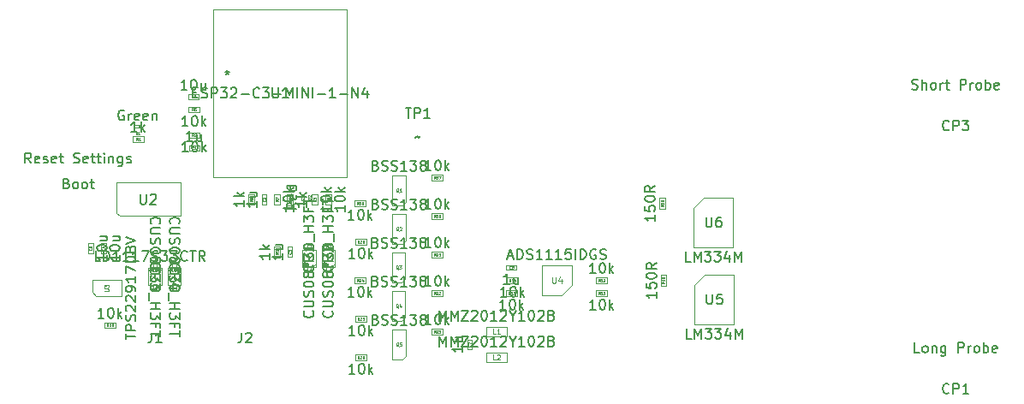
<source format=gbr>
%TF.GenerationSoftware,KiCad,Pcbnew,7.0.6*%
%TF.CreationDate,2023-10-18T20:18:50+02:00*%
%TF.ProjectId,Hydrofoil,48796472-6f66-46f6-996c-2e6b69636164,rev?*%
%TF.SameCoordinates,Original*%
%TF.FileFunction,AssemblyDrawing,Top*%
%FSLAX46Y46*%
G04 Gerber Fmt 4.6, Leading zero omitted, Abs format (unit mm)*
G04 Created by KiCad (PCBNEW 7.0.6) date 2023-10-18 20:18:50*
%MOMM*%
%LPD*%
G01*
G04 APERTURE LIST*
%ADD10C,0.150000*%
%ADD11C,0.040000*%
%ADD12C,0.050000*%
%ADD13C,0.060000*%
%ADD14C,0.080000*%
%ADD15C,0.100000*%
%ADD16C,0.025400*%
G04 APERTURE END LIST*
D10*
X65444819Y-85908055D02*
X64968628Y-86241388D01*
X65444819Y-86479483D02*
X64444819Y-86479483D01*
X64444819Y-86479483D02*
X64444819Y-86098531D01*
X64444819Y-86098531D02*
X64492438Y-86003293D01*
X64492438Y-86003293D02*
X64540057Y-85955674D01*
X64540057Y-85955674D02*
X64635295Y-85908055D01*
X64635295Y-85908055D02*
X64778152Y-85908055D01*
X64778152Y-85908055D02*
X64873390Y-85955674D01*
X64873390Y-85955674D02*
X64921009Y-86003293D01*
X64921009Y-86003293D02*
X64968628Y-86098531D01*
X64968628Y-86098531D02*
X64968628Y-86479483D01*
X65397200Y-85098531D02*
X65444819Y-85193769D01*
X65444819Y-85193769D02*
X65444819Y-85384245D01*
X65444819Y-85384245D02*
X65397200Y-85479483D01*
X65397200Y-85479483D02*
X65301961Y-85527102D01*
X65301961Y-85527102D02*
X64921009Y-85527102D01*
X64921009Y-85527102D02*
X64825771Y-85479483D01*
X64825771Y-85479483D02*
X64778152Y-85384245D01*
X64778152Y-85384245D02*
X64778152Y-85193769D01*
X64778152Y-85193769D02*
X64825771Y-85098531D01*
X64825771Y-85098531D02*
X64921009Y-85050912D01*
X64921009Y-85050912D02*
X65016247Y-85050912D01*
X65016247Y-85050912D02*
X65111485Y-85527102D01*
X65444819Y-84193769D02*
X64444819Y-84193769D01*
X65397200Y-84193769D02*
X65444819Y-84289007D01*
X65444819Y-84289007D02*
X65444819Y-84479483D01*
X65444819Y-84479483D02*
X65397200Y-84574721D01*
X65397200Y-84574721D02*
X65349580Y-84622340D01*
X65349580Y-84622340D02*
X65254342Y-84669959D01*
X65254342Y-84669959D02*
X64968628Y-84669959D01*
X64968628Y-84669959D02*
X64873390Y-84622340D01*
X64873390Y-84622340D02*
X64825771Y-84574721D01*
X64825771Y-84574721D02*
X64778152Y-84479483D01*
X64778152Y-84479483D02*
X64778152Y-84289007D01*
X64778152Y-84289007D02*
X64825771Y-84193769D01*
D11*
X66833574Y-85521150D02*
X66583574Y-85521150D01*
X66583574Y-85521150D02*
X66583574Y-85461626D01*
X66583574Y-85461626D02*
X66595479Y-85425912D01*
X66595479Y-85425912D02*
X66619289Y-85402102D01*
X66619289Y-85402102D02*
X66643098Y-85390197D01*
X66643098Y-85390197D02*
X66690717Y-85378293D01*
X66690717Y-85378293D02*
X66726431Y-85378293D01*
X66726431Y-85378293D02*
X66774050Y-85390197D01*
X66774050Y-85390197D02*
X66797860Y-85402102D01*
X66797860Y-85402102D02*
X66821670Y-85425912D01*
X66821670Y-85425912D02*
X66833574Y-85461626D01*
X66833574Y-85461626D02*
X66833574Y-85521150D01*
X66607384Y-85283054D02*
X66595479Y-85271150D01*
X66595479Y-85271150D02*
X66583574Y-85247340D01*
X66583574Y-85247340D02*
X66583574Y-85187816D01*
X66583574Y-85187816D02*
X66595479Y-85164007D01*
X66595479Y-85164007D02*
X66607384Y-85152102D01*
X66607384Y-85152102D02*
X66631193Y-85140197D01*
X66631193Y-85140197D02*
X66655003Y-85140197D01*
X66655003Y-85140197D02*
X66690717Y-85152102D01*
X66690717Y-85152102D02*
X66833574Y-85294959D01*
X66833574Y-85294959D02*
X66833574Y-85140197D01*
D10*
X46699819Y-91011984D02*
X46699819Y-91583412D01*
X46699819Y-91297698D02*
X45699819Y-91297698D01*
X45699819Y-91297698D02*
X45842676Y-91392936D01*
X45842676Y-91392936D02*
X45937914Y-91488174D01*
X45937914Y-91488174D02*
X45985533Y-91583412D01*
X45699819Y-90392936D02*
X45699819Y-90297698D01*
X45699819Y-90297698D02*
X45747438Y-90202460D01*
X45747438Y-90202460D02*
X45795057Y-90154841D01*
X45795057Y-90154841D02*
X45890295Y-90107222D01*
X45890295Y-90107222D02*
X46080771Y-90059603D01*
X46080771Y-90059603D02*
X46318866Y-90059603D01*
X46318866Y-90059603D02*
X46509342Y-90107222D01*
X46509342Y-90107222D02*
X46604580Y-90154841D01*
X46604580Y-90154841D02*
X46652200Y-90202460D01*
X46652200Y-90202460D02*
X46699819Y-90297698D01*
X46699819Y-90297698D02*
X46699819Y-90392936D01*
X46699819Y-90392936D02*
X46652200Y-90488174D01*
X46652200Y-90488174D02*
X46604580Y-90535793D01*
X46604580Y-90535793D02*
X46509342Y-90583412D01*
X46509342Y-90583412D02*
X46318866Y-90631031D01*
X46318866Y-90631031D02*
X46080771Y-90631031D01*
X46080771Y-90631031D02*
X45890295Y-90583412D01*
X45890295Y-90583412D02*
X45795057Y-90535793D01*
X45795057Y-90535793D02*
X45747438Y-90488174D01*
X45747438Y-90488174D02*
X45699819Y-90392936D01*
X46033152Y-89202460D02*
X46699819Y-89202460D01*
X46033152Y-89631031D02*
X46556961Y-89631031D01*
X46556961Y-89631031D02*
X46652200Y-89583412D01*
X46652200Y-89583412D02*
X46699819Y-89488174D01*
X46699819Y-89488174D02*
X46699819Y-89345317D01*
X46699819Y-89345317D02*
X46652200Y-89250079D01*
X46652200Y-89250079D02*
X46604580Y-89202460D01*
D11*
X45174765Y-90410793D02*
X45186670Y-90422697D01*
X45186670Y-90422697D02*
X45198574Y-90458412D01*
X45198574Y-90458412D02*
X45198574Y-90482221D01*
X45198574Y-90482221D02*
X45186670Y-90517935D01*
X45186670Y-90517935D02*
X45162860Y-90541745D01*
X45162860Y-90541745D02*
X45139050Y-90553650D01*
X45139050Y-90553650D02*
X45091431Y-90565554D01*
X45091431Y-90565554D02*
X45055717Y-90565554D01*
X45055717Y-90565554D02*
X45008098Y-90553650D01*
X45008098Y-90553650D02*
X44984289Y-90541745D01*
X44984289Y-90541745D02*
X44960479Y-90517935D01*
X44960479Y-90517935D02*
X44948574Y-90482221D01*
X44948574Y-90482221D02*
X44948574Y-90458412D01*
X44948574Y-90458412D02*
X44960479Y-90422697D01*
X44960479Y-90422697D02*
X44972384Y-90410793D01*
X44948574Y-90184602D02*
X44948574Y-90303650D01*
X44948574Y-90303650D02*
X45067622Y-90315554D01*
X45067622Y-90315554D02*
X45055717Y-90303650D01*
X45055717Y-90303650D02*
X45043812Y-90279840D01*
X45043812Y-90279840D02*
X45043812Y-90220316D01*
X45043812Y-90220316D02*
X45055717Y-90196507D01*
X45055717Y-90196507D02*
X45067622Y-90184602D01*
X45067622Y-90184602D02*
X45091431Y-90172697D01*
X45091431Y-90172697D02*
X45150955Y-90172697D01*
X45150955Y-90172697D02*
X45174765Y-90184602D01*
X45174765Y-90184602D02*
X45186670Y-90196507D01*
X45186670Y-90196507D02*
X45198574Y-90220316D01*
X45198574Y-90220316D02*
X45198574Y-90279840D01*
X45198574Y-90279840D02*
X45186670Y-90303650D01*
X45186670Y-90303650D02*
X45174765Y-90315554D01*
D10*
X51075419Y-87944840D02*
X51027800Y-87897221D01*
X51027800Y-87897221D02*
X50980180Y-87754364D01*
X50980180Y-87754364D02*
X50980180Y-87659126D01*
X50980180Y-87659126D02*
X51027800Y-87516269D01*
X51027800Y-87516269D02*
X51123038Y-87421031D01*
X51123038Y-87421031D02*
X51218276Y-87373412D01*
X51218276Y-87373412D02*
X51408752Y-87325793D01*
X51408752Y-87325793D02*
X51551609Y-87325793D01*
X51551609Y-87325793D02*
X51742085Y-87373412D01*
X51742085Y-87373412D02*
X51837323Y-87421031D01*
X51837323Y-87421031D02*
X51932561Y-87516269D01*
X51932561Y-87516269D02*
X51980180Y-87659126D01*
X51980180Y-87659126D02*
X51980180Y-87754364D01*
X51980180Y-87754364D02*
X51932561Y-87897221D01*
X51932561Y-87897221D02*
X51884942Y-87944840D01*
X51980180Y-88373412D02*
X51170657Y-88373412D01*
X51170657Y-88373412D02*
X51075419Y-88421031D01*
X51075419Y-88421031D02*
X51027800Y-88468650D01*
X51027800Y-88468650D02*
X50980180Y-88563888D01*
X50980180Y-88563888D02*
X50980180Y-88754364D01*
X50980180Y-88754364D02*
X51027800Y-88849602D01*
X51027800Y-88849602D02*
X51075419Y-88897221D01*
X51075419Y-88897221D02*
X51170657Y-88944840D01*
X51170657Y-88944840D02*
X51980180Y-88944840D01*
X51027800Y-89373412D02*
X50980180Y-89516269D01*
X50980180Y-89516269D02*
X50980180Y-89754364D01*
X50980180Y-89754364D02*
X51027800Y-89849602D01*
X51027800Y-89849602D02*
X51075419Y-89897221D01*
X51075419Y-89897221D02*
X51170657Y-89944840D01*
X51170657Y-89944840D02*
X51265895Y-89944840D01*
X51265895Y-89944840D02*
X51361133Y-89897221D01*
X51361133Y-89897221D02*
X51408752Y-89849602D01*
X51408752Y-89849602D02*
X51456371Y-89754364D01*
X51456371Y-89754364D02*
X51503990Y-89563888D01*
X51503990Y-89563888D02*
X51551609Y-89468650D01*
X51551609Y-89468650D02*
X51599228Y-89421031D01*
X51599228Y-89421031D02*
X51694466Y-89373412D01*
X51694466Y-89373412D02*
X51789704Y-89373412D01*
X51789704Y-89373412D02*
X51884942Y-89421031D01*
X51884942Y-89421031D02*
X51932561Y-89468650D01*
X51932561Y-89468650D02*
X51980180Y-89563888D01*
X51980180Y-89563888D02*
X51980180Y-89801983D01*
X51980180Y-89801983D02*
X51932561Y-89944840D01*
X51980180Y-90563888D02*
X51980180Y-90659126D01*
X51980180Y-90659126D02*
X51932561Y-90754364D01*
X51932561Y-90754364D02*
X51884942Y-90801983D01*
X51884942Y-90801983D02*
X51789704Y-90849602D01*
X51789704Y-90849602D02*
X51599228Y-90897221D01*
X51599228Y-90897221D02*
X51361133Y-90897221D01*
X51361133Y-90897221D02*
X51170657Y-90849602D01*
X51170657Y-90849602D02*
X51075419Y-90801983D01*
X51075419Y-90801983D02*
X51027800Y-90754364D01*
X51027800Y-90754364D02*
X50980180Y-90659126D01*
X50980180Y-90659126D02*
X50980180Y-90563888D01*
X50980180Y-90563888D02*
X51027800Y-90468650D01*
X51027800Y-90468650D02*
X51075419Y-90421031D01*
X51075419Y-90421031D02*
X51170657Y-90373412D01*
X51170657Y-90373412D02*
X51361133Y-90325793D01*
X51361133Y-90325793D02*
X51599228Y-90325793D01*
X51599228Y-90325793D02*
X51789704Y-90373412D01*
X51789704Y-90373412D02*
X51884942Y-90421031D01*
X51884942Y-90421031D02*
X51932561Y-90468650D01*
X51932561Y-90468650D02*
X51980180Y-90563888D01*
X51551609Y-91468650D02*
X51599228Y-91373412D01*
X51599228Y-91373412D02*
X51646847Y-91325793D01*
X51646847Y-91325793D02*
X51742085Y-91278174D01*
X51742085Y-91278174D02*
X51789704Y-91278174D01*
X51789704Y-91278174D02*
X51884942Y-91325793D01*
X51884942Y-91325793D02*
X51932561Y-91373412D01*
X51932561Y-91373412D02*
X51980180Y-91468650D01*
X51980180Y-91468650D02*
X51980180Y-91659126D01*
X51980180Y-91659126D02*
X51932561Y-91754364D01*
X51932561Y-91754364D02*
X51884942Y-91801983D01*
X51884942Y-91801983D02*
X51789704Y-91849602D01*
X51789704Y-91849602D02*
X51742085Y-91849602D01*
X51742085Y-91849602D02*
X51646847Y-91801983D01*
X51646847Y-91801983D02*
X51599228Y-91754364D01*
X51599228Y-91754364D02*
X51551609Y-91659126D01*
X51551609Y-91659126D02*
X51551609Y-91468650D01*
X51551609Y-91468650D02*
X51503990Y-91373412D01*
X51503990Y-91373412D02*
X51456371Y-91325793D01*
X51456371Y-91325793D02*
X51361133Y-91278174D01*
X51361133Y-91278174D02*
X51170657Y-91278174D01*
X51170657Y-91278174D02*
X51075419Y-91325793D01*
X51075419Y-91325793D02*
X51027800Y-91373412D01*
X51027800Y-91373412D02*
X50980180Y-91468650D01*
X50980180Y-91468650D02*
X50980180Y-91659126D01*
X50980180Y-91659126D02*
X51027800Y-91754364D01*
X51027800Y-91754364D02*
X51075419Y-91801983D01*
X51075419Y-91801983D02*
X51170657Y-91849602D01*
X51170657Y-91849602D02*
X51361133Y-91849602D01*
X51361133Y-91849602D02*
X51456371Y-91801983D01*
X51456371Y-91801983D02*
X51503990Y-91754364D01*
X51503990Y-91754364D02*
X51551609Y-91659126D01*
X51503990Y-92611507D02*
X51503990Y-92278174D01*
X50980180Y-92278174D02*
X51980180Y-92278174D01*
X51980180Y-92278174D02*
X51980180Y-92754364D01*
X51980180Y-93040079D02*
X51980180Y-93659126D01*
X51980180Y-93659126D02*
X51599228Y-93325793D01*
X51599228Y-93325793D02*
X51599228Y-93468650D01*
X51599228Y-93468650D02*
X51551609Y-93563888D01*
X51551609Y-93563888D02*
X51503990Y-93611507D01*
X51503990Y-93611507D02*
X51408752Y-93659126D01*
X51408752Y-93659126D02*
X51170657Y-93659126D01*
X51170657Y-93659126D02*
X51075419Y-93611507D01*
X51075419Y-93611507D02*
X51027800Y-93563888D01*
X51027800Y-93563888D02*
X50980180Y-93468650D01*
X50980180Y-93468650D02*
X50980180Y-93182936D01*
X50980180Y-93182936D02*
X51027800Y-93087698D01*
X51027800Y-93087698D02*
X51075419Y-93040079D01*
X51980180Y-94278174D02*
X51980180Y-94373412D01*
X51980180Y-94373412D02*
X51932561Y-94468650D01*
X51932561Y-94468650D02*
X51884942Y-94516269D01*
X51884942Y-94516269D02*
X51789704Y-94563888D01*
X51789704Y-94563888D02*
X51599228Y-94611507D01*
X51599228Y-94611507D02*
X51361133Y-94611507D01*
X51361133Y-94611507D02*
X51170657Y-94563888D01*
X51170657Y-94563888D02*
X51075419Y-94516269D01*
X51075419Y-94516269D02*
X51027800Y-94468650D01*
X51027800Y-94468650D02*
X50980180Y-94373412D01*
X50980180Y-94373412D02*
X50980180Y-94278174D01*
X50980180Y-94278174D02*
X51027800Y-94182936D01*
X51027800Y-94182936D02*
X51075419Y-94135317D01*
X51075419Y-94135317D02*
X51170657Y-94087698D01*
X51170657Y-94087698D02*
X51361133Y-94040079D01*
X51361133Y-94040079D02*
X51599228Y-94040079D01*
X51599228Y-94040079D02*
X51789704Y-94087698D01*
X51789704Y-94087698D02*
X51884942Y-94135317D01*
X51884942Y-94135317D02*
X51932561Y-94182936D01*
X51932561Y-94182936D02*
X51980180Y-94278174D01*
X50884942Y-94801984D02*
X50884942Y-95563888D01*
X50980180Y-95801984D02*
X51980180Y-95801984D01*
X51503990Y-95801984D02*
X51503990Y-96373412D01*
X50980180Y-96373412D02*
X51980180Y-96373412D01*
X51980180Y-96754365D02*
X51980180Y-97373412D01*
X51980180Y-97373412D02*
X51599228Y-97040079D01*
X51599228Y-97040079D02*
X51599228Y-97182936D01*
X51599228Y-97182936D02*
X51551609Y-97278174D01*
X51551609Y-97278174D02*
X51503990Y-97325793D01*
X51503990Y-97325793D02*
X51408752Y-97373412D01*
X51408752Y-97373412D02*
X51170657Y-97373412D01*
X51170657Y-97373412D02*
X51075419Y-97325793D01*
X51075419Y-97325793D02*
X51027800Y-97278174D01*
X51027800Y-97278174D02*
X50980180Y-97182936D01*
X50980180Y-97182936D02*
X50980180Y-96897222D01*
X50980180Y-96897222D02*
X51027800Y-96801984D01*
X51027800Y-96801984D02*
X51075419Y-96754365D01*
X51503990Y-98135317D02*
X51503990Y-97801984D01*
X50980180Y-97801984D02*
X51980180Y-97801984D01*
X51980180Y-97801984D02*
X51980180Y-98278174D01*
X51980180Y-98516270D02*
X51980180Y-99087698D01*
X50980180Y-98801984D02*
X51980180Y-98801984D01*
X51075419Y-92492460D02*
X51027800Y-92444841D01*
X51027800Y-92444841D02*
X50980180Y-92301984D01*
X50980180Y-92301984D02*
X50980180Y-92206746D01*
X50980180Y-92206746D02*
X51027800Y-92063889D01*
X51027800Y-92063889D02*
X51123038Y-91968651D01*
X51123038Y-91968651D02*
X51218276Y-91921032D01*
X51218276Y-91921032D02*
X51408752Y-91873413D01*
X51408752Y-91873413D02*
X51551609Y-91873413D01*
X51551609Y-91873413D02*
X51742085Y-91921032D01*
X51742085Y-91921032D02*
X51837323Y-91968651D01*
X51837323Y-91968651D02*
X51932561Y-92063889D01*
X51932561Y-92063889D02*
X51980180Y-92206746D01*
X51980180Y-92206746D02*
X51980180Y-92301984D01*
X51980180Y-92301984D02*
X51932561Y-92444841D01*
X51932561Y-92444841D02*
X51884942Y-92492460D01*
X50980180Y-93492460D02*
X51456371Y-93159127D01*
X50980180Y-92921032D02*
X51980180Y-92921032D01*
X51980180Y-92921032D02*
X51980180Y-93301984D01*
X51980180Y-93301984D02*
X51932561Y-93397222D01*
X51932561Y-93397222D02*
X51884942Y-93444841D01*
X51884942Y-93444841D02*
X51789704Y-93492460D01*
X51789704Y-93492460D02*
X51646847Y-93492460D01*
X51646847Y-93492460D02*
X51551609Y-93444841D01*
X51551609Y-93444841D02*
X51503990Y-93397222D01*
X51503990Y-93397222D02*
X51456371Y-93301984D01*
X51456371Y-93301984D02*
X51456371Y-92921032D01*
X51980180Y-93825794D02*
X51980180Y-94444841D01*
X51980180Y-94444841D02*
X51599228Y-94111508D01*
X51599228Y-94111508D02*
X51599228Y-94254365D01*
X51599228Y-94254365D02*
X51551609Y-94349603D01*
X51551609Y-94349603D02*
X51503990Y-94397222D01*
X51503990Y-94397222D02*
X51408752Y-94444841D01*
X51408752Y-94444841D02*
X51170657Y-94444841D01*
X51170657Y-94444841D02*
X51075419Y-94397222D01*
X51075419Y-94397222D02*
X51027800Y-94349603D01*
X51027800Y-94349603D02*
X50980180Y-94254365D01*
X50980180Y-94254365D02*
X50980180Y-93968651D01*
X50980180Y-93968651D02*
X51027800Y-93873413D01*
X51027800Y-93873413D02*
X51075419Y-93825794D01*
X50889819Y-92538126D02*
X51127914Y-92538126D01*
X51032676Y-92776221D02*
X51127914Y-92538126D01*
X51127914Y-92538126D02*
X51032676Y-92300031D01*
X51318390Y-92680983D02*
X51127914Y-92538126D01*
X51127914Y-92538126D02*
X51318390Y-92395269D01*
X51980180Y-92538127D02*
X51742085Y-92538127D01*
X51837323Y-92300032D02*
X51742085Y-92538127D01*
X51742085Y-92538127D02*
X51837323Y-92776222D01*
X51551609Y-92395270D02*
X51742085Y-92538127D01*
X51742085Y-92538127D02*
X51551609Y-92680984D01*
X78742261Y-97908946D02*
X78170833Y-97908946D01*
X78456547Y-97908946D02*
X78456547Y-96908946D01*
X78456547Y-96908946D02*
X78361309Y-97051803D01*
X78361309Y-97051803D02*
X78266071Y-97147041D01*
X78266071Y-97147041D02*
X78170833Y-97194660D01*
X79361309Y-96908946D02*
X79456547Y-96908946D01*
X79456547Y-96908946D02*
X79551785Y-96956565D01*
X79551785Y-96956565D02*
X79599404Y-97004184D01*
X79599404Y-97004184D02*
X79647023Y-97099422D01*
X79647023Y-97099422D02*
X79694642Y-97289898D01*
X79694642Y-97289898D02*
X79694642Y-97527993D01*
X79694642Y-97527993D02*
X79647023Y-97718469D01*
X79647023Y-97718469D02*
X79599404Y-97813707D01*
X79599404Y-97813707D02*
X79551785Y-97861327D01*
X79551785Y-97861327D02*
X79456547Y-97908946D01*
X79456547Y-97908946D02*
X79361309Y-97908946D01*
X79361309Y-97908946D02*
X79266071Y-97861327D01*
X79266071Y-97861327D02*
X79218452Y-97813707D01*
X79218452Y-97813707D02*
X79170833Y-97718469D01*
X79170833Y-97718469D02*
X79123214Y-97527993D01*
X79123214Y-97527993D02*
X79123214Y-97289898D01*
X79123214Y-97289898D02*
X79170833Y-97099422D01*
X79170833Y-97099422D02*
X79218452Y-97004184D01*
X79218452Y-97004184D02*
X79266071Y-96956565D01*
X79266071Y-96956565D02*
X79361309Y-96908946D01*
X80123214Y-97908946D02*
X80123214Y-96908946D01*
X80218452Y-97527993D02*
X80504166Y-97908946D01*
X80504166Y-97242279D02*
X80123214Y-97623231D01*
D11*
X79170357Y-98742327D02*
X79083690Y-98618518D01*
X79021785Y-98742327D02*
X79021785Y-98482327D01*
X79021785Y-98482327D02*
X79120833Y-98482327D01*
X79120833Y-98482327D02*
X79145595Y-98494708D01*
X79145595Y-98494708D02*
X79157976Y-98507089D01*
X79157976Y-98507089D02*
X79170357Y-98531851D01*
X79170357Y-98531851D02*
X79170357Y-98568994D01*
X79170357Y-98568994D02*
X79157976Y-98593756D01*
X79157976Y-98593756D02*
X79145595Y-98606137D01*
X79145595Y-98606137D02*
X79120833Y-98618518D01*
X79120833Y-98618518D02*
X79021785Y-98618518D01*
X79269404Y-98507089D02*
X79281785Y-98494708D01*
X79281785Y-98494708D02*
X79306547Y-98482327D01*
X79306547Y-98482327D02*
X79368452Y-98482327D01*
X79368452Y-98482327D02*
X79393214Y-98494708D01*
X79393214Y-98494708D02*
X79405595Y-98507089D01*
X79405595Y-98507089D02*
X79417976Y-98531851D01*
X79417976Y-98531851D02*
X79417976Y-98556613D01*
X79417976Y-98556613D02*
X79405595Y-98593756D01*
X79405595Y-98593756D02*
X79257023Y-98742327D01*
X79257023Y-98742327D02*
X79417976Y-98742327D01*
X79504642Y-98482327D02*
X79665595Y-98482327D01*
X79665595Y-98482327D02*
X79578928Y-98581375D01*
X79578928Y-98581375D02*
X79616071Y-98581375D01*
X79616071Y-98581375D02*
X79640833Y-98593756D01*
X79640833Y-98593756D02*
X79653214Y-98606137D01*
X79653214Y-98606137D02*
X79665595Y-98630899D01*
X79665595Y-98630899D02*
X79665595Y-98692804D01*
X79665595Y-98692804D02*
X79653214Y-98717566D01*
X79653214Y-98717566D02*
X79640833Y-98729947D01*
X79640833Y-98729947D02*
X79616071Y-98742327D01*
X79616071Y-98742327D02*
X79541785Y-98742327D01*
X79541785Y-98742327D02*
X79517023Y-98729947D01*
X79517023Y-98729947D02*
X79504642Y-98717566D01*
D10*
X104418095Y-91683946D02*
X103941905Y-91683946D01*
X103941905Y-91683946D02*
X103941905Y-90683946D01*
X104751429Y-91683946D02*
X104751429Y-90683946D01*
X104751429Y-90683946D02*
X105084762Y-91398231D01*
X105084762Y-91398231D02*
X105418095Y-90683946D01*
X105418095Y-90683946D02*
X105418095Y-91683946D01*
X105799048Y-90683946D02*
X106418095Y-90683946D01*
X106418095Y-90683946D02*
X106084762Y-91064898D01*
X106084762Y-91064898D02*
X106227619Y-91064898D01*
X106227619Y-91064898D02*
X106322857Y-91112517D01*
X106322857Y-91112517D02*
X106370476Y-91160136D01*
X106370476Y-91160136D02*
X106418095Y-91255374D01*
X106418095Y-91255374D02*
X106418095Y-91493469D01*
X106418095Y-91493469D02*
X106370476Y-91588707D01*
X106370476Y-91588707D02*
X106322857Y-91636327D01*
X106322857Y-91636327D02*
X106227619Y-91683946D01*
X106227619Y-91683946D02*
X105941905Y-91683946D01*
X105941905Y-91683946D02*
X105846667Y-91636327D01*
X105846667Y-91636327D02*
X105799048Y-91588707D01*
X106751429Y-90683946D02*
X107370476Y-90683946D01*
X107370476Y-90683946D02*
X107037143Y-91064898D01*
X107037143Y-91064898D02*
X107180000Y-91064898D01*
X107180000Y-91064898D02*
X107275238Y-91112517D01*
X107275238Y-91112517D02*
X107322857Y-91160136D01*
X107322857Y-91160136D02*
X107370476Y-91255374D01*
X107370476Y-91255374D02*
X107370476Y-91493469D01*
X107370476Y-91493469D02*
X107322857Y-91588707D01*
X107322857Y-91588707D02*
X107275238Y-91636327D01*
X107275238Y-91636327D02*
X107180000Y-91683946D01*
X107180000Y-91683946D02*
X106894286Y-91683946D01*
X106894286Y-91683946D02*
X106799048Y-91636327D01*
X106799048Y-91636327D02*
X106751429Y-91588707D01*
X108227619Y-91017279D02*
X108227619Y-91683946D01*
X107989524Y-90636327D02*
X107751429Y-91350612D01*
X107751429Y-91350612D02*
X108370476Y-91350612D01*
X108751429Y-91683946D02*
X108751429Y-90683946D01*
X108751429Y-90683946D02*
X109084762Y-91398231D01*
X109084762Y-91398231D02*
X109418095Y-90683946D01*
X109418095Y-90683946D02*
X109418095Y-91683946D01*
X105933333Y-87294693D02*
X105933333Y-88088027D01*
X105933333Y-88088027D02*
X105980000Y-88181360D01*
X105980000Y-88181360D02*
X106026666Y-88228027D01*
X106026666Y-88228027D02*
X106120000Y-88274693D01*
X106120000Y-88274693D02*
X106306666Y-88274693D01*
X106306666Y-88274693D02*
X106400000Y-88228027D01*
X106400000Y-88228027D02*
X106446666Y-88181360D01*
X106446666Y-88181360D02*
X106493333Y-88088027D01*
X106493333Y-88088027D02*
X106493333Y-87294693D01*
X107380000Y-87294693D02*
X107193333Y-87294693D01*
X107193333Y-87294693D02*
X107100000Y-87341360D01*
X107100000Y-87341360D02*
X107053333Y-87388027D01*
X107053333Y-87388027D02*
X106960000Y-87528027D01*
X106960000Y-87528027D02*
X106913333Y-87714693D01*
X106913333Y-87714693D02*
X106913333Y-88088027D01*
X106913333Y-88088027D02*
X106960000Y-88181360D01*
X106960000Y-88181360D02*
X107006667Y-88228027D01*
X107006667Y-88228027D02*
X107100000Y-88274693D01*
X107100000Y-88274693D02*
X107286667Y-88274693D01*
X107286667Y-88274693D02*
X107380000Y-88228027D01*
X107380000Y-88228027D02*
X107426667Y-88181360D01*
X107426667Y-88181360D02*
X107473333Y-88088027D01*
X107473333Y-88088027D02*
X107473333Y-87854693D01*
X107473333Y-87854693D02*
X107426667Y-87761360D01*
X107426667Y-87761360D02*
X107380000Y-87714693D01*
X107380000Y-87714693D02*
X107286667Y-87668027D01*
X107286667Y-87668027D02*
X107100000Y-87668027D01*
X107100000Y-87668027D02*
X107006667Y-87714693D01*
X107006667Y-87714693D02*
X106960000Y-87761360D01*
X106960000Y-87761360D02*
X106913333Y-87854693D01*
X73225476Y-93615136D02*
X73368333Y-93662755D01*
X73368333Y-93662755D02*
X73415952Y-93710374D01*
X73415952Y-93710374D02*
X73463571Y-93805612D01*
X73463571Y-93805612D02*
X73463571Y-93948469D01*
X73463571Y-93948469D02*
X73415952Y-94043707D01*
X73415952Y-94043707D02*
X73368333Y-94091327D01*
X73368333Y-94091327D02*
X73273095Y-94138946D01*
X73273095Y-94138946D02*
X72892143Y-94138946D01*
X72892143Y-94138946D02*
X72892143Y-93138946D01*
X72892143Y-93138946D02*
X73225476Y-93138946D01*
X73225476Y-93138946D02*
X73320714Y-93186565D01*
X73320714Y-93186565D02*
X73368333Y-93234184D01*
X73368333Y-93234184D02*
X73415952Y-93329422D01*
X73415952Y-93329422D02*
X73415952Y-93424660D01*
X73415952Y-93424660D02*
X73368333Y-93519898D01*
X73368333Y-93519898D02*
X73320714Y-93567517D01*
X73320714Y-93567517D02*
X73225476Y-93615136D01*
X73225476Y-93615136D02*
X72892143Y-93615136D01*
X73844524Y-94091327D02*
X73987381Y-94138946D01*
X73987381Y-94138946D02*
X74225476Y-94138946D01*
X74225476Y-94138946D02*
X74320714Y-94091327D01*
X74320714Y-94091327D02*
X74368333Y-94043707D01*
X74368333Y-94043707D02*
X74415952Y-93948469D01*
X74415952Y-93948469D02*
X74415952Y-93853231D01*
X74415952Y-93853231D02*
X74368333Y-93757993D01*
X74368333Y-93757993D02*
X74320714Y-93710374D01*
X74320714Y-93710374D02*
X74225476Y-93662755D01*
X74225476Y-93662755D02*
X74035000Y-93615136D01*
X74035000Y-93615136D02*
X73939762Y-93567517D01*
X73939762Y-93567517D02*
X73892143Y-93519898D01*
X73892143Y-93519898D02*
X73844524Y-93424660D01*
X73844524Y-93424660D02*
X73844524Y-93329422D01*
X73844524Y-93329422D02*
X73892143Y-93234184D01*
X73892143Y-93234184D02*
X73939762Y-93186565D01*
X73939762Y-93186565D02*
X74035000Y-93138946D01*
X74035000Y-93138946D02*
X74273095Y-93138946D01*
X74273095Y-93138946D02*
X74415952Y-93186565D01*
X74796905Y-94091327D02*
X74939762Y-94138946D01*
X74939762Y-94138946D02*
X75177857Y-94138946D01*
X75177857Y-94138946D02*
X75273095Y-94091327D01*
X75273095Y-94091327D02*
X75320714Y-94043707D01*
X75320714Y-94043707D02*
X75368333Y-93948469D01*
X75368333Y-93948469D02*
X75368333Y-93853231D01*
X75368333Y-93853231D02*
X75320714Y-93757993D01*
X75320714Y-93757993D02*
X75273095Y-93710374D01*
X75273095Y-93710374D02*
X75177857Y-93662755D01*
X75177857Y-93662755D02*
X74987381Y-93615136D01*
X74987381Y-93615136D02*
X74892143Y-93567517D01*
X74892143Y-93567517D02*
X74844524Y-93519898D01*
X74844524Y-93519898D02*
X74796905Y-93424660D01*
X74796905Y-93424660D02*
X74796905Y-93329422D01*
X74796905Y-93329422D02*
X74844524Y-93234184D01*
X74844524Y-93234184D02*
X74892143Y-93186565D01*
X74892143Y-93186565D02*
X74987381Y-93138946D01*
X74987381Y-93138946D02*
X75225476Y-93138946D01*
X75225476Y-93138946D02*
X75368333Y-93186565D01*
X76320714Y-94138946D02*
X75749286Y-94138946D01*
X76035000Y-94138946D02*
X76035000Y-93138946D01*
X76035000Y-93138946D02*
X75939762Y-93281803D01*
X75939762Y-93281803D02*
X75844524Y-93377041D01*
X75844524Y-93377041D02*
X75749286Y-93424660D01*
X76654048Y-93138946D02*
X77273095Y-93138946D01*
X77273095Y-93138946D02*
X76939762Y-93519898D01*
X76939762Y-93519898D02*
X77082619Y-93519898D01*
X77082619Y-93519898D02*
X77177857Y-93567517D01*
X77177857Y-93567517D02*
X77225476Y-93615136D01*
X77225476Y-93615136D02*
X77273095Y-93710374D01*
X77273095Y-93710374D02*
X77273095Y-93948469D01*
X77273095Y-93948469D02*
X77225476Y-94043707D01*
X77225476Y-94043707D02*
X77177857Y-94091327D01*
X77177857Y-94091327D02*
X77082619Y-94138946D01*
X77082619Y-94138946D02*
X76796905Y-94138946D01*
X76796905Y-94138946D02*
X76701667Y-94091327D01*
X76701667Y-94091327D02*
X76654048Y-94043707D01*
X77844524Y-93567517D02*
X77749286Y-93519898D01*
X77749286Y-93519898D02*
X77701667Y-93472279D01*
X77701667Y-93472279D02*
X77654048Y-93377041D01*
X77654048Y-93377041D02*
X77654048Y-93329422D01*
X77654048Y-93329422D02*
X77701667Y-93234184D01*
X77701667Y-93234184D02*
X77749286Y-93186565D01*
X77749286Y-93186565D02*
X77844524Y-93138946D01*
X77844524Y-93138946D02*
X78035000Y-93138946D01*
X78035000Y-93138946D02*
X78130238Y-93186565D01*
X78130238Y-93186565D02*
X78177857Y-93234184D01*
X78177857Y-93234184D02*
X78225476Y-93329422D01*
X78225476Y-93329422D02*
X78225476Y-93377041D01*
X78225476Y-93377041D02*
X78177857Y-93472279D01*
X78177857Y-93472279D02*
X78130238Y-93519898D01*
X78130238Y-93519898D02*
X78035000Y-93567517D01*
X78035000Y-93567517D02*
X77844524Y-93567517D01*
X77844524Y-93567517D02*
X77749286Y-93615136D01*
X77749286Y-93615136D02*
X77701667Y-93662755D01*
X77701667Y-93662755D02*
X77654048Y-93757993D01*
X77654048Y-93757993D02*
X77654048Y-93948469D01*
X77654048Y-93948469D02*
X77701667Y-94043707D01*
X77701667Y-94043707D02*
X77749286Y-94091327D01*
X77749286Y-94091327D02*
X77844524Y-94138946D01*
X77844524Y-94138946D02*
X78035000Y-94138946D01*
X78035000Y-94138946D02*
X78130238Y-94091327D01*
X78130238Y-94091327D02*
X78177857Y-94043707D01*
X78177857Y-94043707D02*
X78225476Y-93948469D01*
X78225476Y-93948469D02*
X78225476Y-93757993D01*
X78225476Y-93757993D02*
X78177857Y-93662755D01*
X78177857Y-93662755D02*
X78130238Y-93615136D01*
X78130238Y-93615136D02*
X78035000Y-93567517D01*
D12*
X75504523Y-96260041D02*
X75474047Y-96244803D01*
X75474047Y-96244803D02*
X75443571Y-96214327D01*
X75443571Y-96214327D02*
X75397857Y-96168612D01*
X75397857Y-96168612D02*
X75367380Y-96153374D01*
X75367380Y-96153374D02*
X75336904Y-96153374D01*
X75352142Y-96229565D02*
X75321666Y-96214327D01*
X75321666Y-96214327D02*
X75291190Y-96183850D01*
X75291190Y-96183850D02*
X75275952Y-96122898D01*
X75275952Y-96122898D02*
X75275952Y-96016231D01*
X75275952Y-96016231D02*
X75291190Y-95955279D01*
X75291190Y-95955279D02*
X75321666Y-95924803D01*
X75321666Y-95924803D02*
X75352142Y-95909565D01*
X75352142Y-95909565D02*
X75413095Y-95909565D01*
X75413095Y-95909565D02*
X75443571Y-95924803D01*
X75443571Y-95924803D02*
X75474047Y-95955279D01*
X75474047Y-95955279D02*
X75489285Y-96016231D01*
X75489285Y-96016231D02*
X75489285Y-96122898D01*
X75489285Y-96122898D02*
X75474047Y-96183850D01*
X75474047Y-96183850D02*
X75443571Y-96214327D01*
X75443571Y-96214327D02*
X75413095Y-96229565D01*
X75413095Y-96229565D02*
X75352142Y-96229565D01*
X75763571Y-96016231D02*
X75763571Y-96229565D01*
X75687380Y-95894327D02*
X75611190Y-96122898D01*
X75611190Y-96122898D02*
X75809285Y-96122898D01*
D10*
X65124819Y-86134365D02*
X65124819Y-86705793D01*
X65124819Y-86420079D02*
X64124819Y-86420079D01*
X64124819Y-86420079D02*
X64267676Y-86515317D01*
X64267676Y-86515317D02*
X64362914Y-86610555D01*
X64362914Y-86610555D02*
X64410533Y-86705793D01*
X64124819Y-85515317D02*
X64124819Y-85420079D01*
X64124819Y-85420079D02*
X64172438Y-85324841D01*
X64172438Y-85324841D02*
X64220057Y-85277222D01*
X64220057Y-85277222D02*
X64315295Y-85229603D01*
X64315295Y-85229603D02*
X64505771Y-85181984D01*
X64505771Y-85181984D02*
X64743866Y-85181984D01*
X64743866Y-85181984D02*
X64934342Y-85229603D01*
X64934342Y-85229603D02*
X65029580Y-85277222D01*
X65029580Y-85277222D02*
X65077200Y-85324841D01*
X65077200Y-85324841D02*
X65124819Y-85420079D01*
X65124819Y-85420079D02*
X65124819Y-85515317D01*
X65124819Y-85515317D02*
X65077200Y-85610555D01*
X65077200Y-85610555D02*
X65029580Y-85658174D01*
X65029580Y-85658174D02*
X64934342Y-85705793D01*
X64934342Y-85705793D02*
X64743866Y-85753412D01*
X64743866Y-85753412D02*
X64505771Y-85753412D01*
X64505771Y-85753412D02*
X64315295Y-85705793D01*
X64315295Y-85705793D02*
X64220057Y-85658174D01*
X64220057Y-85658174D02*
X64172438Y-85610555D01*
X64172438Y-85610555D02*
X64124819Y-85515317D01*
X65124819Y-84753412D02*
X64124819Y-84753412D01*
X64743866Y-84658174D02*
X65124819Y-84372460D01*
X64458152Y-84372460D02*
X64839104Y-84753412D01*
D11*
X63618200Y-85582459D02*
X63494391Y-85669126D01*
X63618200Y-85731031D02*
X63358200Y-85731031D01*
X63358200Y-85731031D02*
X63358200Y-85631983D01*
X63358200Y-85631983D02*
X63370581Y-85607221D01*
X63370581Y-85607221D02*
X63382962Y-85594840D01*
X63382962Y-85594840D02*
X63407724Y-85582459D01*
X63407724Y-85582459D02*
X63444867Y-85582459D01*
X63444867Y-85582459D02*
X63469629Y-85594840D01*
X63469629Y-85594840D02*
X63482010Y-85607221D01*
X63482010Y-85607221D02*
X63494391Y-85631983D01*
X63494391Y-85631983D02*
X63494391Y-85731031D01*
X63358200Y-85495793D02*
X63358200Y-85322459D01*
X63358200Y-85322459D02*
X63618200Y-85433888D01*
D10*
X61524819Y-85705793D02*
X61524819Y-86277221D01*
X61524819Y-85991507D02*
X60524819Y-85991507D01*
X60524819Y-85991507D02*
X60667676Y-86086745D01*
X60667676Y-86086745D02*
X60762914Y-86181983D01*
X60762914Y-86181983D02*
X60810533Y-86277221D01*
X60858152Y-84848650D02*
X61524819Y-84848650D01*
X60858152Y-85277221D02*
X61381961Y-85277221D01*
X61381961Y-85277221D02*
X61477200Y-85229602D01*
X61477200Y-85229602D02*
X61524819Y-85134364D01*
X61524819Y-85134364D02*
X61524819Y-84991507D01*
X61524819Y-84991507D02*
X61477200Y-84896269D01*
X61477200Y-84896269D02*
X61429580Y-84848650D01*
D11*
X62319765Y-85580793D02*
X62331670Y-85592697D01*
X62331670Y-85592697D02*
X62343574Y-85628412D01*
X62343574Y-85628412D02*
X62343574Y-85652221D01*
X62343574Y-85652221D02*
X62331670Y-85687935D01*
X62331670Y-85687935D02*
X62307860Y-85711745D01*
X62307860Y-85711745D02*
X62284050Y-85723650D01*
X62284050Y-85723650D02*
X62236431Y-85735554D01*
X62236431Y-85735554D02*
X62200717Y-85735554D01*
X62200717Y-85735554D02*
X62153098Y-85723650D01*
X62153098Y-85723650D02*
X62129289Y-85711745D01*
X62129289Y-85711745D02*
X62105479Y-85687935D01*
X62105479Y-85687935D02*
X62093574Y-85652221D01*
X62093574Y-85652221D02*
X62093574Y-85628412D01*
X62093574Y-85628412D02*
X62105479Y-85592697D01*
X62105479Y-85592697D02*
X62117384Y-85580793D01*
X62117384Y-85485554D02*
X62105479Y-85473650D01*
X62105479Y-85473650D02*
X62093574Y-85449840D01*
X62093574Y-85449840D02*
X62093574Y-85390316D01*
X62093574Y-85390316D02*
X62105479Y-85366507D01*
X62105479Y-85366507D02*
X62117384Y-85354602D01*
X62117384Y-85354602D02*
X62141193Y-85342697D01*
X62141193Y-85342697D02*
X62165003Y-85342697D01*
X62165003Y-85342697D02*
X62200717Y-85354602D01*
X62200717Y-85354602D02*
X62343574Y-85497459D01*
X62343574Y-85497459D02*
X62343574Y-85342697D01*
D10*
X55187143Y-74965036D02*
X55520476Y-74965036D01*
X55663333Y-75488846D02*
X55187143Y-75488846D01*
X55187143Y-75488846D02*
X55187143Y-74488846D01*
X55187143Y-74488846D02*
X55663333Y-74488846D01*
X56044286Y-75441227D02*
X56187143Y-75488846D01*
X56187143Y-75488846D02*
X56425238Y-75488846D01*
X56425238Y-75488846D02*
X56520476Y-75441227D01*
X56520476Y-75441227D02*
X56568095Y-75393607D01*
X56568095Y-75393607D02*
X56615714Y-75298369D01*
X56615714Y-75298369D02*
X56615714Y-75203131D01*
X56615714Y-75203131D02*
X56568095Y-75107893D01*
X56568095Y-75107893D02*
X56520476Y-75060274D01*
X56520476Y-75060274D02*
X56425238Y-75012655D01*
X56425238Y-75012655D02*
X56234762Y-74965036D01*
X56234762Y-74965036D02*
X56139524Y-74917417D01*
X56139524Y-74917417D02*
X56091905Y-74869798D01*
X56091905Y-74869798D02*
X56044286Y-74774560D01*
X56044286Y-74774560D02*
X56044286Y-74679322D01*
X56044286Y-74679322D02*
X56091905Y-74584084D01*
X56091905Y-74584084D02*
X56139524Y-74536465D01*
X56139524Y-74536465D02*
X56234762Y-74488846D01*
X56234762Y-74488846D02*
X56472857Y-74488846D01*
X56472857Y-74488846D02*
X56615714Y-74536465D01*
X57044286Y-75488846D02*
X57044286Y-74488846D01*
X57044286Y-74488846D02*
X57425238Y-74488846D01*
X57425238Y-74488846D02*
X57520476Y-74536465D01*
X57520476Y-74536465D02*
X57568095Y-74584084D01*
X57568095Y-74584084D02*
X57615714Y-74679322D01*
X57615714Y-74679322D02*
X57615714Y-74822179D01*
X57615714Y-74822179D02*
X57568095Y-74917417D01*
X57568095Y-74917417D02*
X57520476Y-74965036D01*
X57520476Y-74965036D02*
X57425238Y-75012655D01*
X57425238Y-75012655D02*
X57044286Y-75012655D01*
X57949048Y-74488846D02*
X58568095Y-74488846D01*
X58568095Y-74488846D02*
X58234762Y-74869798D01*
X58234762Y-74869798D02*
X58377619Y-74869798D01*
X58377619Y-74869798D02*
X58472857Y-74917417D01*
X58472857Y-74917417D02*
X58520476Y-74965036D01*
X58520476Y-74965036D02*
X58568095Y-75060274D01*
X58568095Y-75060274D02*
X58568095Y-75298369D01*
X58568095Y-75298369D02*
X58520476Y-75393607D01*
X58520476Y-75393607D02*
X58472857Y-75441227D01*
X58472857Y-75441227D02*
X58377619Y-75488846D01*
X58377619Y-75488846D02*
X58091905Y-75488846D01*
X58091905Y-75488846D02*
X57996667Y-75441227D01*
X57996667Y-75441227D02*
X57949048Y-75393607D01*
X58949048Y-74584084D02*
X58996667Y-74536465D01*
X58996667Y-74536465D02*
X59091905Y-74488846D01*
X59091905Y-74488846D02*
X59330000Y-74488846D01*
X59330000Y-74488846D02*
X59425238Y-74536465D01*
X59425238Y-74536465D02*
X59472857Y-74584084D01*
X59472857Y-74584084D02*
X59520476Y-74679322D01*
X59520476Y-74679322D02*
X59520476Y-74774560D01*
X59520476Y-74774560D02*
X59472857Y-74917417D01*
X59472857Y-74917417D02*
X58901429Y-75488846D01*
X58901429Y-75488846D02*
X59520476Y-75488846D01*
X59949048Y-75107893D02*
X60710953Y-75107893D01*
X61758571Y-75393607D02*
X61710952Y-75441227D01*
X61710952Y-75441227D02*
X61568095Y-75488846D01*
X61568095Y-75488846D02*
X61472857Y-75488846D01*
X61472857Y-75488846D02*
X61330000Y-75441227D01*
X61330000Y-75441227D02*
X61234762Y-75345988D01*
X61234762Y-75345988D02*
X61187143Y-75250750D01*
X61187143Y-75250750D02*
X61139524Y-75060274D01*
X61139524Y-75060274D02*
X61139524Y-74917417D01*
X61139524Y-74917417D02*
X61187143Y-74726941D01*
X61187143Y-74726941D02*
X61234762Y-74631703D01*
X61234762Y-74631703D02*
X61330000Y-74536465D01*
X61330000Y-74536465D02*
X61472857Y-74488846D01*
X61472857Y-74488846D02*
X61568095Y-74488846D01*
X61568095Y-74488846D02*
X61710952Y-74536465D01*
X61710952Y-74536465D02*
X61758571Y-74584084D01*
X62091905Y-74488846D02*
X62710952Y-74488846D01*
X62710952Y-74488846D02*
X62377619Y-74869798D01*
X62377619Y-74869798D02*
X62520476Y-74869798D01*
X62520476Y-74869798D02*
X62615714Y-74917417D01*
X62615714Y-74917417D02*
X62663333Y-74965036D01*
X62663333Y-74965036D02*
X62710952Y-75060274D01*
X62710952Y-75060274D02*
X62710952Y-75298369D01*
X62710952Y-75298369D02*
X62663333Y-75393607D01*
X62663333Y-75393607D02*
X62615714Y-75441227D01*
X62615714Y-75441227D02*
X62520476Y-75488846D01*
X62520476Y-75488846D02*
X62234762Y-75488846D01*
X62234762Y-75488846D02*
X62139524Y-75441227D01*
X62139524Y-75441227D02*
X62091905Y-75393607D01*
X63139524Y-75107893D02*
X63901429Y-75107893D01*
X64377619Y-75488846D02*
X64377619Y-74488846D01*
X64377619Y-74488846D02*
X64710952Y-75203131D01*
X64710952Y-75203131D02*
X65044285Y-74488846D01*
X65044285Y-74488846D02*
X65044285Y-75488846D01*
X65520476Y-75488846D02*
X65520476Y-74488846D01*
X65996666Y-75488846D02*
X65996666Y-74488846D01*
X65996666Y-74488846D02*
X66568094Y-75488846D01*
X66568094Y-75488846D02*
X66568094Y-74488846D01*
X67044285Y-75488846D02*
X67044285Y-74488846D01*
X67520475Y-75107893D02*
X68282380Y-75107893D01*
X69282379Y-75488846D02*
X68710951Y-75488846D01*
X68996665Y-75488846D02*
X68996665Y-74488846D01*
X68996665Y-74488846D02*
X68901427Y-74631703D01*
X68901427Y-74631703D02*
X68806189Y-74726941D01*
X68806189Y-74726941D02*
X68710951Y-74774560D01*
X69710951Y-75107893D02*
X70472856Y-75107893D01*
X70949046Y-75488846D02*
X70949046Y-74488846D01*
X70949046Y-74488846D02*
X71520474Y-75488846D01*
X71520474Y-75488846D02*
X71520474Y-74488846D01*
X72425236Y-74822179D02*
X72425236Y-75488846D01*
X72187141Y-74441227D02*
X71949046Y-75155512D01*
X71949046Y-75155512D02*
X72568093Y-75155512D01*
X58590399Y-72793946D02*
X58590399Y-73032041D01*
X58352304Y-72936803D02*
X58590399Y-73032041D01*
X58590399Y-73032041D02*
X58828494Y-72936803D01*
X58447542Y-73222517D02*
X58590399Y-73032041D01*
X58590399Y-73032041D02*
X58733256Y-73222517D01*
X58590399Y-72793946D02*
X58590399Y-73032041D01*
X58352304Y-72936803D02*
X58590399Y-73032041D01*
X58590399Y-73032041D02*
X58828494Y-72936803D01*
X58447542Y-73222517D02*
X58590399Y-73032041D01*
X58590399Y-73032041D02*
X58733256Y-73222517D01*
X63068094Y-74488846D02*
X63068094Y-75298369D01*
X63068094Y-75298369D02*
X63115713Y-75393607D01*
X63115713Y-75393607D02*
X63163332Y-75441227D01*
X63163332Y-75441227D02*
X63258570Y-75488846D01*
X63258570Y-75488846D02*
X63449046Y-75488846D01*
X63449046Y-75488846D02*
X63544284Y-75441227D01*
X63544284Y-75441227D02*
X63591903Y-75393607D01*
X63591903Y-75393607D02*
X63639522Y-75298369D01*
X63639522Y-75298369D02*
X63639522Y-74488846D01*
X64639522Y-75488846D02*
X64068094Y-75488846D01*
X64353808Y-75488846D02*
X64353808Y-74488846D01*
X64353808Y-74488846D02*
X64258570Y-74631703D01*
X64258570Y-74631703D02*
X64163332Y-74726941D01*
X64163332Y-74726941D02*
X64068094Y-74774560D01*
X73255476Y-85995136D02*
X73398333Y-86042755D01*
X73398333Y-86042755D02*
X73445952Y-86090374D01*
X73445952Y-86090374D02*
X73493571Y-86185612D01*
X73493571Y-86185612D02*
X73493571Y-86328469D01*
X73493571Y-86328469D02*
X73445952Y-86423707D01*
X73445952Y-86423707D02*
X73398333Y-86471327D01*
X73398333Y-86471327D02*
X73303095Y-86518946D01*
X73303095Y-86518946D02*
X72922143Y-86518946D01*
X72922143Y-86518946D02*
X72922143Y-85518946D01*
X72922143Y-85518946D02*
X73255476Y-85518946D01*
X73255476Y-85518946D02*
X73350714Y-85566565D01*
X73350714Y-85566565D02*
X73398333Y-85614184D01*
X73398333Y-85614184D02*
X73445952Y-85709422D01*
X73445952Y-85709422D02*
X73445952Y-85804660D01*
X73445952Y-85804660D02*
X73398333Y-85899898D01*
X73398333Y-85899898D02*
X73350714Y-85947517D01*
X73350714Y-85947517D02*
X73255476Y-85995136D01*
X73255476Y-85995136D02*
X72922143Y-85995136D01*
X73874524Y-86471327D02*
X74017381Y-86518946D01*
X74017381Y-86518946D02*
X74255476Y-86518946D01*
X74255476Y-86518946D02*
X74350714Y-86471327D01*
X74350714Y-86471327D02*
X74398333Y-86423707D01*
X74398333Y-86423707D02*
X74445952Y-86328469D01*
X74445952Y-86328469D02*
X74445952Y-86233231D01*
X74445952Y-86233231D02*
X74398333Y-86137993D01*
X74398333Y-86137993D02*
X74350714Y-86090374D01*
X74350714Y-86090374D02*
X74255476Y-86042755D01*
X74255476Y-86042755D02*
X74065000Y-85995136D01*
X74065000Y-85995136D02*
X73969762Y-85947517D01*
X73969762Y-85947517D02*
X73922143Y-85899898D01*
X73922143Y-85899898D02*
X73874524Y-85804660D01*
X73874524Y-85804660D02*
X73874524Y-85709422D01*
X73874524Y-85709422D02*
X73922143Y-85614184D01*
X73922143Y-85614184D02*
X73969762Y-85566565D01*
X73969762Y-85566565D02*
X74065000Y-85518946D01*
X74065000Y-85518946D02*
X74303095Y-85518946D01*
X74303095Y-85518946D02*
X74445952Y-85566565D01*
X74826905Y-86471327D02*
X74969762Y-86518946D01*
X74969762Y-86518946D02*
X75207857Y-86518946D01*
X75207857Y-86518946D02*
X75303095Y-86471327D01*
X75303095Y-86471327D02*
X75350714Y-86423707D01*
X75350714Y-86423707D02*
X75398333Y-86328469D01*
X75398333Y-86328469D02*
X75398333Y-86233231D01*
X75398333Y-86233231D02*
X75350714Y-86137993D01*
X75350714Y-86137993D02*
X75303095Y-86090374D01*
X75303095Y-86090374D02*
X75207857Y-86042755D01*
X75207857Y-86042755D02*
X75017381Y-85995136D01*
X75017381Y-85995136D02*
X74922143Y-85947517D01*
X74922143Y-85947517D02*
X74874524Y-85899898D01*
X74874524Y-85899898D02*
X74826905Y-85804660D01*
X74826905Y-85804660D02*
X74826905Y-85709422D01*
X74826905Y-85709422D02*
X74874524Y-85614184D01*
X74874524Y-85614184D02*
X74922143Y-85566565D01*
X74922143Y-85566565D02*
X75017381Y-85518946D01*
X75017381Y-85518946D02*
X75255476Y-85518946D01*
X75255476Y-85518946D02*
X75398333Y-85566565D01*
X76350714Y-86518946D02*
X75779286Y-86518946D01*
X76065000Y-86518946D02*
X76065000Y-85518946D01*
X76065000Y-85518946D02*
X75969762Y-85661803D01*
X75969762Y-85661803D02*
X75874524Y-85757041D01*
X75874524Y-85757041D02*
X75779286Y-85804660D01*
X76684048Y-85518946D02*
X77303095Y-85518946D01*
X77303095Y-85518946D02*
X76969762Y-85899898D01*
X76969762Y-85899898D02*
X77112619Y-85899898D01*
X77112619Y-85899898D02*
X77207857Y-85947517D01*
X77207857Y-85947517D02*
X77255476Y-85995136D01*
X77255476Y-85995136D02*
X77303095Y-86090374D01*
X77303095Y-86090374D02*
X77303095Y-86328469D01*
X77303095Y-86328469D02*
X77255476Y-86423707D01*
X77255476Y-86423707D02*
X77207857Y-86471327D01*
X77207857Y-86471327D02*
X77112619Y-86518946D01*
X77112619Y-86518946D02*
X76826905Y-86518946D01*
X76826905Y-86518946D02*
X76731667Y-86471327D01*
X76731667Y-86471327D02*
X76684048Y-86423707D01*
X77874524Y-85947517D02*
X77779286Y-85899898D01*
X77779286Y-85899898D02*
X77731667Y-85852279D01*
X77731667Y-85852279D02*
X77684048Y-85757041D01*
X77684048Y-85757041D02*
X77684048Y-85709422D01*
X77684048Y-85709422D02*
X77731667Y-85614184D01*
X77731667Y-85614184D02*
X77779286Y-85566565D01*
X77779286Y-85566565D02*
X77874524Y-85518946D01*
X77874524Y-85518946D02*
X78065000Y-85518946D01*
X78065000Y-85518946D02*
X78160238Y-85566565D01*
X78160238Y-85566565D02*
X78207857Y-85614184D01*
X78207857Y-85614184D02*
X78255476Y-85709422D01*
X78255476Y-85709422D02*
X78255476Y-85757041D01*
X78255476Y-85757041D02*
X78207857Y-85852279D01*
X78207857Y-85852279D02*
X78160238Y-85899898D01*
X78160238Y-85899898D02*
X78065000Y-85947517D01*
X78065000Y-85947517D02*
X77874524Y-85947517D01*
X77874524Y-85947517D02*
X77779286Y-85995136D01*
X77779286Y-85995136D02*
X77731667Y-86042755D01*
X77731667Y-86042755D02*
X77684048Y-86137993D01*
X77684048Y-86137993D02*
X77684048Y-86328469D01*
X77684048Y-86328469D02*
X77731667Y-86423707D01*
X77731667Y-86423707D02*
X77779286Y-86471327D01*
X77779286Y-86471327D02*
X77874524Y-86518946D01*
X77874524Y-86518946D02*
X78065000Y-86518946D01*
X78065000Y-86518946D02*
X78160238Y-86471327D01*
X78160238Y-86471327D02*
X78207857Y-86423707D01*
X78207857Y-86423707D02*
X78255476Y-86328469D01*
X78255476Y-86328469D02*
X78255476Y-86137993D01*
X78255476Y-86137993D02*
X78207857Y-86042755D01*
X78207857Y-86042755D02*
X78160238Y-85995136D01*
X78160238Y-85995136D02*
X78065000Y-85947517D01*
D12*
X75534523Y-88640041D02*
X75504047Y-88624803D01*
X75504047Y-88624803D02*
X75473571Y-88594327D01*
X75473571Y-88594327D02*
X75427857Y-88548612D01*
X75427857Y-88548612D02*
X75397380Y-88533374D01*
X75397380Y-88533374D02*
X75366904Y-88533374D01*
X75382142Y-88609565D02*
X75351666Y-88594327D01*
X75351666Y-88594327D02*
X75321190Y-88563850D01*
X75321190Y-88563850D02*
X75305952Y-88502898D01*
X75305952Y-88502898D02*
X75305952Y-88396231D01*
X75305952Y-88396231D02*
X75321190Y-88335279D01*
X75321190Y-88335279D02*
X75351666Y-88304803D01*
X75351666Y-88304803D02*
X75382142Y-88289565D01*
X75382142Y-88289565D02*
X75443095Y-88289565D01*
X75443095Y-88289565D02*
X75473571Y-88304803D01*
X75473571Y-88304803D02*
X75504047Y-88335279D01*
X75504047Y-88335279D02*
X75519285Y-88396231D01*
X75519285Y-88396231D02*
X75519285Y-88502898D01*
X75519285Y-88502898D02*
X75504047Y-88563850D01*
X75504047Y-88563850D02*
X75473571Y-88594327D01*
X75473571Y-88594327D02*
X75443095Y-88609565D01*
X75443095Y-88609565D02*
X75382142Y-88609565D01*
X75641190Y-88320041D02*
X75656428Y-88304803D01*
X75656428Y-88304803D02*
X75686904Y-88289565D01*
X75686904Y-88289565D02*
X75763095Y-88289565D01*
X75763095Y-88289565D02*
X75793571Y-88304803D01*
X75793571Y-88304803D02*
X75808809Y-88320041D01*
X75808809Y-88320041D02*
X75824047Y-88350517D01*
X75824047Y-88350517D02*
X75824047Y-88380993D01*
X75824047Y-88380993D02*
X75808809Y-88426707D01*
X75808809Y-88426707D02*
X75625952Y-88609565D01*
X75625952Y-88609565D02*
X75824047Y-88609565D01*
D10*
X59991666Y-98713946D02*
X59991666Y-99428231D01*
X59991666Y-99428231D02*
X59944047Y-99571088D01*
X59944047Y-99571088D02*
X59848809Y-99666327D01*
X59848809Y-99666327D02*
X59705952Y-99713946D01*
X59705952Y-99713946D02*
X59610714Y-99713946D01*
X60420238Y-98809184D02*
X60467857Y-98761565D01*
X60467857Y-98761565D02*
X60563095Y-98713946D01*
X60563095Y-98713946D02*
X60801190Y-98713946D01*
X60801190Y-98713946D02*
X60896428Y-98761565D01*
X60896428Y-98761565D02*
X60944047Y-98809184D01*
X60944047Y-98809184D02*
X60991666Y-98904422D01*
X60991666Y-98904422D02*
X60991666Y-98999660D01*
X60991666Y-98999660D02*
X60944047Y-99142517D01*
X60944047Y-99142517D02*
X60372619Y-99713946D01*
X60372619Y-99713946D02*
X60991666Y-99713946D01*
X78742261Y-86478946D02*
X78170833Y-86478946D01*
X78456547Y-86478946D02*
X78456547Y-85478946D01*
X78456547Y-85478946D02*
X78361309Y-85621803D01*
X78361309Y-85621803D02*
X78266071Y-85717041D01*
X78266071Y-85717041D02*
X78170833Y-85764660D01*
X79361309Y-85478946D02*
X79456547Y-85478946D01*
X79456547Y-85478946D02*
X79551785Y-85526565D01*
X79551785Y-85526565D02*
X79599404Y-85574184D01*
X79599404Y-85574184D02*
X79647023Y-85669422D01*
X79647023Y-85669422D02*
X79694642Y-85859898D01*
X79694642Y-85859898D02*
X79694642Y-86097993D01*
X79694642Y-86097993D02*
X79647023Y-86288469D01*
X79647023Y-86288469D02*
X79599404Y-86383707D01*
X79599404Y-86383707D02*
X79551785Y-86431327D01*
X79551785Y-86431327D02*
X79456547Y-86478946D01*
X79456547Y-86478946D02*
X79361309Y-86478946D01*
X79361309Y-86478946D02*
X79266071Y-86431327D01*
X79266071Y-86431327D02*
X79218452Y-86383707D01*
X79218452Y-86383707D02*
X79170833Y-86288469D01*
X79170833Y-86288469D02*
X79123214Y-86097993D01*
X79123214Y-86097993D02*
X79123214Y-85859898D01*
X79123214Y-85859898D02*
X79170833Y-85669422D01*
X79170833Y-85669422D02*
X79218452Y-85574184D01*
X79218452Y-85574184D02*
X79266071Y-85526565D01*
X79266071Y-85526565D02*
X79361309Y-85478946D01*
X80123214Y-86478946D02*
X80123214Y-85478946D01*
X80218452Y-86097993D02*
X80504166Y-86478946D01*
X80504166Y-85812279D02*
X80123214Y-86193231D01*
D11*
X79170357Y-87312327D02*
X79083690Y-87188518D01*
X79021785Y-87312327D02*
X79021785Y-87052327D01*
X79021785Y-87052327D02*
X79120833Y-87052327D01*
X79120833Y-87052327D02*
X79145595Y-87064708D01*
X79145595Y-87064708D02*
X79157976Y-87077089D01*
X79157976Y-87077089D02*
X79170357Y-87101851D01*
X79170357Y-87101851D02*
X79170357Y-87138994D01*
X79170357Y-87138994D02*
X79157976Y-87163756D01*
X79157976Y-87163756D02*
X79145595Y-87176137D01*
X79145595Y-87176137D02*
X79120833Y-87188518D01*
X79120833Y-87188518D02*
X79021785Y-87188518D01*
X79417976Y-87312327D02*
X79269404Y-87312327D01*
X79343690Y-87312327D02*
X79343690Y-87052327D01*
X79343690Y-87052327D02*
X79318928Y-87089470D01*
X79318928Y-87089470D02*
X79294166Y-87114232D01*
X79294166Y-87114232D02*
X79269404Y-87126613D01*
X79640833Y-87052327D02*
X79591309Y-87052327D01*
X79591309Y-87052327D02*
X79566547Y-87064708D01*
X79566547Y-87064708D02*
X79554166Y-87077089D01*
X79554166Y-87077089D02*
X79529404Y-87114232D01*
X79529404Y-87114232D02*
X79517023Y-87163756D01*
X79517023Y-87163756D02*
X79517023Y-87262804D01*
X79517023Y-87262804D02*
X79529404Y-87287566D01*
X79529404Y-87287566D02*
X79541785Y-87299947D01*
X79541785Y-87299947D02*
X79566547Y-87312327D01*
X79566547Y-87312327D02*
X79616071Y-87312327D01*
X79616071Y-87312327D02*
X79640833Y-87299947D01*
X79640833Y-87299947D02*
X79653214Y-87287566D01*
X79653214Y-87287566D02*
X79665595Y-87262804D01*
X79665595Y-87262804D02*
X79665595Y-87200899D01*
X79665595Y-87200899D02*
X79653214Y-87176137D01*
X79653214Y-87176137D02*
X79640833Y-87163756D01*
X79640833Y-87163756D02*
X79616071Y-87151375D01*
X79616071Y-87151375D02*
X79566547Y-87151375D01*
X79566547Y-87151375D02*
X79541785Y-87163756D01*
X79541785Y-87163756D02*
X79529404Y-87176137D01*
X79529404Y-87176137D02*
X79517023Y-87200899D01*
D10*
X71122261Y-95168946D02*
X70550833Y-95168946D01*
X70836547Y-95168946D02*
X70836547Y-94168946D01*
X70836547Y-94168946D02*
X70741309Y-94311803D01*
X70741309Y-94311803D02*
X70646071Y-94407041D01*
X70646071Y-94407041D02*
X70550833Y-94454660D01*
X71741309Y-94168946D02*
X71836547Y-94168946D01*
X71836547Y-94168946D02*
X71931785Y-94216565D01*
X71931785Y-94216565D02*
X71979404Y-94264184D01*
X71979404Y-94264184D02*
X72027023Y-94359422D01*
X72027023Y-94359422D02*
X72074642Y-94549898D01*
X72074642Y-94549898D02*
X72074642Y-94787993D01*
X72074642Y-94787993D02*
X72027023Y-94978469D01*
X72027023Y-94978469D02*
X71979404Y-95073707D01*
X71979404Y-95073707D02*
X71931785Y-95121327D01*
X71931785Y-95121327D02*
X71836547Y-95168946D01*
X71836547Y-95168946D02*
X71741309Y-95168946D01*
X71741309Y-95168946D02*
X71646071Y-95121327D01*
X71646071Y-95121327D02*
X71598452Y-95073707D01*
X71598452Y-95073707D02*
X71550833Y-94978469D01*
X71550833Y-94978469D02*
X71503214Y-94787993D01*
X71503214Y-94787993D02*
X71503214Y-94549898D01*
X71503214Y-94549898D02*
X71550833Y-94359422D01*
X71550833Y-94359422D02*
X71598452Y-94264184D01*
X71598452Y-94264184D02*
X71646071Y-94216565D01*
X71646071Y-94216565D02*
X71741309Y-94168946D01*
X72503214Y-95168946D02*
X72503214Y-94168946D01*
X72598452Y-94787993D02*
X72884166Y-95168946D01*
X72884166Y-94502279D02*
X72503214Y-94883231D01*
D11*
X71550357Y-93662327D02*
X71463690Y-93538518D01*
X71401785Y-93662327D02*
X71401785Y-93402327D01*
X71401785Y-93402327D02*
X71500833Y-93402327D01*
X71500833Y-93402327D02*
X71525595Y-93414708D01*
X71525595Y-93414708D02*
X71537976Y-93427089D01*
X71537976Y-93427089D02*
X71550357Y-93451851D01*
X71550357Y-93451851D02*
X71550357Y-93488994D01*
X71550357Y-93488994D02*
X71537976Y-93513756D01*
X71537976Y-93513756D02*
X71525595Y-93526137D01*
X71525595Y-93526137D02*
X71500833Y-93538518D01*
X71500833Y-93538518D02*
X71401785Y-93538518D01*
X71649404Y-93427089D02*
X71661785Y-93414708D01*
X71661785Y-93414708D02*
X71686547Y-93402327D01*
X71686547Y-93402327D02*
X71748452Y-93402327D01*
X71748452Y-93402327D02*
X71773214Y-93414708D01*
X71773214Y-93414708D02*
X71785595Y-93427089D01*
X71785595Y-93427089D02*
X71797976Y-93451851D01*
X71797976Y-93451851D02*
X71797976Y-93476613D01*
X71797976Y-93476613D02*
X71785595Y-93513756D01*
X71785595Y-93513756D02*
X71637023Y-93662327D01*
X71637023Y-93662327D02*
X71797976Y-93662327D01*
X72020833Y-93488994D02*
X72020833Y-93662327D01*
X71958928Y-93389947D02*
X71897023Y-93575661D01*
X71897023Y-93575661D02*
X72057976Y-93575661D01*
D10*
X71197261Y-98978946D02*
X70625833Y-98978946D01*
X70911547Y-98978946D02*
X70911547Y-97978946D01*
X70911547Y-97978946D02*
X70816309Y-98121803D01*
X70816309Y-98121803D02*
X70721071Y-98217041D01*
X70721071Y-98217041D02*
X70625833Y-98264660D01*
X71816309Y-97978946D02*
X71911547Y-97978946D01*
X71911547Y-97978946D02*
X72006785Y-98026565D01*
X72006785Y-98026565D02*
X72054404Y-98074184D01*
X72054404Y-98074184D02*
X72102023Y-98169422D01*
X72102023Y-98169422D02*
X72149642Y-98359898D01*
X72149642Y-98359898D02*
X72149642Y-98597993D01*
X72149642Y-98597993D02*
X72102023Y-98788469D01*
X72102023Y-98788469D02*
X72054404Y-98883707D01*
X72054404Y-98883707D02*
X72006785Y-98931327D01*
X72006785Y-98931327D02*
X71911547Y-98978946D01*
X71911547Y-98978946D02*
X71816309Y-98978946D01*
X71816309Y-98978946D02*
X71721071Y-98931327D01*
X71721071Y-98931327D02*
X71673452Y-98883707D01*
X71673452Y-98883707D02*
X71625833Y-98788469D01*
X71625833Y-98788469D02*
X71578214Y-98597993D01*
X71578214Y-98597993D02*
X71578214Y-98359898D01*
X71578214Y-98359898D02*
X71625833Y-98169422D01*
X71625833Y-98169422D02*
X71673452Y-98074184D01*
X71673452Y-98074184D02*
X71721071Y-98026565D01*
X71721071Y-98026565D02*
X71816309Y-97978946D01*
X72578214Y-98978946D02*
X72578214Y-97978946D01*
X72673452Y-98597993D02*
X72959166Y-98978946D01*
X72959166Y-98312279D02*
X72578214Y-98693231D01*
D11*
X71625357Y-97472327D02*
X71538690Y-97348518D01*
X71476785Y-97472327D02*
X71476785Y-97212327D01*
X71476785Y-97212327D02*
X71575833Y-97212327D01*
X71575833Y-97212327D02*
X71600595Y-97224708D01*
X71600595Y-97224708D02*
X71612976Y-97237089D01*
X71612976Y-97237089D02*
X71625357Y-97261851D01*
X71625357Y-97261851D02*
X71625357Y-97298994D01*
X71625357Y-97298994D02*
X71612976Y-97323756D01*
X71612976Y-97323756D02*
X71600595Y-97336137D01*
X71600595Y-97336137D02*
X71575833Y-97348518D01*
X71575833Y-97348518D02*
X71476785Y-97348518D01*
X71724404Y-97237089D02*
X71736785Y-97224708D01*
X71736785Y-97224708D02*
X71761547Y-97212327D01*
X71761547Y-97212327D02*
X71823452Y-97212327D01*
X71823452Y-97212327D02*
X71848214Y-97224708D01*
X71848214Y-97224708D02*
X71860595Y-97237089D01*
X71860595Y-97237089D02*
X71872976Y-97261851D01*
X71872976Y-97261851D02*
X71872976Y-97286613D01*
X71872976Y-97286613D02*
X71860595Y-97323756D01*
X71860595Y-97323756D02*
X71712023Y-97472327D01*
X71712023Y-97472327D02*
X71872976Y-97472327D01*
X72108214Y-97212327D02*
X71984404Y-97212327D01*
X71984404Y-97212327D02*
X71972023Y-97336137D01*
X71972023Y-97336137D02*
X71984404Y-97323756D01*
X71984404Y-97323756D02*
X72009166Y-97311375D01*
X72009166Y-97311375D02*
X72071071Y-97311375D01*
X72071071Y-97311375D02*
X72095833Y-97323756D01*
X72095833Y-97323756D02*
X72108214Y-97336137D01*
X72108214Y-97336137D02*
X72120595Y-97360899D01*
X72120595Y-97360899D02*
X72120595Y-97422804D01*
X72120595Y-97422804D02*
X72108214Y-97447566D01*
X72108214Y-97447566D02*
X72095833Y-97459947D01*
X72095833Y-97459947D02*
X72071071Y-97472327D01*
X72071071Y-97472327D02*
X72009166Y-97472327D01*
X72009166Y-97472327D02*
X71984404Y-97459947D01*
X71984404Y-97459947D02*
X71972023Y-97447566D01*
D10*
X71197261Y-91358946D02*
X70625833Y-91358946D01*
X70911547Y-91358946D02*
X70911547Y-90358946D01*
X70911547Y-90358946D02*
X70816309Y-90501803D01*
X70816309Y-90501803D02*
X70721071Y-90597041D01*
X70721071Y-90597041D02*
X70625833Y-90644660D01*
X71816309Y-90358946D02*
X71911547Y-90358946D01*
X71911547Y-90358946D02*
X72006785Y-90406565D01*
X72006785Y-90406565D02*
X72054404Y-90454184D01*
X72054404Y-90454184D02*
X72102023Y-90549422D01*
X72102023Y-90549422D02*
X72149642Y-90739898D01*
X72149642Y-90739898D02*
X72149642Y-90977993D01*
X72149642Y-90977993D02*
X72102023Y-91168469D01*
X72102023Y-91168469D02*
X72054404Y-91263707D01*
X72054404Y-91263707D02*
X72006785Y-91311327D01*
X72006785Y-91311327D02*
X71911547Y-91358946D01*
X71911547Y-91358946D02*
X71816309Y-91358946D01*
X71816309Y-91358946D02*
X71721071Y-91311327D01*
X71721071Y-91311327D02*
X71673452Y-91263707D01*
X71673452Y-91263707D02*
X71625833Y-91168469D01*
X71625833Y-91168469D02*
X71578214Y-90977993D01*
X71578214Y-90977993D02*
X71578214Y-90739898D01*
X71578214Y-90739898D02*
X71625833Y-90549422D01*
X71625833Y-90549422D02*
X71673452Y-90454184D01*
X71673452Y-90454184D02*
X71721071Y-90406565D01*
X71721071Y-90406565D02*
X71816309Y-90358946D01*
X72578214Y-91358946D02*
X72578214Y-90358946D01*
X72673452Y-90977993D02*
X72959166Y-91358946D01*
X72959166Y-90692279D02*
X72578214Y-91073231D01*
D11*
X71625357Y-89852327D02*
X71538690Y-89728518D01*
X71476785Y-89852327D02*
X71476785Y-89592327D01*
X71476785Y-89592327D02*
X71575833Y-89592327D01*
X71575833Y-89592327D02*
X71600595Y-89604708D01*
X71600595Y-89604708D02*
X71612976Y-89617089D01*
X71612976Y-89617089D02*
X71625357Y-89641851D01*
X71625357Y-89641851D02*
X71625357Y-89678994D01*
X71625357Y-89678994D02*
X71612976Y-89703756D01*
X71612976Y-89703756D02*
X71600595Y-89716137D01*
X71600595Y-89716137D02*
X71575833Y-89728518D01*
X71575833Y-89728518D02*
X71476785Y-89728518D01*
X71724404Y-89617089D02*
X71736785Y-89604708D01*
X71736785Y-89604708D02*
X71761547Y-89592327D01*
X71761547Y-89592327D02*
X71823452Y-89592327D01*
X71823452Y-89592327D02*
X71848214Y-89604708D01*
X71848214Y-89604708D02*
X71860595Y-89617089D01*
X71860595Y-89617089D02*
X71872976Y-89641851D01*
X71872976Y-89641851D02*
X71872976Y-89666613D01*
X71872976Y-89666613D02*
X71860595Y-89703756D01*
X71860595Y-89703756D02*
X71712023Y-89852327D01*
X71712023Y-89852327D02*
X71872976Y-89852327D01*
X72033928Y-89592327D02*
X72058690Y-89592327D01*
X72058690Y-89592327D02*
X72083452Y-89604708D01*
X72083452Y-89604708D02*
X72095833Y-89617089D01*
X72095833Y-89617089D02*
X72108214Y-89641851D01*
X72108214Y-89641851D02*
X72120595Y-89691375D01*
X72120595Y-89691375D02*
X72120595Y-89753280D01*
X72120595Y-89753280D02*
X72108214Y-89802804D01*
X72108214Y-89802804D02*
X72095833Y-89827566D01*
X72095833Y-89827566D02*
X72083452Y-89839947D01*
X72083452Y-89839947D02*
X72058690Y-89852327D01*
X72058690Y-89852327D02*
X72033928Y-89852327D01*
X72033928Y-89852327D02*
X72009166Y-89839947D01*
X72009166Y-89839947D02*
X71996785Y-89827566D01*
X71996785Y-89827566D02*
X71984404Y-89802804D01*
X71984404Y-89802804D02*
X71972023Y-89753280D01*
X71972023Y-89753280D02*
X71972023Y-89691375D01*
X71972023Y-89691375D02*
X71984404Y-89641851D01*
X71984404Y-89641851D02*
X71996785Y-89617089D01*
X71996785Y-89617089D02*
X72009166Y-89604708D01*
X72009166Y-89604708D02*
X72033928Y-89592327D01*
D10*
X73255476Y-82185136D02*
X73398333Y-82232755D01*
X73398333Y-82232755D02*
X73445952Y-82280374D01*
X73445952Y-82280374D02*
X73493571Y-82375612D01*
X73493571Y-82375612D02*
X73493571Y-82518469D01*
X73493571Y-82518469D02*
X73445952Y-82613707D01*
X73445952Y-82613707D02*
X73398333Y-82661327D01*
X73398333Y-82661327D02*
X73303095Y-82708946D01*
X73303095Y-82708946D02*
X72922143Y-82708946D01*
X72922143Y-82708946D02*
X72922143Y-81708946D01*
X72922143Y-81708946D02*
X73255476Y-81708946D01*
X73255476Y-81708946D02*
X73350714Y-81756565D01*
X73350714Y-81756565D02*
X73398333Y-81804184D01*
X73398333Y-81804184D02*
X73445952Y-81899422D01*
X73445952Y-81899422D02*
X73445952Y-81994660D01*
X73445952Y-81994660D02*
X73398333Y-82089898D01*
X73398333Y-82089898D02*
X73350714Y-82137517D01*
X73350714Y-82137517D02*
X73255476Y-82185136D01*
X73255476Y-82185136D02*
X72922143Y-82185136D01*
X73874524Y-82661327D02*
X74017381Y-82708946D01*
X74017381Y-82708946D02*
X74255476Y-82708946D01*
X74255476Y-82708946D02*
X74350714Y-82661327D01*
X74350714Y-82661327D02*
X74398333Y-82613707D01*
X74398333Y-82613707D02*
X74445952Y-82518469D01*
X74445952Y-82518469D02*
X74445952Y-82423231D01*
X74445952Y-82423231D02*
X74398333Y-82327993D01*
X74398333Y-82327993D02*
X74350714Y-82280374D01*
X74350714Y-82280374D02*
X74255476Y-82232755D01*
X74255476Y-82232755D02*
X74065000Y-82185136D01*
X74065000Y-82185136D02*
X73969762Y-82137517D01*
X73969762Y-82137517D02*
X73922143Y-82089898D01*
X73922143Y-82089898D02*
X73874524Y-81994660D01*
X73874524Y-81994660D02*
X73874524Y-81899422D01*
X73874524Y-81899422D02*
X73922143Y-81804184D01*
X73922143Y-81804184D02*
X73969762Y-81756565D01*
X73969762Y-81756565D02*
X74065000Y-81708946D01*
X74065000Y-81708946D02*
X74303095Y-81708946D01*
X74303095Y-81708946D02*
X74445952Y-81756565D01*
X74826905Y-82661327D02*
X74969762Y-82708946D01*
X74969762Y-82708946D02*
X75207857Y-82708946D01*
X75207857Y-82708946D02*
X75303095Y-82661327D01*
X75303095Y-82661327D02*
X75350714Y-82613707D01*
X75350714Y-82613707D02*
X75398333Y-82518469D01*
X75398333Y-82518469D02*
X75398333Y-82423231D01*
X75398333Y-82423231D02*
X75350714Y-82327993D01*
X75350714Y-82327993D02*
X75303095Y-82280374D01*
X75303095Y-82280374D02*
X75207857Y-82232755D01*
X75207857Y-82232755D02*
X75017381Y-82185136D01*
X75017381Y-82185136D02*
X74922143Y-82137517D01*
X74922143Y-82137517D02*
X74874524Y-82089898D01*
X74874524Y-82089898D02*
X74826905Y-81994660D01*
X74826905Y-81994660D02*
X74826905Y-81899422D01*
X74826905Y-81899422D02*
X74874524Y-81804184D01*
X74874524Y-81804184D02*
X74922143Y-81756565D01*
X74922143Y-81756565D02*
X75017381Y-81708946D01*
X75017381Y-81708946D02*
X75255476Y-81708946D01*
X75255476Y-81708946D02*
X75398333Y-81756565D01*
X76350714Y-82708946D02*
X75779286Y-82708946D01*
X76065000Y-82708946D02*
X76065000Y-81708946D01*
X76065000Y-81708946D02*
X75969762Y-81851803D01*
X75969762Y-81851803D02*
X75874524Y-81947041D01*
X75874524Y-81947041D02*
X75779286Y-81994660D01*
X76684048Y-81708946D02*
X77303095Y-81708946D01*
X77303095Y-81708946D02*
X76969762Y-82089898D01*
X76969762Y-82089898D02*
X77112619Y-82089898D01*
X77112619Y-82089898D02*
X77207857Y-82137517D01*
X77207857Y-82137517D02*
X77255476Y-82185136D01*
X77255476Y-82185136D02*
X77303095Y-82280374D01*
X77303095Y-82280374D02*
X77303095Y-82518469D01*
X77303095Y-82518469D02*
X77255476Y-82613707D01*
X77255476Y-82613707D02*
X77207857Y-82661327D01*
X77207857Y-82661327D02*
X77112619Y-82708946D01*
X77112619Y-82708946D02*
X76826905Y-82708946D01*
X76826905Y-82708946D02*
X76731667Y-82661327D01*
X76731667Y-82661327D02*
X76684048Y-82613707D01*
X77874524Y-82137517D02*
X77779286Y-82089898D01*
X77779286Y-82089898D02*
X77731667Y-82042279D01*
X77731667Y-82042279D02*
X77684048Y-81947041D01*
X77684048Y-81947041D02*
X77684048Y-81899422D01*
X77684048Y-81899422D02*
X77731667Y-81804184D01*
X77731667Y-81804184D02*
X77779286Y-81756565D01*
X77779286Y-81756565D02*
X77874524Y-81708946D01*
X77874524Y-81708946D02*
X78065000Y-81708946D01*
X78065000Y-81708946D02*
X78160238Y-81756565D01*
X78160238Y-81756565D02*
X78207857Y-81804184D01*
X78207857Y-81804184D02*
X78255476Y-81899422D01*
X78255476Y-81899422D02*
X78255476Y-81947041D01*
X78255476Y-81947041D02*
X78207857Y-82042279D01*
X78207857Y-82042279D02*
X78160238Y-82089898D01*
X78160238Y-82089898D02*
X78065000Y-82137517D01*
X78065000Y-82137517D02*
X77874524Y-82137517D01*
X77874524Y-82137517D02*
X77779286Y-82185136D01*
X77779286Y-82185136D02*
X77731667Y-82232755D01*
X77731667Y-82232755D02*
X77684048Y-82327993D01*
X77684048Y-82327993D02*
X77684048Y-82518469D01*
X77684048Y-82518469D02*
X77731667Y-82613707D01*
X77731667Y-82613707D02*
X77779286Y-82661327D01*
X77779286Y-82661327D02*
X77874524Y-82708946D01*
X77874524Y-82708946D02*
X78065000Y-82708946D01*
X78065000Y-82708946D02*
X78160238Y-82661327D01*
X78160238Y-82661327D02*
X78207857Y-82613707D01*
X78207857Y-82613707D02*
X78255476Y-82518469D01*
X78255476Y-82518469D02*
X78255476Y-82327993D01*
X78255476Y-82327993D02*
X78207857Y-82232755D01*
X78207857Y-82232755D02*
X78160238Y-82185136D01*
X78160238Y-82185136D02*
X78065000Y-82137517D01*
D12*
X75534523Y-84830041D02*
X75504047Y-84814803D01*
X75504047Y-84814803D02*
X75473571Y-84784327D01*
X75473571Y-84784327D02*
X75427857Y-84738612D01*
X75427857Y-84738612D02*
X75397380Y-84723374D01*
X75397380Y-84723374D02*
X75366904Y-84723374D01*
X75382142Y-84799565D02*
X75351666Y-84784327D01*
X75351666Y-84784327D02*
X75321190Y-84753850D01*
X75321190Y-84753850D02*
X75305952Y-84692898D01*
X75305952Y-84692898D02*
X75305952Y-84586231D01*
X75305952Y-84586231D02*
X75321190Y-84525279D01*
X75321190Y-84525279D02*
X75351666Y-84494803D01*
X75351666Y-84494803D02*
X75382142Y-84479565D01*
X75382142Y-84479565D02*
X75443095Y-84479565D01*
X75443095Y-84479565D02*
X75473571Y-84494803D01*
X75473571Y-84494803D02*
X75504047Y-84525279D01*
X75504047Y-84525279D02*
X75519285Y-84586231D01*
X75519285Y-84586231D02*
X75519285Y-84692898D01*
X75519285Y-84692898D02*
X75504047Y-84753850D01*
X75504047Y-84753850D02*
X75473571Y-84784327D01*
X75473571Y-84784327D02*
X75443095Y-84799565D01*
X75443095Y-84799565D02*
X75382142Y-84799565D01*
X75824047Y-84799565D02*
X75641190Y-84799565D01*
X75732618Y-84799565D02*
X75732618Y-84479565D01*
X75732618Y-84479565D02*
X75702142Y-84525279D01*
X75702142Y-84525279D02*
X75671666Y-84555755D01*
X75671666Y-84555755D02*
X75641190Y-84570993D01*
D10*
X66394819Y-85695674D02*
X66394819Y-86267102D01*
X66394819Y-85981388D02*
X65394819Y-85981388D01*
X65394819Y-85981388D02*
X65537676Y-86076626D01*
X65537676Y-86076626D02*
X65632914Y-86171864D01*
X65632914Y-86171864D02*
X65680533Y-86267102D01*
X66394819Y-85267102D02*
X65394819Y-85267102D01*
X66013866Y-85171864D02*
X66394819Y-84886150D01*
X65728152Y-84886150D02*
X66109104Y-85267102D01*
D11*
X64888200Y-85619959D02*
X64764391Y-85706626D01*
X64888200Y-85768531D02*
X64628200Y-85768531D01*
X64628200Y-85768531D02*
X64628200Y-85669483D01*
X64628200Y-85669483D02*
X64640581Y-85644721D01*
X64640581Y-85644721D02*
X64652962Y-85632340D01*
X64652962Y-85632340D02*
X64677724Y-85619959D01*
X64677724Y-85619959D02*
X64714867Y-85619959D01*
X64714867Y-85619959D02*
X64739629Y-85632340D01*
X64739629Y-85632340D02*
X64752010Y-85644721D01*
X64752010Y-85644721D02*
X64764391Y-85669483D01*
X64764391Y-85669483D02*
X64764391Y-85768531D01*
X64714867Y-85397102D02*
X64888200Y-85397102D01*
X64615820Y-85459007D02*
X64801534Y-85520912D01*
X64801534Y-85520912D02*
X64801534Y-85359959D01*
D10*
X71122261Y-87548946D02*
X70550833Y-87548946D01*
X70836547Y-87548946D02*
X70836547Y-86548946D01*
X70836547Y-86548946D02*
X70741309Y-86691803D01*
X70741309Y-86691803D02*
X70646071Y-86787041D01*
X70646071Y-86787041D02*
X70550833Y-86834660D01*
X71741309Y-86548946D02*
X71836547Y-86548946D01*
X71836547Y-86548946D02*
X71931785Y-86596565D01*
X71931785Y-86596565D02*
X71979404Y-86644184D01*
X71979404Y-86644184D02*
X72027023Y-86739422D01*
X72027023Y-86739422D02*
X72074642Y-86929898D01*
X72074642Y-86929898D02*
X72074642Y-87167993D01*
X72074642Y-87167993D02*
X72027023Y-87358469D01*
X72027023Y-87358469D02*
X71979404Y-87453707D01*
X71979404Y-87453707D02*
X71931785Y-87501327D01*
X71931785Y-87501327D02*
X71836547Y-87548946D01*
X71836547Y-87548946D02*
X71741309Y-87548946D01*
X71741309Y-87548946D02*
X71646071Y-87501327D01*
X71646071Y-87501327D02*
X71598452Y-87453707D01*
X71598452Y-87453707D02*
X71550833Y-87358469D01*
X71550833Y-87358469D02*
X71503214Y-87167993D01*
X71503214Y-87167993D02*
X71503214Y-86929898D01*
X71503214Y-86929898D02*
X71550833Y-86739422D01*
X71550833Y-86739422D02*
X71598452Y-86644184D01*
X71598452Y-86644184D02*
X71646071Y-86596565D01*
X71646071Y-86596565D02*
X71741309Y-86548946D01*
X72503214Y-87548946D02*
X72503214Y-86548946D01*
X72598452Y-87167993D02*
X72884166Y-87548946D01*
X72884166Y-86882279D02*
X72503214Y-87263231D01*
D11*
X71550357Y-86042327D02*
X71463690Y-85918518D01*
X71401785Y-86042327D02*
X71401785Y-85782327D01*
X71401785Y-85782327D02*
X71500833Y-85782327D01*
X71500833Y-85782327D02*
X71525595Y-85794708D01*
X71525595Y-85794708D02*
X71537976Y-85807089D01*
X71537976Y-85807089D02*
X71550357Y-85831851D01*
X71550357Y-85831851D02*
X71550357Y-85868994D01*
X71550357Y-85868994D02*
X71537976Y-85893756D01*
X71537976Y-85893756D02*
X71525595Y-85906137D01*
X71525595Y-85906137D02*
X71500833Y-85918518D01*
X71500833Y-85918518D02*
X71401785Y-85918518D01*
X71797976Y-86042327D02*
X71649404Y-86042327D01*
X71723690Y-86042327D02*
X71723690Y-85782327D01*
X71723690Y-85782327D02*
X71698928Y-85819470D01*
X71698928Y-85819470D02*
X71674166Y-85844232D01*
X71674166Y-85844232D02*
X71649404Y-85856613D01*
X71921785Y-86042327D02*
X71971309Y-86042327D01*
X71971309Y-86042327D02*
X71996071Y-86029947D01*
X71996071Y-86029947D02*
X72008452Y-86017566D01*
X72008452Y-86017566D02*
X72033214Y-85980423D01*
X72033214Y-85980423D02*
X72045595Y-85930899D01*
X72045595Y-85930899D02*
X72045595Y-85831851D01*
X72045595Y-85831851D02*
X72033214Y-85807089D01*
X72033214Y-85807089D02*
X72020833Y-85794708D01*
X72020833Y-85794708D02*
X71996071Y-85782327D01*
X71996071Y-85782327D02*
X71946547Y-85782327D01*
X71946547Y-85782327D02*
X71921785Y-85794708D01*
X71921785Y-85794708D02*
X71909404Y-85807089D01*
X71909404Y-85807089D02*
X71897023Y-85831851D01*
X71897023Y-85831851D02*
X71897023Y-85893756D01*
X71897023Y-85893756D02*
X71909404Y-85918518D01*
X71909404Y-85918518D02*
X71921785Y-85930899D01*
X71921785Y-85930899D02*
X71946547Y-85943280D01*
X71946547Y-85943280D02*
X71996071Y-85943280D01*
X71996071Y-85943280D02*
X72020833Y-85930899D01*
X72020833Y-85930899D02*
X72033214Y-85918518D01*
X72033214Y-85918518D02*
X72045595Y-85893756D01*
D10*
X77208095Y-79407993D02*
X77255714Y-79360374D01*
X77255714Y-79360374D02*
X77350952Y-79312755D01*
X77350952Y-79312755D02*
X77541428Y-79407993D01*
X77541428Y-79407993D02*
X77636666Y-79360374D01*
X77636666Y-79360374D02*
X77684285Y-79312755D01*
X76208095Y-76488946D02*
X76779523Y-76488946D01*
X76493809Y-77488946D02*
X76493809Y-76488946D01*
X77112857Y-77488946D02*
X77112857Y-76488946D01*
X77112857Y-76488946D02*
X77493809Y-76488946D01*
X77493809Y-76488946D02*
X77589047Y-76536565D01*
X77589047Y-76536565D02*
X77636666Y-76584184D01*
X77636666Y-76584184D02*
X77684285Y-76679422D01*
X77684285Y-76679422D02*
X77684285Y-76822279D01*
X77684285Y-76822279D02*
X77636666Y-76917517D01*
X77636666Y-76917517D02*
X77589047Y-76965136D01*
X77589047Y-76965136D02*
X77493809Y-77012755D01*
X77493809Y-77012755D02*
X77112857Y-77012755D01*
X78636666Y-77488946D02*
X78065238Y-77488946D01*
X78350952Y-77488946D02*
X78350952Y-76488946D01*
X78350952Y-76488946D02*
X78255714Y-76631803D01*
X78255714Y-76631803D02*
X78160476Y-76727041D01*
X78160476Y-76727041D02*
X78065238Y-76774660D01*
X78742261Y-90288946D02*
X78170833Y-90288946D01*
X78456547Y-90288946D02*
X78456547Y-89288946D01*
X78456547Y-89288946D02*
X78361309Y-89431803D01*
X78361309Y-89431803D02*
X78266071Y-89527041D01*
X78266071Y-89527041D02*
X78170833Y-89574660D01*
X79361309Y-89288946D02*
X79456547Y-89288946D01*
X79456547Y-89288946D02*
X79551785Y-89336565D01*
X79551785Y-89336565D02*
X79599404Y-89384184D01*
X79599404Y-89384184D02*
X79647023Y-89479422D01*
X79647023Y-89479422D02*
X79694642Y-89669898D01*
X79694642Y-89669898D02*
X79694642Y-89907993D01*
X79694642Y-89907993D02*
X79647023Y-90098469D01*
X79647023Y-90098469D02*
X79599404Y-90193707D01*
X79599404Y-90193707D02*
X79551785Y-90241327D01*
X79551785Y-90241327D02*
X79456547Y-90288946D01*
X79456547Y-90288946D02*
X79361309Y-90288946D01*
X79361309Y-90288946D02*
X79266071Y-90241327D01*
X79266071Y-90241327D02*
X79218452Y-90193707D01*
X79218452Y-90193707D02*
X79170833Y-90098469D01*
X79170833Y-90098469D02*
X79123214Y-89907993D01*
X79123214Y-89907993D02*
X79123214Y-89669898D01*
X79123214Y-89669898D02*
X79170833Y-89479422D01*
X79170833Y-89479422D02*
X79218452Y-89384184D01*
X79218452Y-89384184D02*
X79266071Y-89336565D01*
X79266071Y-89336565D02*
X79361309Y-89288946D01*
X80123214Y-90288946D02*
X80123214Y-89288946D01*
X80218452Y-89907993D02*
X80504166Y-90288946D01*
X80504166Y-89622279D02*
X80123214Y-90003231D01*
D11*
X79170357Y-91122327D02*
X79083690Y-90998518D01*
X79021785Y-91122327D02*
X79021785Y-90862327D01*
X79021785Y-90862327D02*
X79120833Y-90862327D01*
X79120833Y-90862327D02*
X79145595Y-90874708D01*
X79145595Y-90874708D02*
X79157976Y-90887089D01*
X79157976Y-90887089D02*
X79170357Y-90911851D01*
X79170357Y-90911851D02*
X79170357Y-90948994D01*
X79170357Y-90948994D02*
X79157976Y-90973756D01*
X79157976Y-90973756D02*
X79145595Y-90986137D01*
X79145595Y-90986137D02*
X79120833Y-90998518D01*
X79120833Y-90998518D02*
X79021785Y-90998518D01*
X79269404Y-90887089D02*
X79281785Y-90874708D01*
X79281785Y-90874708D02*
X79306547Y-90862327D01*
X79306547Y-90862327D02*
X79368452Y-90862327D01*
X79368452Y-90862327D02*
X79393214Y-90874708D01*
X79393214Y-90874708D02*
X79405595Y-90887089D01*
X79405595Y-90887089D02*
X79417976Y-90911851D01*
X79417976Y-90911851D02*
X79417976Y-90936613D01*
X79417976Y-90936613D02*
X79405595Y-90973756D01*
X79405595Y-90973756D02*
X79257023Y-91122327D01*
X79257023Y-91122327D02*
X79417976Y-91122327D01*
X79665595Y-91122327D02*
X79517023Y-91122327D01*
X79591309Y-91122327D02*
X79591309Y-90862327D01*
X79591309Y-90862327D02*
X79566547Y-90899470D01*
X79566547Y-90899470D02*
X79541785Y-90924232D01*
X79541785Y-90924232D02*
X79517023Y-90936613D01*
D10*
X62784819Y-90858174D02*
X62784819Y-91429602D01*
X62784819Y-91143888D02*
X61784819Y-91143888D01*
X61784819Y-91143888D02*
X61927676Y-91239126D01*
X61927676Y-91239126D02*
X62022914Y-91334364D01*
X62022914Y-91334364D02*
X62070533Y-91429602D01*
X62784819Y-90429602D02*
X61784819Y-90429602D01*
X62403866Y-90334364D02*
X62784819Y-90048650D01*
X62118152Y-90048650D02*
X62499104Y-90429602D01*
D11*
X63618200Y-90782459D02*
X63494391Y-90869126D01*
X63618200Y-90931031D02*
X63358200Y-90931031D01*
X63358200Y-90931031D02*
X63358200Y-90831983D01*
X63358200Y-90831983D02*
X63370581Y-90807221D01*
X63370581Y-90807221D02*
X63382962Y-90794840D01*
X63382962Y-90794840D02*
X63407724Y-90782459D01*
X63407724Y-90782459D02*
X63444867Y-90782459D01*
X63444867Y-90782459D02*
X63469629Y-90794840D01*
X63469629Y-90794840D02*
X63482010Y-90807221D01*
X63482010Y-90807221D02*
X63494391Y-90831983D01*
X63494391Y-90831983D02*
X63494391Y-90931031D01*
X63618200Y-90658650D02*
X63618200Y-90609126D01*
X63618200Y-90609126D02*
X63605820Y-90584364D01*
X63605820Y-90584364D02*
X63593439Y-90571983D01*
X63593439Y-90571983D02*
X63556296Y-90547221D01*
X63556296Y-90547221D02*
X63506772Y-90534840D01*
X63506772Y-90534840D02*
X63407724Y-90534840D01*
X63407724Y-90534840D02*
X63382962Y-90547221D01*
X63382962Y-90547221D02*
X63370581Y-90559602D01*
X63370581Y-90559602D02*
X63358200Y-90584364D01*
X63358200Y-90584364D02*
X63358200Y-90633888D01*
X63358200Y-90633888D02*
X63370581Y-90658650D01*
X63370581Y-90658650D02*
X63382962Y-90671031D01*
X63382962Y-90671031D02*
X63407724Y-90683412D01*
X63407724Y-90683412D02*
X63469629Y-90683412D01*
X63469629Y-90683412D02*
X63494391Y-90671031D01*
X63494391Y-90671031D02*
X63506772Y-90658650D01*
X63506772Y-90658650D02*
X63519153Y-90633888D01*
X63519153Y-90633888D02*
X63519153Y-90584364D01*
X63519153Y-90584364D02*
X63506772Y-90559602D01*
X63506772Y-90559602D02*
X63494391Y-90547221D01*
X63494391Y-90547221D02*
X63469629Y-90534840D01*
D10*
X54602142Y-74673946D02*
X54030714Y-74673946D01*
X54316428Y-74673946D02*
X54316428Y-73673946D01*
X54316428Y-73673946D02*
X54221190Y-73816803D01*
X54221190Y-73816803D02*
X54125952Y-73912041D01*
X54125952Y-73912041D02*
X54030714Y-73959660D01*
X55221190Y-73673946D02*
X55316428Y-73673946D01*
X55316428Y-73673946D02*
X55411666Y-73721565D01*
X55411666Y-73721565D02*
X55459285Y-73769184D01*
X55459285Y-73769184D02*
X55506904Y-73864422D01*
X55506904Y-73864422D02*
X55554523Y-74054898D01*
X55554523Y-74054898D02*
X55554523Y-74292993D01*
X55554523Y-74292993D02*
X55506904Y-74483469D01*
X55506904Y-74483469D02*
X55459285Y-74578707D01*
X55459285Y-74578707D02*
X55411666Y-74626327D01*
X55411666Y-74626327D02*
X55316428Y-74673946D01*
X55316428Y-74673946D02*
X55221190Y-74673946D01*
X55221190Y-74673946D02*
X55125952Y-74626327D01*
X55125952Y-74626327D02*
X55078333Y-74578707D01*
X55078333Y-74578707D02*
X55030714Y-74483469D01*
X55030714Y-74483469D02*
X54983095Y-74292993D01*
X54983095Y-74292993D02*
X54983095Y-74054898D01*
X54983095Y-74054898D02*
X55030714Y-73864422D01*
X55030714Y-73864422D02*
X55078333Y-73769184D01*
X55078333Y-73769184D02*
X55125952Y-73721565D01*
X55125952Y-73721565D02*
X55221190Y-73673946D01*
X56411666Y-74007279D02*
X56411666Y-74673946D01*
X55983095Y-74007279D02*
X55983095Y-74531088D01*
X55983095Y-74531088D02*
X56030714Y-74626327D01*
X56030714Y-74626327D02*
X56125952Y-74673946D01*
X56125952Y-74673946D02*
X56268809Y-74673946D01*
X56268809Y-74673946D02*
X56364047Y-74626327D01*
X56364047Y-74626327D02*
X56411666Y-74578707D01*
D11*
X55203333Y-75468892D02*
X55191429Y-75480797D01*
X55191429Y-75480797D02*
X55155714Y-75492701D01*
X55155714Y-75492701D02*
X55131905Y-75492701D01*
X55131905Y-75492701D02*
X55096191Y-75480797D01*
X55096191Y-75480797D02*
X55072381Y-75456987D01*
X55072381Y-75456987D02*
X55060476Y-75433177D01*
X55060476Y-75433177D02*
X55048572Y-75385558D01*
X55048572Y-75385558D02*
X55048572Y-75349844D01*
X55048572Y-75349844D02*
X55060476Y-75302225D01*
X55060476Y-75302225D02*
X55072381Y-75278416D01*
X55072381Y-75278416D02*
X55096191Y-75254606D01*
X55096191Y-75254606D02*
X55131905Y-75242701D01*
X55131905Y-75242701D02*
X55155714Y-75242701D01*
X55155714Y-75242701D02*
X55191429Y-75254606D01*
X55191429Y-75254606D02*
X55203333Y-75266511D01*
X55417619Y-75242701D02*
X55370000Y-75242701D01*
X55370000Y-75242701D02*
X55346191Y-75254606D01*
X55346191Y-75254606D02*
X55334286Y-75266511D01*
X55334286Y-75266511D02*
X55310476Y-75302225D01*
X55310476Y-75302225D02*
X55298572Y-75349844D01*
X55298572Y-75349844D02*
X55298572Y-75445082D01*
X55298572Y-75445082D02*
X55310476Y-75468892D01*
X55310476Y-75468892D02*
X55322381Y-75480797D01*
X55322381Y-75480797D02*
X55346191Y-75492701D01*
X55346191Y-75492701D02*
X55393810Y-75492701D01*
X55393810Y-75492701D02*
X55417619Y-75480797D01*
X55417619Y-75480797D02*
X55429524Y-75468892D01*
X55429524Y-75468892D02*
X55441429Y-75445082D01*
X55441429Y-75445082D02*
X55441429Y-75385558D01*
X55441429Y-75385558D02*
X55429524Y-75361749D01*
X55429524Y-75361749D02*
X55417619Y-75349844D01*
X55417619Y-75349844D02*
X55393810Y-75337939D01*
X55393810Y-75337939D02*
X55346191Y-75337939D01*
X55346191Y-75337939D02*
X55322381Y-75349844D01*
X55322381Y-75349844D02*
X55310476Y-75361749D01*
X55310476Y-75361749D02*
X55298572Y-75385558D01*
D10*
X81844819Y-100060793D02*
X81844819Y-100632221D01*
X81844819Y-100346507D02*
X80844819Y-100346507D01*
X80844819Y-100346507D02*
X80987676Y-100441745D01*
X80987676Y-100441745D02*
X81082914Y-100536983D01*
X81082914Y-100536983D02*
X81130533Y-100632221D01*
X81178152Y-99203650D02*
X81844819Y-99203650D01*
X81178152Y-99632221D02*
X81701961Y-99632221D01*
X81701961Y-99632221D02*
X81797200Y-99584602D01*
X81797200Y-99584602D02*
X81844819Y-99489364D01*
X81844819Y-99489364D02*
X81844819Y-99346507D01*
X81844819Y-99346507D02*
X81797200Y-99251269D01*
X81797200Y-99251269D02*
X81749580Y-99203650D01*
D11*
X82639765Y-99935793D02*
X82651670Y-99947697D01*
X82651670Y-99947697D02*
X82663574Y-99983412D01*
X82663574Y-99983412D02*
X82663574Y-100007221D01*
X82663574Y-100007221D02*
X82651670Y-100042935D01*
X82651670Y-100042935D02*
X82627860Y-100066745D01*
X82627860Y-100066745D02*
X82604050Y-100078650D01*
X82604050Y-100078650D02*
X82556431Y-100090554D01*
X82556431Y-100090554D02*
X82520717Y-100090554D01*
X82520717Y-100090554D02*
X82473098Y-100078650D01*
X82473098Y-100078650D02*
X82449289Y-100066745D01*
X82449289Y-100066745D02*
X82425479Y-100042935D01*
X82425479Y-100042935D02*
X82413574Y-100007221D01*
X82413574Y-100007221D02*
X82413574Y-99983412D01*
X82413574Y-99983412D02*
X82425479Y-99947697D01*
X82425479Y-99947697D02*
X82437384Y-99935793D01*
X82413574Y-99852459D02*
X82413574Y-99685793D01*
X82413574Y-99685793D02*
X82663574Y-99792935D01*
D10*
X47969819Y-91011984D02*
X47969819Y-91583412D01*
X47969819Y-91297698D02*
X46969819Y-91297698D01*
X46969819Y-91297698D02*
X47112676Y-91392936D01*
X47112676Y-91392936D02*
X47207914Y-91488174D01*
X47207914Y-91488174D02*
X47255533Y-91583412D01*
X46969819Y-90392936D02*
X46969819Y-90297698D01*
X46969819Y-90297698D02*
X47017438Y-90202460D01*
X47017438Y-90202460D02*
X47065057Y-90154841D01*
X47065057Y-90154841D02*
X47160295Y-90107222D01*
X47160295Y-90107222D02*
X47350771Y-90059603D01*
X47350771Y-90059603D02*
X47588866Y-90059603D01*
X47588866Y-90059603D02*
X47779342Y-90107222D01*
X47779342Y-90107222D02*
X47874580Y-90154841D01*
X47874580Y-90154841D02*
X47922200Y-90202460D01*
X47922200Y-90202460D02*
X47969819Y-90297698D01*
X47969819Y-90297698D02*
X47969819Y-90392936D01*
X47969819Y-90392936D02*
X47922200Y-90488174D01*
X47922200Y-90488174D02*
X47874580Y-90535793D01*
X47874580Y-90535793D02*
X47779342Y-90583412D01*
X47779342Y-90583412D02*
X47588866Y-90631031D01*
X47588866Y-90631031D02*
X47350771Y-90631031D01*
X47350771Y-90631031D02*
X47160295Y-90583412D01*
X47160295Y-90583412D02*
X47065057Y-90535793D01*
X47065057Y-90535793D02*
X47017438Y-90488174D01*
X47017438Y-90488174D02*
X46969819Y-90392936D01*
X47303152Y-89202460D02*
X47969819Y-89202460D01*
X47303152Y-89631031D02*
X47826961Y-89631031D01*
X47826961Y-89631031D02*
X47922200Y-89583412D01*
X47922200Y-89583412D02*
X47969819Y-89488174D01*
X47969819Y-89488174D02*
X47969819Y-89345317D01*
X47969819Y-89345317D02*
X47922200Y-89250079D01*
X47922200Y-89250079D02*
X47874580Y-89202460D01*
D11*
X46444765Y-90410793D02*
X46456670Y-90422697D01*
X46456670Y-90422697D02*
X46468574Y-90458412D01*
X46468574Y-90458412D02*
X46468574Y-90482221D01*
X46468574Y-90482221D02*
X46456670Y-90517935D01*
X46456670Y-90517935D02*
X46432860Y-90541745D01*
X46432860Y-90541745D02*
X46409050Y-90553650D01*
X46409050Y-90553650D02*
X46361431Y-90565554D01*
X46361431Y-90565554D02*
X46325717Y-90565554D01*
X46325717Y-90565554D02*
X46278098Y-90553650D01*
X46278098Y-90553650D02*
X46254289Y-90541745D01*
X46254289Y-90541745D02*
X46230479Y-90517935D01*
X46230479Y-90517935D02*
X46218574Y-90482221D01*
X46218574Y-90482221D02*
X46218574Y-90458412D01*
X46218574Y-90458412D02*
X46230479Y-90422697D01*
X46230479Y-90422697D02*
X46242384Y-90410793D01*
X46301908Y-90196507D02*
X46468574Y-90196507D01*
X46206670Y-90256031D02*
X46385241Y-90315554D01*
X46385241Y-90315554D02*
X46385241Y-90160793D01*
D10*
X64064819Y-90905793D02*
X64064819Y-91477221D01*
X64064819Y-91191507D02*
X63064819Y-91191507D01*
X63064819Y-91191507D02*
X63207676Y-91286745D01*
X63207676Y-91286745D02*
X63302914Y-91381983D01*
X63302914Y-91381983D02*
X63350533Y-91477221D01*
X63398152Y-90048650D02*
X64064819Y-90048650D01*
X63398152Y-90477221D02*
X63921961Y-90477221D01*
X63921961Y-90477221D02*
X64017200Y-90429602D01*
X64017200Y-90429602D02*
X64064819Y-90334364D01*
X64064819Y-90334364D02*
X64064819Y-90191507D01*
X64064819Y-90191507D02*
X64017200Y-90096269D01*
X64017200Y-90096269D02*
X63969580Y-90048650D01*
D11*
X64859765Y-90780793D02*
X64871670Y-90792697D01*
X64871670Y-90792697D02*
X64883574Y-90828412D01*
X64883574Y-90828412D02*
X64883574Y-90852221D01*
X64883574Y-90852221D02*
X64871670Y-90887935D01*
X64871670Y-90887935D02*
X64847860Y-90911745D01*
X64847860Y-90911745D02*
X64824050Y-90923650D01*
X64824050Y-90923650D02*
X64776431Y-90935554D01*
X64776431Y-90935554D02*
X64740717Y-90935554D01*
X64740717Y-90935554D02*
X64693098Y-90923650D01*
X64693098Y-90923650D02*
X64669289Y-90911745D01*
X64669289Y-90911745D02*
X64645479Y-90887935D01*
X64645479Y-90887935D02*
X64633574Y-90852221D01*
X64633574Y-90852221D02*
X64633574Y-90828412D01*
X64633574Y-90828412D02*
X64645479Y-90792697D01*
X64645479Y-90792697D02*
X64657384Y-90780793D01*
X64633574Y-90697459D02*
X64633574Y-90542697D01*
X64633574Y-90542697D02*
X64728812Y-90626031D01*
X64728812Y-90626031D02*
X64728812Y-90590316D01*
X64728812Y-90590316D02*
X64740717Y-90566507D01*
X64740717Y-90566507D02*
X64752622Y-90554602D01*
X64752622Y-90554602D02*
X64776431Y-90542697D01*
X64776431Y-90542697D02*
X64835955Y-90542697D01*
X64835955Y-90542697D02*
X64859765Y-90554602D01*
X64859765Y-90554602D02*
X64871670Y-90566507D01*
X64871670Y-90566507D02*
X64883574Y-90590316D01*
X64883574Y-90590316D02*
X64883574Y-90661745D01*
X64883574Y-90661745D02*
X64871670Y-90685554D01*
X64871670Y-90685554D02*
X64859765Y-90697459D01*
D10*
X68854024Y-86147575D02*
X68854024Y-86719003D01*
X68854024Y-86433289D02*
X67854024Y-86433289D01*
X67854024Y-86433289D02*
X67996881Y-86528527D01*
X67996881Y-86528527D02*
X68092119Y-86623765D01*
X68092119Y-86623765D02*
X68139738Y-86719003D01*
X67854024Y-85528527D02*
X67854024Y-85433289D01*
X67854024Y-85433289D02*
X67901643Y-85338051D01*
X67901643Y-85338051D02*
X67949262Y-85290432D01*
X67949262Y-85290432D02*
X68044500Y-85242813D01*
X68044500Y-85242813D02*
X68234976Y-85195194D01*
X68234976Y-85195194D02*
X68473071Y-85195194D01*
X68473071Y-85195194D02*
X68663547Y-85242813D01*
X68663547Y-85242813D02*
X68758785Y-85290432D01*
X68758785Y-85290432D02*
X68806405Y-85338051D01*
X68806405Y-85338051D02*
X68854024Y-85433289D01*
X68854024Y-85433289D02*
X68854024Y-85528527D01*
X68854024Y-85528527D02*
X68806405Y-85623765D01*
X68806405Y-85623765D02*
X68758785Y-85671384D01*
X68758785Y-85671384D02*
X68663547Y-85719003D01*
X68663547Y-85719003D02*
X68473071Y-85766622D01*
X68473071Y-85766622D02*
X68234976Y-85766622D01*
X68234976Y-85766622D02*
X68044500Y-85719003D01*
X68044500Y-85719003D02*
X67949262Y-85671384D01*
X67949262Y-85671384D02*
X67901643Y-85623765D01*
X67901643Y-85623765D02*
X67854024Y-85528527D01*
X68854024Y-84766622D02*
X67854024Y-84766622D01*
X68473071Y-84671384D02*
X68854024Y-84385670D01*
X68187357Y-84385670D02*
X68568309Y-84766622D01*
D11*
X67347405Y-85595669D02*
X67223596Y-85682336D01*
X67347405Y-85744241D02*
X67087405Y-85744241D01*
X67087405Y-85744241D02*
X67087405Y-85645193D01*
X67087405Y-85645193D02*
X67099786Y-85620431D01*
X67099786Y-85620431D02*
X67112167Y-85608050D01*
X67112167Y-85608050D02*
X67136929Y-85595669D01*
X67136929Y-85595669D02*
X67174072Y-85595669D01*
X67174072Y-85595669D02*
X67198834Y-85608050D01*
X67198834Y-85608050D02*
X67211215Y-85620431D01*
X67211215Y-85620431D02*
X67223596Y-85645193D01*
X67223596Y-85645193D02*
X67223596Y-85744241D01*
X67087405Y-85509003D02*
X67087405Y-85348050D01*
X67087405Y-85348050D02*
X67186453Y-85434717D01*
X67186453Y-85434717D02*
X67186453Y-85397574D01*
X67186453Y-85397574D02*
X67198834Y-85372812D01*
X67198834Y-85372812D02*
X67211215Y-85360431D01*
X67211215Y-85360431D02*
X67235977Y-85348050D01*
X67235977Y-85348050D02*
X67297882Y-85348050D01*
X67297882Y-85348050D02*
X67322644Y-85360431D01*
X67322644Y-85360431D02*
X67335025Y-85372812D01*
X67335025Y-85372812D02*
X67347405Y-85397574D01*
X67347405Y-85397574D02*
X67347405Y-85471860D01*
X67347405Y-85471860D02*
X67335025Y-85496622D01*
X67335025Y-85496622D02*
X67322644Y-85509003D01*
D10*
X101014819Y-94710793D02*
X101014819Y-95282221D01*
X101014819Y-94996507D02*
X100014819Y-94996507D01*
X100014819Y-94996507D02*
X100157676Y-95091745D01*
X100157676Y-95091745D02*
X100252914Y-95186983D01*
X100252914Y-95186983D02*
X100300533Y-95282221D01*
X100014819Y-93806031D02*
X100014819Y-94282221D01*
X100014819Y-94282221D02*
X100491009Y-94329840D01*
X100491009Y-94329840D02*
X100443390Y-94282221D01*
X100443390Y-94282221D02*
X100395771Y-94186983D01*
X100395771Y-94186983D02*
X100395771Y-93948888D01*
X100395771Y-93948888D02*
X100443390Y-93853650D01*
X100443390Y-93853650D02*
X100491009Y-93806031D01*
X100491009Y-93806031D02*
X100586247Y-93758412D01*
X100586247Y-93758412D02*
X100824342Y-93758412D01*
X100824342Y-93758412D02*
X100919580Y-93806031D01*
X100919580Y-93806031D02*
X100967200Y-93853650D01*
X100967200Y-93853650D02*
X101014819Y-93948888D01*
X101014819Y-93948888D02*
X101014819Y-94186983D01*
X101014819Y-94186983D02*
X100967200Y-94282221D01*
X100967200Y-94282221D02*
X100919580Y-94329840D01*
X100014819Y-93139364D02*
X100014819Y-93044126D01*
X100014819Y-93044126D02*
X100062438Y-92948888D01*
X100062438Y-92948888D02*
X100110057Y-92901269D01*
X100110057Y-92901269D02*
X100205295Y-92853650D01*
X100205295Y-92853650D02*
X100395771Y-92806031D01*
X100395771Y-92806031D02*
X100633866Y-92806031D01*
X100633866Y-92806031D02*
X100824342Y-92853650D01*
X100824342Y-92853650D02*
X100919580Y-92901269D01*
X100919580Y-92901269D02*
X100967200Y-92948888D01*
X100967200Y-92948888D02*
X101014819Y-93044126D01*
X101014819Y-93044126D02*
X101014819Y-93139364D01*
X101014819Y-93139364D02*
X100967200Y-93234602D01*
X100967200Y-93234602D02*
X100919580Y-93282221D01*
X100919580Y-93282221D02*
X100824342Y-93329840D01*
X100824342Y-93329840D02*
X100633866Y-93377459D01*
X100633866Y-93377459D02*
X100395771Y-93377459D01*
X100395771Y-93377459D02*
X100205295Y-93329840D01*
X100205295Y-93329840D02*
X100110057Y-93282221D01*
X100110057Y-93282221D02*
X100062438Y-93234602D01*
X100062438Y-93234602D02*
X100014819Y-93139364D01*
X101014819Y-91806031D02*
X100538628Y-92139364D01*
X101014819Y-92377459D02*
X100014819Y-92377459D01*
X100014819Y-92377459D02*
X100014819Y-91996507D01*
X100014819Y-91996507D02*
X100062438Y-91901269D01*
X100062438Y-91901269D02*
X100110057Y-91853650D01*
X100110057Y-91853650D02*
X100205295Y-91806031D01*
X100205295Y-91806031D02*
X100348152Y-91806031D01*
X100348152Y-91806031D02*
X100443390Y-91853650D01*
X100443390Y-91853650D02*
X100491009Y-91901269D01*
X100491009Y-91901269D02*
X100538628Y-91996507D01*
X100538628Y-91996507D02*
X100538628Y-92377459D01*
D11*
X101848200Y-93711269D02*
X101724391Y-93797936D01*
X101848200Y-93859841D02*
X101588200Y-93859841D01*
X101588200Y-93859841D02*
X101588200Y-93760793D01*
X101588200Y-93760793D02*
X101600581Y-93736031D01*
X101600581Y-93736031D02*
X101612962Y-93723650D01*
X101612962Y-93723650D02*
X101637724Y-93711269D01*
X101637724Y-93711269D02*
X101674867Y-93711269D01*
X101674867Y-93711269D02*
X101699629Y-93723650D01*
X101699629Y-93723650D02*
X101712010Y-93736031D01*
X101712010Y-93736031D02*
X101724391Y-93760793D01*
X101724391Y-93760793D02*
X101724391Y-93859841D01*
X101848200Y-93463650D02*
X101848200Y-93612222D01*
X101848200Y-93537936D02*
X101588200Y-93537936D01*
X101588200Y-93537936D02*
X101625343Y-93562698D01*
X101625343Y-93562698D02*
X101650105Y-93587460D01*
X101650105Y-93587460D02*
X101662486Y-93612222D01*
X101588200Y-93228412D02*
X101588200Y-93352222D01*
X101588200Y-93352222D02*
X101712010Y-93364603D01*
X101712010Y-93364603D02*
X101699629Y-93352222D01*
X101699629Y-93352222D02*
X101687248Y-93327460D01*
X101687248Y-93327460D02*
X101687248Y-93265555D01*
X101687248Y-93265555D02*
X101699629Y-93240793D01*
X101699629Y-93240793D02*
X101712010Y-93228412D01*
X101712010Y-93228412D02*
X101736772Y-93216031D01*
X101736772Y-93216031D02*
X101798677Y-93216031D01*
X101798677Y-93216031D02*
X101823439Y-93228412D01*
X101823439Y-93228412D02*
X101835820Y-93240793D01*
X101835820Y-93240793D02*
X101848200Y-93265555D01*
X101848200Y-93265555D02*
X101848200Y-93327460D01*
X101848200Y-93327460D02*
X101835820Y-93352222D01*
X101835820Y-93352222D02*
X101823439Y-93364603D01*
D10*
X73255476Y-97425136D02*
X73398333Y-97472755D01*
X73398333Y-97472755D02*
X73445952Y-97520374D01*
X73445952Y-97520374D02*
X73493571Y-97615612D01*
X73493571Y-97615612D02*
X73493571Y-97758469D01*
X73493571Y-97758469D02*
X73445952Y-97853707D01*
X73445952Y-97853707D02*
X73398333Y-97901327D01*
X73398333Y-97901327D02*
X73303095Y-97948946D01*
X73303095Y-97948946D02*
X72922143Y-97948946D01*
X72922143Y-97948946D02*
X72922143Y-96948946D01*
X72922143Y-96948946D02*
X73255476Y-96948946D01*
X73255476Y-96948946D02*
X73350714Y-96996565D01*
X73350714Y-96996565D02*
X73398333Y-97044184D01*
X73398333Y-97044184D02*
X73445952Y-97139422D01*
X73445952Y-97139422D02*
X73445952Y-97234660D01*
X73445952Y-97234660D02*
X73398333Y-97329898D01*
X73398333Y-97329898D02*
X73350714Y-97377517D01*
X73350714Y-97377517D02*
X73255476Y-97425136D01*
X73255476Y-97425136D02*
X72922143Y-97425136D01*
X73874524Y-97901327D02*
X74017381Y-97948946D01*
X74017381Y-97948946D02*
X74255476Y-97948946D01*
X74255476Y-97948946D02*
X74350714Y-97901327D01*
X74350714Y-97901327D02*
X74398333Y-97853707D01*
X74398333Y-97853707D02*
X74445952Y-97758469D01*
X74445952Y-97758469D02*
X74445952Y-97663231D01*
X74445952Y-97663231D02*
X74398333Y-97567993D01*
X74398333Y-97567993D02*
X74350714Y-97520374D01*
X74350714Y-97520374D02*
X74255476Y-97472755D01*
X74255476Y-97472755D02*
X74065000Y-97425136D01*
X74065000Y-97425136D02*
X73969762Y-97377517D01*
X73969762Y-97377517D02*
X73922143Y-97329898D01*
X73922143Y-97329898D02*
X73874524Y-97234660D01*
X73874524Y-97234660D02*
X73874524Y-97139422D01*
X73874524Y-97139422D02*
X73922143Y-97044184D01*
X73922143Y-97044184D02*
X73969762Y-96996565D01*
X73969762Y-96996565D02*
X74065000Y-96948946D01*
X74065000Y-96948946D02*
X74303095Y-96948946D01*
X74303095Y-96948946D02*
X74445952Y-96996565D01*
X74826905Y-97901327D02*
X74969762Y-97948946D01*
X74969762Y-97948946D02*
X75207857Y-97948946D01*
X75207857Y-97948946D02*
X75303095Y-97901327D01*
X75303095Y-97901327D02*
X75350714Y-97853707D01*
X75350714Y-97853707D02*
X75398333Y-97758469D01*
X75398333Y-97758469D02*
X75398333Y-97663231D01*
X75398333Y-97663231D02*
X75350714Y-97567993D01*
X75350714Y-97567993D02*
X75303095Y-97520374D01*
X75303095Y-97520374D02*
X75207857Y-97472755D01*
X75207857Y-97472755D02*
X75017381Y-97425136D01*
X75017381Y-97425136D02*
X74922143Y-97377517D01*
X74922143Y-97377517D02*
X74874524Y-97329898D01*
X74874524Y-97329898D02*
X74826905Y-97234660D01*
X74826905Y-97234660D02*
X74826905Y-97139422D01*
X74826905Y-97139422D02*
X74874524Y-97044184D01*
X74874524Y-97044184D02*
X74922143Y-96996565D01*
X74922143Y-96996565D02*
X75017381Y-96948946D01*
X75017381Y-96948946D02*
X75255476Y-96948946D01*
X75255476Y-96948946D02*
X75398333Y-96996565D01*
X76350714Y-97948946D02*
X75779286Y-97948946D01*
X76065000Y-97948946D02*
X76065000Y-96948946D01*
X76065000Y-96948946D02*
X75969762Y-97091803D01*
X75969762Y-97091803D02*
X75874524Y-97187041D01*
X75874524Y-97187041D02*
X75779286Y-97234660D01*
X76684048Y-96948946D02*
X77303095Y-96948946D01*
X77303095Y-96948946D02*
X76969762Y-97329898D01*
X76969762Y-97329898D02*
X77112619Y-97329898D01*
X77112619Y-97329898D02*
X77207857Y-97377517D01*
X77207857Y-97377517D02*
X77255476Y-97425136D01*
X77255476Y-97425136D02*
X77303095Y-97520374D01*
X77303095Y-97520374D02*
X77303095Y-97758469D01*
X77303095Y-97758469D02*
X77255476Y-97853707D01*
X77255476Y-97853707D02*
X77207857Y-97901327D01*
X77207857Y-97901327D02*
X77112619Y-97948946D01*
X77112619Y-97948946D02*
X76826905Y-97948946D01*
X76826905Y-97948946D02*
X76731667Y-97901327D01*
X76731667Y-97901327D02*
X76684048Y-97853707D01*
X77874524Y-97377517D02*
X77779286Y-97329898D01*
X77779286Y-97329898D02*
X77731667Y-97282279D01*
X77731667Y-97282279D02*
X77684048Y-97187041D01*
X77684048Y-97187041D02*
X77684048Y-97139422D01*
X77684048Y-97139422D02*
X77731667Y-97044184D01*
X77731667Y-97044184D02*
X77779286Y-96996565D01*
X77779286Y-96996565D02*
X77874524Y-96948946D01*
X77874524Y-96948946D02*
X78065000Y-96948946D01*
X78065000Y-96948946D02*
X78160238Y-96996565D01*
X78160238Y-96996565D02*
X78207857Y-97044184D01*
X78207857Y-97044184D02*
X78255476Y-97139422D01*
X78255476Y-97139422D02*
X78255476Y-97187041D01*
X78255476Y-97187041D02*
X78207857Y-97282279D01*
X78207857Y-97282279D02*
X78160238Y-97329898D01*
X78160238Y-97329898D02*
X78065000Y-97377517D01*
X78065000Y-97377517D02*
X77874524Y-97377517D01*
X77874524Y-97377517D02*
X77779286Y-97425136D01*
X77779286Y-97425136D02*
X77731667Y-97472755D01*
X77731667Y-97472755D02*
X77684048Y-97567993D01*
X77684048Y-97567993D02*
X77684048Y-97758469D01*
X77684048Y-97758469D02*
X77731667Y-97853707D01*
X77731667Y-97853707D02*
X77779286Y-97901327D01*
X77779286Y-97901327D02*
X77874524Y-97948946D01*
X77874524Y-97948946D02*
X78065000Y-97948946D01*
X78065000Y-97948946D02*
X78160238Y-97901327D01*
X78160238Y-97901327D02*
X78207857Y-97853707D01*
X78207857Y-97853707D02*
X78255476Y-97758469D01*
X78255476Y-97758469D02*
X78255476Y-97567993D01*
X78255476Y-97567993D02*
X78207857Y-97472755D01*
X78207857Y-97472755D02*
X78160238Y-97425136D01*
X78160238Y-97425136D02*
X78065000Y-97377517D01*
D12*
X75534523Y-100070041D02*
X75504047Y-100054803D01*
X75504047Y-100054803D02*
X75473571Y-100024327D01*
X75473571Y-100024327D02*
X75427857Y-99978612D01*
X75427857Y-99978612D02*
X75397380Y-99963374D01*
X75397380Y-99963374D02*
X75366904Y-99963374D01*
X75382142Y-100039565D02*
X75351666Y-100024327D01*
X75351666Y-100024327D02*
X75321190Y-99993850D01*
X75321190Y-99993850D02*
X75305952Y-99932898D01*
X75305952Y-99932898D02*
X75305952Y-99826231D01*
X75305952Y-99826231D02*
X75321190Y-99765279D01*
X75321190Y-99765279D02*
X75351666Y-99734803D01*
X75351666Y-99734803D02*
X75382142Y-99719565D01*
X75382142Y-99719565D02*
X75443095Y-99719565D01*
X75443095Y-99719565D02*
X75473571Y-99734803D01*
X75473571Y-99734803D02*
X75504047Y-99765279D01*
X75504047Y-99765279D02*
X75519285Y-99826231D01*
X75519285Y-99826231D02*
X75519285Y-99932898D01*
X75519285Y-99932898D02*
X75504047Y-99993850D01*
X75504047Y-99993850D02*
X75473571Y-100024327D01*
X75473571Y-100024327D02*
X75443095Y-100039565D01*
X75443095Y-100039565D02*
X75382142Y-100039565D01*
X75808809Y-99719565D02*
X75656428Y-99719565D01*
X75656428Y-99719565D02*
X75641190Y-99871946D01*
X75641190Y-99871946D02*
X75656428Y-99856707D01*
X75656428Y-99856707D02*
X75686904Y-99841469D01*
X75686904Y-99841469D02*
X75763095Y-99841469D01*
X75763095Y-99841469D02*
X75793571Y-99856707D01*
X75793571Y-99856707D02*
X75808809Y-99871946D01*
X75808809Y-99871946D02*
X75824047Y-99902422D01*
X75824047Y-99902422D02*
X75824047Y-99978612D01*
X75824047Y-99978612D02*
X75808809Y-100009088D01*
X75808809Y-100009088D02*
X75793571Y-100024327D01*
X75793571Y-100024327D02*
X75763095Y-100039565D01*
X75763095Y-100039565D02*
X75686904Y-100039565D01*
X75686904Y-100039565D02*
X75656428Y-100024327D01*
X75656428Y-100024327D02*
X75641190Y-100009088D01*
D10*
X49650952Y-78858946D02*
X49079524Y-78858946D01*
X49365238Y-78858946D02*
X49365238Y-77858946D01*
X49365238Y-77858946D02*
X49270000Y-78001803D01*
X49270000Y-78001803D02*
X49174762Y-78097041D01*
X49174762Y-78097041D02*
X49079524Y-78144660D01*
X50079524Y-78858946D02*
X50079524Y-77858946D01*
X50174762Y-78477993D02*
X50460476Y-78858946D01*
X50460476Y-78192279D02*
X50079524Y-78573231D01*
D11*
X49726667Y-79692327D02*
X49640000Y-79568518D01*
X49578095Y-79692327D02*
X49578095Y-79432327D01*
X49578095Y-79432327D02*
X49677143Y-79432327D01*
X49677143Y-79432327D02*
X49701905Y-79444708D01*
X49701905Y-79444708D02*
X49714286Y-79457089D01*
X49714286Y-79457089D02*
X49726667Y-79481851D01*
X49726667Y-79481851D02*
X49726667Y-79518994D01*
X49726667Y-79518994D02*
X49714286Y-79543756D01*
X49714286Y-79543756D02*
X49701905Y-79556137D01*
X49701905Y-79556137D02*
X49677143Y-79568518D01*
X49677143Y-79568518D02*
X49578095Y-79568518D01*
X49974286Y-79692327D02*
X49825714Y-79692327D01*
X49900000Y-79692327D02*
X49900000Y-79432327D01*
X49900000Y-79432327D02*
X49875238Y-79469470D01*
X49875238Y-79469470D02*
X49850476Y-79494232D01*
X49850476Y-79494232D02*
X49825714Y-79506613D01*
D10*
X126307737Y-74617338D02*
X126450594Y-74664957D01*
X126450594Y-74664957D02*
X126688689Y-74664957D01*
X126688689Y-74664957D02*
X126783927Y-74617338D01*
X126783927Y-74617338D02*
X126831546Y-74569718D01*
X126831546Y-74569718D02*
X126879165Y-74474480D01*
X126879165Y-74474480D02*
X126879165Y-74379242D01*
X126879165Y-74379242D02*
X126831546Y-74284004D01*
X126831546Y-74284004D02*
X126783927Y-74236385D01*
X126783927Y-74236385D02*
X126688689Y-74188766D01*
X126688689Y-74188766D02*
X126498213Y-74141147D01*
X126498213Y-74141147D02*
X126402975Y-74093528D01*
X126402975Y-74093528D02*
X126355356Y-74045909D01*
X126355356Y-74045909D02*
X126307737Y-73950671D01*
X126307737Y-73950671D02*
X126307737Y-73855433D01*
X126307737Y-73855433D02*
X126355356Y-73760195D01*
X126355356Y-73760195D02*
X126402975Y-73712576D01*
X126402975Y-73712576D02*
X126498213Y-73664957D01*
X126498213Y-73664957D02*
X126736308Y-73664957D01*
X126736308Y-73664957D02*
X126879165Y-73712576D01*
X127307737Y-74664957D02*
X127307737Y-73664957D01*
X127736308Y-74664957D02*
X127736308Y-74141147D01*
X127736308Y-74141147D02*
X127688689Y-74045909D01*
X127688689Y-74045909D02*
X127593451Y-73998290D01*
X127593451Y-73998290D02*
X127450594Y-73998290D01*
X127450594Y-73998290D02*
X127355356Y-74045909D01*
X127355356Y-74045909D02*
X127307737Y-74093528D01*
X128355356Y-74664957D02*
X128260118Y-74617338D01*
X128260118Y-74617338D02*
X128212499Y-74569718D01*
X128212499Y-74569718D02*
X128164880Y-74474480D01*
X128164880Y-74474480D02*
X128164880Y-74188766D01*
X128164880Y-74188766D02*
X128212499Y-74093528D01*
X128212499Y-74093528D02*
X128260118Y-74045909D01*
X128260118Y-74045909D02*
X128355356Y-73998290D01*
X128355356Y-73998290D02*
X128498213Y-73998290D01*
X128498213Y-73998290D02*
X128593451Y-74045909D01*
X128593451Y-74045909D02*
X128641070Y-74093528D01*
X128641070Y-74093528D02*
X128688689Y-74188766D01*
X128688689Y-74188766D02*
X128688689Y-74474480D01*
X128688689Y-74474480D02*
X128641070Y-74569718D01*
X128641070Y-74569718D02*
X128593451Y-74617338D01*
X128593451Y-74617338D02*
X128498213Y-74664957D01*
X128498213Y-74664957D02*
X128355356Y-74664957D01*
X129117261Y-74664957D02*
X129117261Y-73998290D01*
X129117261Y-74188766D02*
X129164880Y-74093528D01*
X129164880Y-74093528D02*
X129212499Y-74045909D01*
X129212499Y-74045909D02*
X129307737Y-73998290D01*
X129307737Y-73998290D02*
X129402975Y-73998290D01*
X129593452Y-73998290D02*
X129974404Y-73998290D01*
X129736309Y-73664957D02*
X129736309Y-74522099D01*
X129736309Y-74522099D02*
X129783928Y-74617338D01*
X129783928Y-74617338D02*
X129879166Y-74664957D01*
X129879166Y-74664957D02*
X129974404Y-74664957D01*
X131069643Y-74664957D02*
X131069643Y-73664957D01*
X131069643Y-73664957D02*
X131450595Y-73664957D01*
X131450595Y-73664957D02*
X131545833Y-73712576D01*
X131545833Y-73712576D02*
X131593452Y-73760195D01*
X131593452Y-73760195D02*
X131641071Y-73855433D01*
X131641071Y-73855433D02*
X131641071Y-73998290D01*
X131641071Y-73998290D02*
X131593452Y-74093528D01*
X131593452Y-74093528D02*
X131545833Y-74141147D01*
X131545833Y-74141147D02*
X131450595Y-74188766D01*
X131450595Y-74188766D02*
X131069643Y-74188766D01*
X132069643Y-74664957D02*
X132069643Y-73998290D01*
X132069643Y-74188766D02*
X132117262Y-74093528D01*
X132117262Y-74093528D02*
X132164881Y-74045909D01*
X132164881Y-74045909D02*
X132260119Y-73998290D01*
X132260119Y-73998290D02*
X132355357Y-73998290D01*
X132831548Y-74664957D02*
X132736310Y-74617338D01*
X132736310Y-74617338D02*
X132688691Y-74569718D01*
X132688691Y-74569718D02*
X132641072Y-74474480D01*
X132641072Y-74474480D02*
X132641072Y-74188766D01*
X132641072Y-74188766D02*
X132688691Y-74093528D01*
X132688691Y-74093528D02*
X132736310Y-74045909D01*
X132736310Y-74045909D02*
X132831548Y-73998290D01*
X132831548Y-73998290D02*
X132974405Y-73998290D01*
X132974405Y-73998290D02*
X133069643Y-74045909D01*
X133069643Y-74045909D02*
X133117262Y-74093528D01*
X133117262Y-74093528D02*
X133164881Y-74188766D01*
X133164881Y-74188766D02*
X133164881Y-74474480D01*
X133164881Y-74474480D02*
X133117262Y-74569718D01*
X133117262Y-74569718D02*
X133069643Y-74617338D01*
X133069643Y-74617338D02*
X132974405Y-74664957D01*
X132974405Y-74664957D02*
X132831548Y-74664957D01*
X133593453Y-74664957D02*
X133593453Y-73664957D01*
X133593453Y-74045909D02*
X133688691Y-73998290D01*
X133688691Y-73998290D02*
X133879167Y-73998290D01*
X133879167Y-73998290D02*
X133974405Y-74045909D01*
X133974405Y-74045909D02*
X134022024Y-74093528D01*
X134022024Y-74093528D02*
X134069643Y-74188766D01*
X134069643Y-74188766D02*
X134069643Y-74474480D01*
X134069643Y-74474480D02*
X134022024Y-74569718D01*
X134022024Y-74569718D02*
X133974405Y-74617338D01*
X133974405Y-74617338D02*
X133879167Y-74664957D01*
X133879167Y-74664957D02*
X133688691Y-74664957D01*
X133688691Y-74664957D02*
X133593453Y-74617338D01*
X134879167Y-74617338D02*
X134783929Y-74664957D01*
X134783929Y-74664957D02*
X134593453Y-74664957D01*
X134593453Y-74664957D02*
X134498215Y-74617338D01*
X134498215Y-74617338D02*
X134450596Y-74522099D01*
X134450596Y-74522099D02*
X134450596Y-74141147D01*
X134450596Y-74141147D02*
X134498215Y-74045909D01*
X134498215Y-74045909D02*
X134593453Y-73998290D01*
X134593453Y-73998290D02*
X134783929Y-73998290D01*
X134783929Y-73998290D02*
X134879167Y-74045909D01*
X134879167Y-74045909D02*
X134926786Y-74141147D01*
X134926786Y-74141147D02*
X134926786Y-74236385D01*
X134926786Y-74236385D02*
X134450596Y-74331623D01*
X129950595Y-78619718D02*
X129902976Y-78667338D01*
X129902976Y-78667338D02*
X129760119Y-78714957D01*
X129760119Y-78714957D02*
X129664881Y-78714957D01*
X129664881Y-78714957D02*
X129522024Y-78667338D01*
X129522024Y-78667338D02*
X129426786Y-78572099D01*
X129426786Y-78572099D02*
X129379167Y-78476861D01*
X129379167Y-78476861D02*
X129331548Y-78286385D01*
X129331548Y-78286385D02*
X129331548Y-78143528D01*
X129331548Y-78143528D02*
X129379167Y-77953052D01*
X129379167Y-77953052D02*
X129426786Y-77857814D01*
X129426786Y-77857814D02*
X129522024Y-77762576D01*
X129522024Y-77762576D02*
X129664881Y-77714957D01*
X129664881Y-77714957D02*
X129760119Y-77714957D01*
X129760119Y-77714957D02*
X129902976Y-77762576D01*
X129902976Y-77762576D02*
X129950595Y-77810195D01*
X130379167Y-78714957D02*
X130379167Y-77714957D01*
X130379167Y-77714957D02*
X130760119Y-77714957D01*
X130760119Y-77714957D02*
X130855357Y-77762576D01*
X130855357Y-77762576D02*
X130902976Y-77810195D01*
X130902976Y-77810195D02*
X130950595Y-77905433D01*
X130950595Y-77905433D02*
X130950595Y-78048290D01*
X130950595Y-78048290D02*
X130902976Y-78143528D01*
X130902976Y-78143528D02*
X130855357Y-78191147D01*
X130855357Y-78191147D02*
X130760119Y-78238766D01*
X130760119Y-78238766D02*
X130379167Y-78238766D01*
X131283929Y-77714957D02*
X131902976Y-77714957D01*
X131902976Y-77714957D02*
X131569643Y-78095909D01*
X131569643Y-78095909D02*
X131712500Y-78095909D01*
X131712500Y-78095909D02*
X131807738Y-78143528D01*
X131807738Y-78143528D02*
X131855357Y-78191147D01*
X131855357Y-78191147D02*
X131902976Y-78286385D01*
X131902976Y-78286385D02*
X131902976Y-78524480D01*
X131902976Y-78524480D02*
X131855357Y-78619718D01*
X131855357Y-78619718D02*
X131807738Y-78667338D01*
X131807738Y-78667338D02*
X131712500Y-78714957D01*
X131712500Y-78714957D02*
X131426786Y-78714957D01*
X131426786Y-78714957D02*
X131331548Y-78667338D01*
X131331548Y-78667338D02*
X131283929Y-78619718D01*
X46045237Y-91643946D02*
X45569047Y-91643946D01*
X45569047Y-91643946D02*
X45569047Y-90643946D01*
X46378571Y-91643946D02*
X46378571Y-90643946D01*
X46378571Y-90643946D02*
X46616666Y-90643946D01*
X46616666Y-90643946D02*
X46759523Y-90691565D01*
X46759523Y-90691565D02*
X46854761Y-90786803D01*
X46854761Y-90786803D02*
X46902380Y-90882041D01*
X46902380Y-90882041D02*
X46949999Y-91072517D01*
X46949999Y-91072517D02*
X46949999Y-91215374D01*
X46949999Y-91215374D02*
X46902380Y-91405850D01*
X46902380Y-91405850D02*
X46854761Y-91501088D01*
X46854761Y-91501088D02*
X46759523Y-91596327D01*
X46759523Y-91596327D02*
X46616666Y-91643946D01*
X46616666Y-91643946D02*
X46378571Y-91643946D01*
X47902380Y-91643946D02*
X47330952Y-91643946D01*
X47616666Y-91643946D02*
X47616666Y-90643946D01*
X47616666Y-90643946D02*
X47521428Y-90786803D01*
X47521428Y-90786803D02*
X47426190Y-90882041D01*
X47426190Y-90882041D02*
X47330952Y-90929660D01*
X48854761Y-91643946D02*
X48283333Y-91643946D01*
X48569047Y-91643946D02*
X48569047Y-90643946D01*
X48569047Y-90643946D02*
X48473809Y-90786803D01*
X48473809Y-90786803D02*
X48378571Y-90882041D01*
X48378571Y-90882041D02*
X48283333Y-90929660D01*
X49807142Y-91643946D02*
X49235714Y-91643946D01*
X49521428Y-91643946D02*
X49521428Y-90643946D01*
X49521428Y-90643946D02*
X49426190Y-90786803D01*
X49426190Y-90786803D02*
X49330952Y-90882041D01*
X49330952Y-90882041D02*
X49235714Y-90929660D01*
X50140476Y-90643946D02*
X50807142Y-90643946D01*
X50807142Y-90643946D02*
X50378571Y-91643946D01*
X51140476Y-91596327D02*
X51283333Y-91643946D01*
X51283333Y-91643946D02*
X51521428Y-91643946D01*
X51521428Y-91643946D02*
X51616666Y-91596327D01*
X51616666Y-91596327D02*
X51664285Y-91548707D01*
X51664285Y-91548707D02*
X51711904Y-91453469D01*
X51711904Y-91453469D02*
X51711904Y-91358231D01*
X51711904Y-91358231D02*
X51664285Y-91262993D01*
X51664285Y-91262993D02*
X51616666Y-91215374D01*
X51616666Y-91215374D02*
X51521428Y-91167755D01*
X51521428Y-91167755D02*
X51330952Y-91120136D01*
X51330952Y-91120136D02*
X51235714Y-91072517D01*
X51235714Y-91072517D02*
X51188095Y-91024898D01*
X51188095Y-91024898D02*
X51140476Y-90929660D01*
X51140476Y-90929660D02*
X51140476Y-90834422D01*
X51140476Y-90834422D02*
X51188095Y-90739184D01*
X51188095Y-90739184D02*
X51235714Y-90691565D01*
X51235714Y-90691565D02*
X51330952Y-90643946D01*
X51330952Y-90643946D02*
X51569047Y-90643946D01*
X51569047Y-90643946D02*
X51711904Y-90691565D01*
X52045238Y-90643946D02*
X52664285Y-90643946D01*
X52664285Y-90643946D02*
X52330952Y-91024898D01*
X52330952Y-91024898D02*
X52473809Y-91024898D01*
X52473809Y-91024898D02*
X52569047Y-91072517D01*
X52569047Y-91072517D02*
X52616666Y-91120136D01*
X52616666Y-91120136D02*
X52664285Y-91215374D01*
X52664285Y-91215374D02*
X52664285Y-91453469D01*
X52664285Y-91453469D02*
X52616666Y-91548707D01*
X52616666Y-91548707D02*
X52569047Y-91596327D01*
X52569047Y-91596327D02*
X52473809Y-91643946D01*
X52473809Y-91643946D02*
X52188095Y-91643946D01*
X52188095Y-91643946D02*
X52092857Y-91596327D01*
X52092857Y-91596327D02*
X52045238Y-91548707D01*
X52997619Y-90643946D02*
X53616666Y-90643946D01*
X53616666Y-90643946D02*
X53283333Y-91024898D01*
X53283333Y-91024898D02*
X53426190Y-91024898D01*
X53426190Y-91024898D02*
X53521428Y-91072517D01*
X53521428Y-91072517D02*
X53569047Y-91120136D01*
X53569047Y-91120136D02*
X53616666Y-91215374D01*
X53616666Y-91215374D02*
X53616666Y-91453469D01*
X53616666Y-91453469D02*
X53569047Y-91548707D01*
X53569047Y-91548707D02*
X53521428Y-91596327D01*
X53521428Y-91596327D02*
X53426190Y-91643946D01*
X53426190Y-91643946D02*
X53140476Y-91643946D01*
X53140476Y-91643946D02*
X53045238Y-91596327D01*
X53045238Y-91596327D02*
X52997619Y-91548707D01*
X54616666Y-91548707D02*
X54569047Y-91596327D01*
X54569047Y-91596327D02*
X54426190Y-91643946D01*
X54426190Y-91643946D02*
X54330952Y-91643946D01*
X54330952Y-91643946D02*
X54188095Y-91596327D01*
X54188095Y-91596327D02*
X54092857Y-91501088D01*
X54092857Y-91501088D02*
X54045238Y-91405850D01*
X54045238Y-91405850D02*
X53997619Y-91215374D01*
X53997619Y-91215374D02*
X53997619Y-91072517D01*
X53997619Y-91072517D02*
X54045238Y-90882041D01*
X54045238Y-90882041D02*
X54092857Y-90786803D01*
X54092857Y-90786803D02*
X54188095Y-90691565D01*
X54188095Y-90691565D02*
X54330952Y-90643946D01*
X54330952Y-90643946D02*
X54426190Y-90643946D01*
X54426190Y-90643946D02*
X54569047Y-90691565D01*
X54569047Y-90691565D02*
X54616666Y-90739184D01*
X54902381Y-90643946D02*
X55473809Y-90643946D01*
X55188095Y-91643946D02*
X55188095Y-90643946D01*
X56378571Y-91643946D02*
X56045238Y-91167755D01*
X55807143Y-91643946D02*
X55807143Y-90643946D01*
X55807143Y-90643946D02*
X56188095Y-90643946D01*
X56188095Y-90643946D02*
X56283333Y-90691565D01*
X56283333Y-90691565D02*
X56330952Y-90739184D01*
X56330952Y-90739184D02*
X56378571Y-90834422D01*
X56378571Y-90834422D02*
X56378571Y-90977279D01*
X56378571Y-90977279D02*
X56330952Y-91072517D01*
X56330952Y-91072517D02*
X56283333Y-91120136D01*
X56283333Y-91120136D02*
X56188095Y-91167755D01*
X56188095Y-91167755D02*
X55807143Y-91167755D01*
X49988095Y-85018946D02*
X49988095Y-85828469D01*
X49988095Y-85828469D02*
X50035714Y-85923707D01*
X50035714Y-85923707D02*
X50083333Y-85971327D01*
X50083333Y-85971327D02*
X50178571Y-86018946D01*
X50178571Y-86018946D02*
X50369047Y-86018946D01*
X50369047Y-86018946D02*
X50464285Y-85971327D01*
X50464285Y-85971327D02*
X50511904Y-85923707D01*
X50511904Y-85923707D02*
X50559523Y-85828469D01*
X50559523Y-85828469D02*
X50559523Y-85018946D01*
X50988095Y-85114184D02*
X51035714Y-85066565D01*
X51035714Y-85066565D02*
X51130952Y-85018946D01*
X51130952Y-85018946D02*
X51369047Y-85018946D01*
X51369047Y-85018946D02*
X51464285Y-85066565D01*
X51464285Y-85066565D02*
X51511904Y-85114184D01*
X51511904Y-85114184D02*
X51559523Y-85209422D01*
X51559523Y-85209422D02*
X51559523Y-85304660D01*
X51559523Y-85304660D02*
X51511904Y-85447517D01*
X51511904Y-85447517D02*
X50940476Y-86018946D01*
X50940476Y-86018946D02*
X51559523Y-86018946D01*
X48524819Y-99383055D02*
X48524819Y-98811627D01*
X49524819Y-99097341D02*
X48524819Y-99097341D01*
X49524819Y-98478293D02*
X48524819Y-98478293D01*
X48524819Y-98478293D02*
X48524819Y-98097341D01*
X48524819Y-98097341D02*
X48572438Y-98002103D01*
X48572438Y-98002103D02*
X48620057Y-97954484D01*
X48620057Y-97954484D02*
X48715295Y-97906865D01*
X48715295Y-97906865D02*
X48858152Y-97906865D01*
X48858152Y-97906865D02*
X48953390Y-97954484D01*
X48953390Y-97954484D02*
X49001009Y-98002103D01*
X49001009Y-98002103D02*
X49048628Y-98097341D01*
X49048628Y-98097341D02*
X49048628Y-98478293D01*
X49477200Y-97525912D02*
X49524819Y-97383055D01*
X49524819Y-97383055D02*
X49524819Y-97144960D01*
X49524819Y-97144960D02*
X49477200Y-97049722D01*
X49477200Y-97049722D02*
X49429580Y-97002103D01*
X49429580Y-97002103D02*
X49334342Y-96954484D01*
X49334342Y-96954484D02*
X49239104Y-96954484D01*
X49239104Y-96954484D02*
X49143866Y-97002103D01*
X49143866Y-97002103D02*
X49096247Y-97049722D01*
X49096247Y-97049722D02*
X49048628Y-97144960D01*
X49048628Y-97144960D02*
X49001009Y-97335436D01*
X49001009Y-97335436D02*
X48953390Y-97430674D01*
X48953390Y-97430674D02*
X48905771Y-97478293D01*
X48905771Y-97478293D02*
X48810533Y-97525912D01*
X48810533Y-97525912D02*
X48715295Y-97525912D01*
X48715295Y-97525912D02*
X48620057Y-97478293D01*
X48620057Y-97478293D02*
X48572438Y-97430674D01*
X48572438Y-97430674D02*
X48524819Y-97335436D01*
X48524819Y-97335436D02*
X48524819Y-97097341D01*
X48524819Y-97097341D02*
X48572438Y-96954484D01*
X48620057Y-96573531D02*
X48572438Y-96525912D01*
X48572438Y-96525912D02*
X48524819Y-96430674D01*
X48524819Y-96430674D02*
X48524819Y-96192579D01*
X48524819Y-96192579D02*
X48572438Y-96097341D01*
X48572438Y-96097341D02*
X48620057Y-96049722D01*
X48620057Y-96049722D02*
X48715295Y-96002103D01*
X48715295Y-96002103D02*
X48810533Y-96002103D01*
X48810533Y-96002103D02*
X48953390Y-96049722D01*
X48953390Y-96049722D02*
X49524819Y-96621150D01*
X49524819Y-96621150D02*
X49524819Y-96002103D01*
X48620057Y-95621150D02*
X48572438Y-95573531D01*
X48572438Y-95573531D02*
X48524819Y-95478293D01*
X48524819Y-95478293D02*
X48524819Y-95240198D01*
X48524819Y-95240198D02*
X48572438Y-95144960D01*
X48572438Y-95144960D02*
X48620057Y-95097341D01*
X48620057Y-95097341D02*
X48715295Y-95049722D01*
X48715295Y-95049722D02*
X48810533Y-95049722D01*
X48810533Y-95049722D02*
X48953390Y-95097341D01*
X48953390Y-95097341D02*
X49524819Y-95668769D01*
X49524819Y-95668769D02*
X49524819Y-95049722D01*
X49524819Y-94573531D02*
X49524819Y-94383055D01*
X49524819Y-94383055D02*
X49477200Y-94287817D01*
X49477200Y-94287817D02*
X49429580Y-94240198D01*
X49429580Y-94240198D02*
X49286723Y-94144960D01*
X49286723Y-94144960D02*
X49096247Y-94097341D01*
X49096247Y-94097341D02*
X48715295Y-94097341D01*
X48715295Y-94097341D02*
X48620057Y-94144960D01*
X48620057Y-94144960D02*
X48572438Y-94192579D01*
X48572438Y-94192579D02*
X48524819Y-94287817D01*
X48524819Y-94287817D02*
X48524819Y-94478293D01*
X48524819Y-94478293D02*
X48572438Y-94573531D01*
X48572438Y-94573531D02*
X48620057Y-94621150D01*
X48620057Y-94621150D02*
X48715295Y-94668769D01*
X48715295Y-94668769D02*
X48953390Y-94668769D01*
X48953390Y-94668769D02*
X49048628Y-94621150D01*
X49048628Y-94621150D02*
X49096247Y-94573531D01*
X49096247Y-94573531D02*
X49143866Y-94478293D01*
X49143866Y-94478293D02*
X49143866Y-94287817D01*
X49143866Y-94287817D02*
X49096247Y-94192579D01*
X49096247Y-94192579D02*
X49048628Y-94144960D01*
X49048628Y-94144960D02*
X48953390Y-94097341D01*
X49524819Y-93144960D02*
X49524819Y-93716388D01*
X49524819Y-93430674D02*
X48524819Y-93430674D01*
X48524819Y-93430674D02*
X48667676Y-93525912D01*
X48667676Y-93525912D02*
X48762914Y-93621150D01*
X48762914Y-93621150D02*
X48810533Y-93716388D01*
X48524819Y-92811626D02*
X48524819Y-92144960D01*
X48524819Y-92144960D02*
X49524819Y-92573531D01*
X49524819Y-91764007D02*
X48524819Y-91764007D01*
X48524819Y-91764007D02*
X48524819Y-91525912D01*
X48524819Y-91525912D02*
X48572438Y-91383055D01*
X48572438Y-91383055D02*
X48667676Y-91287817D01*
X48667676Y-91287817D02*
X48762914Y-91240198D01*
X48762914Y-91240198D02*
X48953390Y-91192579D01*
X48953390Y-91192579D02*
X49096247Y-91192579D01*
X49096247Y-91192579D02*
X49286723Y-91240198D01*
X49286723Y-91240198D02*
X49381961Y-91287817D01*
X49381961Y-91287817D02*
X49477200Y-91383055D01*
X49477200Y-91383055D02*
X49524819Y-91525912D01*
X49524819Y-91525912D02*
X49524819Y-91764007D01*
X49001009Y-90430674D02*
X49048628Y-90287817D01*
X49048628Y-90287817D02*
X49096247Y-90240198D01*
X49096247Y-90240198D02*
X49191485Y-90192579D01*
X49191485Y-90192579D02*
X49334342Y-90192579D01*
X49334342Y-90192579D02*
X49429580Y-90240198D01*
X49429580Y-90240198D02*
X49477200Y-90287817D01*
X49477200Y-90287817D02*
X49524819Y-90383055D01*
X49524819Y-90383055D02*
X49524819Y-90764007D01*
X49524819Y-90764007D02*
X48524819Y-90764007D01*
X48524819Y-90764007D02*
X48524819Y-90430674D01*
X48524819Y-90430674D02*
X48572438Y-90335436D01*
X48572438Y-90335436D02*
X48620057Y-90287817D01*
X48620057Y-90287817D02*
X48715295Y-90240198D01*
X48715295Y-90240198D02*
X48810533Y-90240198D01*
X48810533Y-90240198D02*
X48905771Y-90287817D01*
X48905771Y-90287817D02*
X48953390Y-90335436D01*
X48953390Y-90335436D02*
X49001009Y-90430674D01*
X49001009Y-90430674D02*
X49001009Y-90764007D01*
X48524819Y-89906864D02*
X49524819Y-89573531D01*
X49524819Y-89573531D02*
X48524819Y-89240198D01*
D13*
X46451927Y-94616388D02*
X46775737Y-94616388D01*
X46775737Y-94616388D02*
X46813832Y-94597341D01*
X46813832Y-94597341D02*
X46832880Y-94578293D01*
X46832880Y-94578293D02*
X46851927Y-94540198D01*
X46851927Y-94540198D02*
X46851927Y-94464007D01*
X46851927Y-94464007D02*
X46832880Y-94425912D01*
X46832880Y-94425912D02*
X46813832Y-94406865D01*
X46813832Y-94406865D02*
X46775737Y-94387817D01*
X46775737Y-94387817D02*
X46451927Y-94387817D01*
X46451927Y-94235436D02*
X46451927Y-93987817D01*
X46451927Y-93987817D02*
X46604308Y-94121150D01*
X46604308Y-94121150D02*
X46604308Y-94064007D01*
X46604308Y-94064007D02*
X46623356Y-94025912D01*
X46623356Y-94025912D02*
X46642403Y-94006864D01*
X46642403Y-94006864D02*
X46680499Y-93987817D01*
X46680499Y-93987817D02*
X46775737Y-93987817D01*
X46775737Y-93987817D02*
X46813832Y-94006864D01*
X46813832Y-94006864D02*
X46832880Y-94025912D01*
X46832880Y-94025912D02*
X46851927Y-94064007D01*
X46851927Y-94064007D02*
X46851927Y-94178293D01*
X46851927Y-94178293D02*
X46832880Y-94216388D01*
X46832880Y-94216388D02*
X46813832Y-94235436D01*
D10*
X73225476Y-89805136D02*
X73368333Y-89852755D01*
X73368333Y-89852755D02*
X73415952Y-89900374D01*
X73415952Y-89900374D02*
X73463571Y-89995612D01*
X73463571Y-89995612D02*
X73463571Y-90138469D01*
X73463571Y-90138469D02*
X73415952Y-90233707D01*
X73415952Y-90233707D02*
X73368333Y-90281327D01*
X73368333Y-90281327D02*
X73273095Y-90328946D01*
X73273095Y-90328946D02*
X72892143Y-90328946D01*
X72892143Y-90328946D02*
X72892143Y-89328946D01*
X72892143Y-89328946D02*
X73225476Y-89328946D01*
X73225476Y-89328946D02*
X73320714Y-89376565D01*
X73320714Y-89376565D02*
X73368333Y-89424184D01*
X73368333Y-89424184D02*
X73415952Y-89519422D01*
X73415952Y-89519422D02*
X73415952Y-89614660D01*
X73415952Y-89614660D02*
X73368333Y-89709898D01*
X73368333Y-89709898D02*
X73320714Y-89757517D01*
X73320714Y-89757517D02*
X73225476Y-89805136D01*
X73225476Y-89805136D02*
X72892143Y-89805136D01*
X73844524Y-90281327D02*
X73987381Y-90328946D01*
X73987381Y-90328946D02*
X74225476Y-90328946D01*
X74225476Y-90328946D02*
X74320714Y-90281327D01*
X74320714Y-90281327D02*
X74368333Y-90233707D01*
X74368333Y-90233707D02*
X74415952Y-90138469D01*
X74415952Y-90138469D02*
X74415952Y-90043231D01*
X74415952Y-90043231D02*
X74368333Y-89947993D01*
X74368333Y-89947993D02*
X74320714Y-89900374D01*
X74320714Y-89900374D02*
X74225476Y-89852755D01*
X74225476Y-89852755D02*
X74035000Y-89805136D01*
X74035000Y-89805136D02*
X73939762Y-89757517D01*
X73939762Y-89757517D02*
X73892143Y-89709898D01*
X73892143Y-89709898D02*
X73844524Y-89614660D01*
X73844524Y-89614660D02*
X73844524Y-89519422D01*
X73844524Y-89519422D02*
X73892143Y-89424184D01*
X73892143Y-89424184D02*
X73939762Y-89376565D01*
X73939762Y-89376565D02*
X74035000Y-89328946D01*
X74035000Y-89328946D02*
X74273095Y-89328946D01*
X74273095Y-89328946D02*
X74415952Y-89376565D01*
X74796905Y-90281327D02*
X74939762Y-90328946D01*
X74939762Y-90328946D02*
X75177857Y-90328946D01*
X75177857Y-90328946D02*
X75273095Y-90281327D01*
X75273095Y-90281327D02*
X75320714Y-90233707D01*
X75320714Y-90233707D02*
X75368333Y-90138469D01*
X75368333Y-90138469D02*
X75368333Y-90043231D01*
X75368333Y-90043231D02*
X75320714Y-89947993D01*
X75320714Y-89947993D02*
X75273095Y-89900374D01*
X75273095Y-89900374D02*
X75177857Y-89852755D01*
X75177857Y-89852755D02*
X74987381Y-89805136D01*
X74987381Y-89805136D02*
X74892143Y-89757517D01*
X74892143Y-89757517D02*
X74844524Y-89709898D01*
X74844524Y-89709898D02*
X74796905Y-89614660D01*
X74796905Y-89614660D02*
X74796905Y-89519422D01*
X74796905Y-89519422D02*
X74844524Y-89424184D01*
X74844524Y-89424184D02*
X74892143Y-89376565D01*
X74892143Y-89376565D02*
X74987381Y-89328946D01*
X74987381Y-89328946D02*
X75225476Y-89328946D01*
X75225476Y-89328946D02*
X75368333Y-89376565D01*
X76320714Y-90328946D02*
X75749286Y-90328946D01*
X76035000Y-90328946D02*
X76035000Y-89328946D01*
X76035000Y-89328946D02*
X75939762Y-89471803D01*
X75939762Y-89471803D02*
X75844524Y-89567041D01*
X75844524Y-89567041D02*
X75749286Y-89614660D01*
X76654048Y-89328946D02*
X77273095Y-89328946D01*
X77273095Y-89328946D02*
X76939762Y-89709898D01*
X76939762Y-89709898D02*
X77082619Y-89709898D01*
X77082619Y-89709898D02*
X77177857Y-89757517D01*
X77177857Y-89757517D02*
X77225476Y-89805136D01*
X77225476Y-89805136D02*
X77273095Y-89900374D01*
X77273095Y-89900374D02*
X77273095Y-90138469D01*
X77273095Y-90138469D02*
X77225476Y-90233707D01*
X77225476Y-90233707D02*
X77177857Y-90281327D01*
X77177857Y-90281327D02*
X77082619Y-90328946D01*
X77082619Y-90328946D02*
X76796905Y-90328946D01*
X76796905Y-90328946D02*
X76701667Y-90281327D01*
X76701667Y-90281327D02*
X76654048Y-90233707D01*
X77844524Y-89757517D02*
X77749286Y-89709898D01*
X77749286Y-89709898D02*
X77701667Y-89662279D01*
X77701667Y-89662279D02*
X77654048Y-89567041D01*
X77654048Y-89567041D02*
X77654048Y-89519422D01*
X77654048Y-89519422D02*
X77701667Y-89424184D01*
X77701667Y-89424184D02*
X77749286Y-89376565D01*
X77749286Y-89376565D02*
X77844524Y-89328946D01*
X77844524Y-89328946D02*
X78035000Y-89328946D01*
X78035000Y-89328946D02*
X78130238Y-89376565D01*
X78130238Y-89376565D02*
X78177857Y-89424184D01*
X78177857Y-89424184D02*
X78225476Y-89519422D01*
X78225476Y-89519422D02*
X78225476Y-89567041D01*
X78225476Y-89567041D02*
X78177857Y-89662279D01*
X78177857Y-89662279D02*
X78130238Y-89709898D01*
X78130238Y-89709898D02*
X78035000Y-89757517D01*
X78035000Y-89757517D02*
X77844524Y-89757517D01*
X77844524Y-89757517D02*
X77749286Y-89805136D01*
X77749286Y-89805136D02*
X77701667Y-89852755D01*
X77701667Y-89852755D02*
X77654048Y-89947993D01*
X77654048Y-89947993D02*
X77654048Y-90138469D01*
X77654048Y-90138469D02*
X77701667Y-90233707D01*
X77701667Y-90233707D02*
X77749286Y-90281327D01*
X77749286Y-90281327D02*
X77844524Y-90328946D01*
X77844524Y-90328946D02*
X78035000Y-90328946D01*
X78035000Y-90328946D02*
X78130238Y-90281327D01*
X78130238Y-90281327D02*
X78177857Y-90233707D01*
X78177857Y-90233707D02*
X78225476Y-90138469D01*
X78225476Y-90138469D02*
X78225476Y-89947993D01*
X78225476Y-89947993D02*
X78177857Y-89852755D01*
X78177857Y-89852755D02*
X78130238Y-89805136D01*
X78130238Y-89805136D02*
X78035000Y-89757517D01*
D12*
X75504523Y-92450041D02*
X75474047Y-92434803D01*
X75474047Y-92434803D02*
X75443571Y-92404327D01*
X75443571Y-92404327D02*
X75397857Y-92358612D01*
X75397857Y-92358612D02*
X75367380Y-92343374D01*
X75367380Y-92343374D02*
X75336904Y-92343374D01*
X75352142Y-92419565D02*
X75321666Y-92404327D01*
X75321666Y-92404327D02*
X75291190Y-92373850D01*
X75291190Y-92373850D02*
X75275952Y-92312898D01*
X75275952Y-92312898D02*
X75275952Y-92206231D01*
X75275952Y-92206231D02*
X75291190Y-92145279D01*
X75291190Y-92145279D02*
X75321666Y-92114803D01*
X75321666Y-92114803D02*
X75352142Y-92099565D01*
X75352142Y-92099565D02*
X75413095Y-92099565D01*
X75413095Y-92099565D02*
X75443571Y-92114803D01*
X75443571Y-92114803D02*
X75474047Y-92145279D01*
X75474047Y-92145279D02*
X75489285Y-92206231D01*
X75489285Y-92206231D02*
X75489285Y-92312898D01*
X75489285Y-92312898D02*
X75474047Y-92373850D01*
X75474047Y-92373850D02*
X75443571Y-92404327D01*
X75443571Y-92404327D02*
X75413095Y-92419565D01*
X75413095Y-92419565D02*
X75352142Y-92419565D01*
X75595952Y-92099565D02*
X75794047Y-92099565D01*
X75794047Y-92099565D02*
X75687380Y-92221469D01*
X75687380Y-92221469D02*
X75733095Y-92221469D01*
X75733095Y-92221469D02*
X75763571Y-92236707D01*
X75763571Y-92236707D02*
X75778809Y-92251946D01*
X75778809Y-92251946D02*
X75794047Y-92282422D01*
X75794047Y-92282422D02*
X75794047Y-92358612D01*
X75794047Y-92358612D02*
X75778809Y-92389088D01*
X75778809Y-92389088D02*
X75763571Y-92404327D01*
X75763571Y-92404327D02*
X75733095Y-92419565D01*
X75733095Y-92419565D02*
X75641666Y-92419565D01*
X75641666Y-92419565D02*
X75611190Y-92404327D01*
X75611190Y-92404327D02*
X75595952Y-92389088D01*
D10*
X39172141Y-81938946D02*
X38838808Y-81462755D01*
X38600713Y-81938946D02*
X38600713Y-80938946D01*
X38600713Y-80938946D02*
X38981665Y-80938946D01*
X38981665Y-80938946D02*
X39076903Y-80986565D01*
X39076903Y-80986565D02*
X39124522Y-81034184D01*
X39124522Y-81034184D02*
X39172141Y-81129422D01*
X39172141Y-81129422D02*
X39172141Y-81272279D01*
X39172141Y-81272279D02*
X39124522Y-81367517D01*
X39124522Y-81367517D02*
X39076903Y-81415136D01*
X39076903Y-81415136D02*
X38981665Y-81462755D01*
X38981665Y-81462755D02*
X38600713Y-81462755D01*
X39981665Y-81891327D02*
X39886427Y-81938946D01*
X39886427Y-81938946D02*
X39695951Y-81938946D01*
X39695951Y-81938946D02*
X39600713Y-81891327D01*
X39600713Y-81891327D02*
X39553094Y-81796088D01*
X39553094Y-81796088D02*
X39553094Y-81415136D01*
X39553094Y-81415136D02*
X39600713Y-81319898D01*
X39600713Y-81319898D02*
X39695951Y-81272279D01*
X39695951Y-81272279D02*
X39886427Y-81272279D01*
X39886427Y-81272279D02*
X39981665Y-81319898D01*
X39981665Y-81319898D02*
X40029284Y-81415136D01*
X40029284Y-81415136D02*
X40029284Y-81510374D01*
X40029284Y-81510374D02*
X39553094Y-81605612D01*
X40410237Y-81891327D02*
X40505475Y-81938946D01*
X40505475Y-81938946D02*
X40695951Y-81938946D01*
X40695951Y-81938946D02*
X40791189Y-81891327D01*
X40791189Y-81891327D02*
X40838808Y-81796088D01*
X40838808Y-81796088D02*
X40838808Y-81748469D01*
X40838808Y-81748469D02*
X40791189Y-81653231D01*
X40791189Y-81653231D02*
X40695951Y-81605612D01*
X40695951Y-81605612D02*
X40553094Y-81605612D01*
X40553094Y-81605612D02*
X40457856Y-81557993D01*
X40457856Y-81557993D02*
X40410237Y-81462755D01*
X40410237Y-81462755D02*
X40410237Y-81415136D01*
X40410237Y-81415136D02*
X40457856Y-81319898D01*
X40457856Y-81319898D02*
X40553094Y-81272279D01*
X40553094Y-81272279D02*
X40695951Y-81272279D01*
X40695951Y-81272279D02*
X40791189Y-81319898D01*
X41648332Y-81891327D02*
X41553094Y-81938946D01*
X41553094Y-81938946D02*
X41362618Y-81938946D01*
X41362618Y-81938946D02*
X41267380Y-81891327D01*
X41267380Y-81891327D02*
X41219761Y-81796088D01*
X41219761Y-81796088D02*
X41219761Y-81415136D01*
X41219761Y-81415136D02*
X41267380Y-81319898D01*
X41267380Y-81319898D02*
X41362618Y-81272279D01*
X41362618Y-81272279D02*
X41553094Y-81272279D01*
X41553094Y-81272279D02*
X41648332Y-81319898D01*
X41648332Y-81319898D02*
X41695951Y-81415136D01*
X41695951Y-81415136D02*
X41695951Y-81510374D01*
X41695951Y-81510374D02*
X41219761Y-81605612D01*
X41981666Y-81272279D02*
X42362618Y-81272279D01*
X42124523Y-80938946D02*
X42124523Y-81796088D01*
X42124523Y-81796088D02*
X42172142Y-81891327D01*
X42172142Y-81891327D02*
X42267380Y-81938946D01*
X42267380Y-81938946D02*
X42362618Y-81938946D01*
X43410238Y-81891327D02*
X43553095Y-81938946D01*
X43553095Y-81938946D02*
X43791190Y-81938946D01*
X43791190Y-81938946D02*
X43886428Y-81891327D01*
X43886428Y-81891327D02*
X43934047Y-81843707D01*
X43934047Y-81843707D02*
X43981666Y-81748469D01*
X43981666Y-81748469D02*
X43981666Y-81653231D01*
X43981666Y-81653231D02*
X43934047Y-81557993D01*
X43934047Y-81557993D02*
X43886428Y-81510374D01*
X43886428Y-81510374D02*
X43791190Y-81462755D01*
X43791190Y-81462755D02*
X43600714Y-81415136D01*
X43600714Y-81415136D02*
X43505476Y-81367517D01*
X43505476Y-81367517D02*
X43457857Y-81319898D01*
X43457857Y-81319898D02*
X43410238Y-81224660D01*
X43410238Y-81224660D02*
X43410238Y-81129422D01*
X43410238Y-81129422D02*
X43457857Y-81034184D01*
X43457857Y-81034184D02*
X43505476Y-80986565D01*
X43505476Y-80986565D02*
X43600714Y-80938946D01*
X43600714Y-80938946D02*
X43838809Y-80938946D01*
X43838809Y-80938946D02*
X43981666Y-80986565D01*
X44791190Y-81891327D02*
X44695952Y-81938946D01*
X44695952Y-81938946D02*
X44505476Y-81938946D01*
X44505476Y-81938946D02*
X44410238Y-81891327D01*
X44410238Y-81891327D02*
X44362619Y-81796088D01*
X44362619Y-81796088D02*
X44362619Y-81415136D01*
X44362619Y-81415136D02*
X44410238Y-81319898D01*
X44410238Y-81319898D02*
X44505476Y-81272279D01*
X44505476Y-81272279D02*
X44695952Y-81272279D01*
X44695952Y-81272279D02*
X44791190Y-81319898D01*
X44791190Y-81319898D02*
X44838809Y-81415136D01*
X44838809Y-81415136D02*
X44838809Y-81510374D01*
X44838809Y-81510374D02*
X44362619Y-81605612D01*
X45124524Y-81272279D02*
X45505476Y-81272279D01*
X45267381Y-80938946D02*
X45267381Y-81796088D01*
X45267381Y-81796088D02*
X45315000Y-81891327D01*
X45315000Y-81891327D02*
X45410238Y-81938946D01*
X45410238Y-81938946D02*
X45505476Y-81938946D01*
X45695953Y-81272279D02*
X46076905Y-81272279D01*
X45838810Y-80938946D02*
X45838810Y-81796088D01*
X45838810Y-81796088D02*
X45886429Y-81891327D01*
X45886429Y-81891327D02*
X45981667Y-81938946D01*
X45981667Y-81938946D02*
X46076905Y-81938946D01*
X46410239Y-81938946D02*
X46410239Y-81272279D01*
X46410239Y-80938946D02*
X46362620Y-80986565D01*
X46362620Y-80986565D02*
X46410239Y-81034184D01*
X46410239Y-81034184D02*
X46457858Y-80986565D01*
X46457858Y-80986565D02*
X46410239Y-80938946D01*
X46410239Y-80938946D02*
X46410239Y-81034184D01*
X46886429Y-81272279D02*
X46886429Y-81938946D01*
X46886429Y-81367517D02*
X46934048Y-81319898D01*
X46934048Y-81319898D02*
X47029286Y-81272279D01*
X47029286Y-81272279D02*
X47172143Y-81272279D01*
X47172143Y-81272279D02*
X47267381Y-81319898D01*
X47267381Y-81319898D02*
X47315000Y-81415136D01*
X47315000Y-81415136D02*
X47315000Y-81938946D01*
X48219762Y-81272279D02*
X48219762Y-82081803D01*
X48219762Y-82081803D02*
X48172143Y-82177041D01*
X48172143Y-82177041D02*
X48124524Y-82224660D01*
X48124524Y-82224660D02*
X48029286Y-82272279D01*
X48029286Y-82272279D02*
X47886429Y-82272279D01*
X47886429Y-82272279D02*
X47791191Y-82224660D01*
X48219762Y-81891327D02*
X48124524Y-81938946D01*
X48124524Y-81938946D02*
X47934048Y-81938946D01*
X47934048Y-81938946D02*
X47838810Y-81891327D01*
X47838810Y-81891327D02*
X47791191Y-81843707D01*
X47791191Y-81843707D02*
X47743572Y-81748469D01*
X47743572Y-81748469D02*
X47743572Y-81462755D01*
X47743572Y-81462755D02*
X47791191Y-81367517D01*
X47791191Y-81367517D02*
X47838810Y-81319898D01*
X47838810Y-81319898D02*
X47934048Y-81272279D01*
X47934048Y-81272279D02*
X48124524Y-81272279D01*
X48124524Y-81272279D02*
X48219762Y-81319898D01*
X48648334Y-81891327D02*
X48743572Y-81938946D01*
X48743572Y-81938946D02*
X48934048Y-81938946D01*
X48934048Y-81938946D02*
X49029286Y-81891327D01*
X49029286Y-81891327D02*
X49076905Y-81796088D01*
X49076905Y-81796088D02*
X49076905Y-81748469D01*
X49076905Y-81748469D02*
X49029286Y-81653231D01*
X49029286Y-81653231D02*
X48934048Y-81605612D01*
X48934048Y-81605612D02*
X48791191Y-81605612D01*
X48791191Y-81605612D02*
X48695953Y-81557993D01*
X48695953Y-81557993D02*
X48648334Y-81462755D01*
X48648334Y-81462755D02*
X48648334Y-81415136D01*
X48648334Y-81415136D02*
X48695953Y-81319898D01*
X48695953Y-81319898D02*
X48791191Y-81272279D01*
X48791191Y-81272279D02*
X48934048Y-81272279D01*
X48934048Y-81272279D02*
X49029286Y-81319898D01*
X52980419Y-87944840D02*
X52932800Y-87897221D01*
X52932800Y-87897221D02*
X52885180Y-87754364D01*
X52885180Y-87754364D02*
X52885180Y-87659126D01*
X52885180Y-87659126D02*
X52932800Y-87516269D01*
X52932800Y-87516269D02*
X53028038Y-87421031D01*
X53028038Y-87421031D02*
X53123276Y-87373412D01*
X53123276Y-87373412D02*
X53313752Y-87325793D01*
X53313752Y-87325793D02*
X53456609Y-87325793D01*
X53456609Y-87325793D02*
X53647085Y-87373412D01*
X53647085Y-87373412D02*
X53742323Y-87421031D01*
X53742323Y-87421031D02*
X53837561Y-87516269D01*
X53837561Y-87516269D02*
X53885180Y-87659126D01*
X53885180Y-87659126D02*
X53885180Y-87754364D01*
X53885180Y-87754364D02*
X53837561Y-87897221D01*
X53837561Y-87897221D02*
X53789942Y-87944840D01*
X53885180Y-88373412D02*
X53075657Y-88373412D01*
X53075657Y-88373412D02*
X52980419Y-88421031D01*
X52980419Y-88421031D02*
X52932800Y-88468650D01*
X52932800Y-88468650D02*
X52885180Y-88563888D01*
X52885180Y-88563888D02*
X52885180Y-88754364D01*
X52885180Y-88754364D02*
X52932800Y-88849602D01*
X52932800Y-88849602D02*
X52980419Y-88897221D01*
X52980419Y-88897221D02*
X53075657Y-88944840D01*
X53075657Y-88944840D02*
X53885180Y-88944840D01*
X52932800Y-89373412D02*
X52885180Y-89516269D01*
X52885180Y-89516269D02*
X52885180Y-89754364D01*
X52885180Y-89754364D02*
X52932800Y-89849602D01*
X52932800Y-89849602D02*
X52980419Y-89897221D01*
X52980419Y-89897221D02*
X53075657Y-89944840D01*
X53075657Y-89944840D02*
X53170895Y-89944840D01*
X53170895Y-89944840D02*
X53266133Y-89897221D01*
X53266133Y-89897221D02*
X53313752Y-89849602D01*
X53313752Y-89849602D02*
X53361371Y-89754364D01*
X53361371Y-89754364D02*
X53408990Y-89563888D01*
X53408990Y-89563888D02*
X53456609Y-89468650D01*
X53456609Y-89468650D02*
X53504228Y-89421031D01*
X53504228Y-89421031D02*
X53599466Y-89373412D01*
X53599466Y-89373412D02*
X53694704Y-89373412D01*
X53694704Y-89373412D02*
X53789942Y-89421031D01*
X53789942Y-89421031D02*
X53837561Y-89468650D01*
X53837561Y-89468650D02*
X53885180Y-89563888D01*
X53885180Y-89563888D02*
X53885180Y-89801983D01*
X53885180Y-89801983D02*
X53837561Y-89944840D01*
X53885180Y-90563888D02*
X53885180Y-90659126D01*
X53885180Y-90659126D02*
X53837561Y-90754364D01*
X53837561Y-90754364D02*
X53789942Y-90801983D01*
X53789942Y-90801983D02*
X53694704Y-90849602D01*
X53694704Y-90849602D02*
X53504228Y-90897221D01*
X53504228Y-90897221D02*
X53266133Y-90897221D01*
X53266133Y-90897221D02*
X53075657Y-90849602D01*
X53075657Y-90849602D02*
X52980419Y-90801983D01*
X52980419Y-90801983D02*
X52932800Y-90754364D01*
X52932800Y-90754364D02*
X52885180Y-90659126D01*
X52885180Y-90659126D02*
X52885180Y-90563888D01*
X52885180Y-90563888D02*
X52932800Y-90468650D01*
X52932800Y-90468650D02*
X52980419Y-90421031D01*
X52980419Y-90421031D02*
X53075657Y-90373412D01*
X53075657Y-90373412D02*
X53266133Y-90325793D01*
X53266133Y-90325793D02*
X53504228Y-90325793D01*
X53504228Y-90325793D02*
X53694704Y-90373412D01*
X53694704Y-90373412D02*
X53789942Y-90421031D01*
X53789942Y-90421031D02*
X53837561Y-90468650D01*
X53837561Y-90468650D02*
X53885180Y-90563888D01*
X53456609Y-91468650D02*
X53504228Y-91373412D01*
X53504228Y-91373412D02*
X53551847Y-91325793D01*
X53551847Y-91325793D02*
X53647085Y-91278174D01*
X53647085Y-91278174D02*
X53694704Y-91278174D01*
X53694704Y-91278174D02*
X53789942Y-91325793D01*
X53789942Y-91325793D02*
X53837561Y-91373412D01*
X53837561Y-91373412D02*
X53885180Y-91468650D01*
X53885180Y-91468650D02*
X53885180Y-91659126D01*
X53885180Y-91659126D02*
X53837561Y-91754364D01*
X53837561Y-91754364D02*
X53789942Y-91801983D01*
X53789942Y-91801983D02*
X53694704Y-91849602D01*
X53694704Y-91849602D02*
X53647085Y-91849602D01*
X53647085Y-91849602D02*
X53551847Y-91801983D01*
X53551847Y-91801983D02*
X53504228Y-91754364D01*
X53504228Y-91754364D02*
X53456609Y-91659126D01*
X53456609Y-91659126D02*
X53456609Y-91468650D01*
X53456609Y-91468650D02*
X53408990Y-91373412D01*
X53408990Y-91373412D02*
X53361371Y-91325793D01*
X53361371Y-91325793D02*
X53266133Y-91278174D01*
X53266133Y-91278174D02*
X53075657Y-91278174D01*
X53075657Y-91278174D02*
X52980419Y-91325793D01*
X52980419Y-91325793D02*
X52932800Y-91373412D01*
X52932800Y-91373412D02*
X52885180Y-91468650D01*
X52885180Y-91468650D02*
X52885180Y-91659126D01*
X52885180Y-91659126D02*
X52932800Y-91754364D01*
X52932800Y-91754364D02*
X52980419Y-91801983D01*
X52980419Y-91801983D02*
X53075657Y-91849602D01*
X53075657Y-91849602D02*
X53266133Y-91849602D01*
X53266133Y-91849602D02*
X53361371Y-91801983D01*
X53361371Y-91801983D02*
X53408990Y-91754364D01*
X53408990Y-91754364D02*
X53456609Y-91659126D01*
X53408990Y-92611507D02*
X53408990Y-92278174D01*
X52885180Y-92278174D02*
X53885180Y-92278174D01*
X53885180Y-92278174D02*
X53885180Y-92754364D01*
X53885180Y-93040079D02*
X53885180Y-93659126D01*
X53885180Y-93659126D02*
X53504228Y-93325793D01*
X53504228Y-93325793D02*
X53504228Y-93468650D01*
X53504228Y-93468650D02*
X53456609Y-93563888D01*
X53456609Y-93563888D02*
X53408990Y-93611507D01*
X53408990Y-93611507D02*
X53313752Y-93659126D01*
X53313752Y-93659126D02*
X53075657Y-93659126D01*
X53075657Y-93659126D02*
X52980419Y-93611507D01*
X52980419Y-93611507D02*
X52932800Y-93563888D01*
X52932800Y-93563888D02*
X52885180Y-93468650D01*
X52885180Y-93468650D02*
X52885180Y-93182936D01*
X52885180Y-93182936D02*
X52932800Y-93087698D01*
X52932800Y-93087698D02*
X52980419Y-93040079D01*
X53885180Y-94278174D02*
X53885180Y-94373412D01*
X53885180Y-94373412D02*
X53837561Y-94468650D01*
X53837561Y-94468650D02*
X53789942Y-94516269D01*
X53789942Y-94516269D02*
X53694704Y-94563888D01*
X53694704Y-94563888D02*
X53504228Y-94611507D01*
X53504228Y-94611507D02*
X53266133Y-94611507D01*
X53266133Y-94611507D02*
X53075657Y-94563888D01*
X53075657Y-94563888D02*
X52980419Y-94516269D01*
X52980419Y-94516269D02*
X52932800Y-94468650D01*
X52932800Y-94468650D02*
X52885180Y-94373412D01*
X52885180Y-94373412D02*
X52885180Y-94278174D01*
X52885180Y-94278174D02*
X52932800Y-94182936D01*
X52932800Y-94182936D02*
X52980419Y-94135317D01*
X52980419Y-94135317D02*
X53075657Y-94087698D01*
X53075657Y-94087698D02*
X53266133Y-94040079D01*
X53266133Y-94040079D02*
X53504228Y-94040079D01*
X53504228Y-94040079D02*
X53694704Y-94087698D01*
X53694704Y-94087698D02*
X53789942Y-94135317D01*
X53789942Y-94135317D02*
X53837561Y-94182936D01*
X53837561Y-94182936D02*
X53885180Y-94278174D01*
X52789942Y-94801984D02*
X52789942Y-95563888D01*
X52885180Y-95801984D02*
X53885180Y-95801984D01*
X53408990Y-95801984D02*
X53408990Y-96373412D01*
X52885180Y-96373412D02*
X53885180Y-96373412D01*
X53885180Y-96754365D02*
X53885180Y-97373412D01*
X53885180Y-97373412D02*
X53504228Y-97040079D01*
X53504228Y-97040079D02*
X53504228Y-97182936D01*
X53504228Y-97182936D02*
X53456609Y-97278174D01*
X53456609Y-97278174D02*
X53408990Y-97325793D01*
X53408990Y-97325793D02*
X53313752Y-97373412D01*
X53313752Y-97373412D02*
X53075657Y-97373412D01*
X53075657Y-97373412D02*
X52980419Y-97325793D01*
X52980419Y-97325793D02*
X52932800Y-97278174D01*
X52932800Y-97278174D02*
X52885180Y-97182936D01*
X52885180Y-97182936D02*
X52885180Y-96897222D01*
X52885180Y-96897222D02*
X52932800Y-96801984D01*
X52932800Y-96801984D02*
X52980419Y-96754365D01*
X53408990Y-98135317D02*
X53408990Y-97801984D01*
X52885180Y-97801984D02*
X53885180Y-97801984D01*
X53885180Y-97801984D02*
X53885180Y-98278174D01*
X53885180Y-98516270D02*
X53885180Y-99087698D01*
X52885180Y-98801984D02*
X53885180Y-98801984D01*
X52794819Y-92538126D02*
X53032914Y-92538126D01*
X52937676Y-92776221D02*
X53032914Y-92538126D01*
X53032914Y-92538126D02*
X52937676Y-92300031D01*
X53223390Y-92680983D02*
X53032914Y-92538126D01*
X53032914Y-92538126D02*
X53223390Y-92395269D01*
X52980419Y-92492460D02*
X52932800Y-92444841D01*
X52932800Y-92444841D02*
X52885180Y-92301984D01*
X52885180Y-92301984D02*
X52885180Y-92206746D01*
X52885180Y-92206746D02*
X52932800Y-92063889D01*
X52932800Y-92063889D02*
X53028038Y-91968651D01*
X53028038Y-91968651D02*
X53123276Y-91921032D01*
X53123276Y-91921032D02*
X53313752Y-91873413D01*
X53313752Y-91873413D02*
X53456609Y-91873413D01*
X53456609Y-91873413D02*
X53647085Y-91921032D01*
X53647085Y-91921032D02*
X53742323Y-91968651D01*
X53742323Y-91968651D02*
X53837561Y-92063889D01*
X53837561Y-92063889D02*
X53885180Y-92206746D01*
X53885180Y-92206746D02*
X53885180Y-92301984D01*
X53885180Y-92301984D02*
X53837561Y-92444841D01*
X53837561Y-92444841D02*
X53789942Y-92492460D01*
X52885180Y-93492460D02*
X53361371Y-93159127D01*
X52885180Y-92921032D02*
X53885180Y-92921032D01*
X53885180Y-92921032D02*
X53885180Y-93301984D01*
X53885180Y-93301984D02*
X53837561Y-93397222D01*
X53837561Y-93397222D02*
X53789942Y-93444841D01*
X53789942Y-93444841D02*
X53694704Y-93492460D01*
X53694704Y-93492460D02*
X53551847Y-93492460D01*
X53551847Y-93492460D02*
X53456609Y-93444841D01*
X53456609Y-93444841D02*
X53408990Y-93397222D01*
X53408990Y-93397222D02*
X53361371Y-93301984D01*
X53361371Y-93301984D02*
X53361371Y-92921032D01*
X53551847Y-94349603D02*
X52885180Y-94349603D01*
X53932800Y-94111508D02*
X53218514Y-93873413D01*
X53218514Y-93873413D02*
X53218514Y-94492460D01*
X53885180Y-92538127D02*
X53647085Y-92538127D01*
X53742323Y-92300032D02*
X53647085Y-92538127D01*
X53647085Y-92538127D02*
X53742323Y-92776222D01*
X53456609Y-92395270D02*
X53647085Y-92538127D01*
X53647085Y-92538127D02*
X53456609Y-92680984D01*
X79567143Y-100068946D02*
X79567143Y-99068946D01*
X79567143Y-99068946D02*
X79900476Y-99783231D01*
X79900476Y-99783231D02*
X80233809Y-99068946D01*
X80233809Y-99068946D02*
X80233809Y-100068946D01*
X80710000Y-100068946D02*
X80710000Y-99068946D01*
X80710000Y-99068946D02*
X81043333Y-99783231D01*
X81043333Y-99783231D02*
X81376666Y-99068946D01*
X81376666Y-99068946D02*
X81376666Y-100068946D01*
X81757619Y-99068946D02*
X82424285Y-99068946D01*
X82424285Y-99068946D02*
X81757619Y-100068946D01*
X81757619Y-100068946D02*
X82424285Y-100068946D01*
X82757619Y-99164184D02*
X82805238Y-99116565D01*
X82805238Y-99116565D02*
X82900476Y-99068946D01*
X82900476Y-99068946D02*
X83138571Y-99068946D01*
X83138571Y-99068946D02*
X83233809Y-99116565D01*
X83233809Y-99116565D02*
X83281428Y-99164184D01*
X83281428Y-99164184D02*
X83329047Y-99259422D01*
X83329047Y-99259422D02*
X83329047Y-99354660D01*
X83329047Y-99354660D02*
X83281428Y-99497517D01*
X83281428Y-99497517D02*
X82710000Y-100068946D01*
X82710000Y-100068946D02*
X83329047Y-100068946D01*
X83948095Y-99068946D02*
X84043333Y-99068946D01*
X84043333Y-99068946D02*
X84138571Y-99116565D01*
X84138571Y-99116565D02*
X84186190Y-99164184D01*
X84186190Y-99164184D02*
X84233809Y-99259422D01*
X84233809Y-99259422D02*
X84281428Y-99449898D01*
X84281428Y-99449898D02*
X84281428Y-99687993D01*
X84281428Y-99687993D02*
X84233809Y-99878469D01*
X84233809Y-99878469D02*
X84186190Y-99973707D01*
X84186190Y-99973707D02*
X84138571Y-100021327D01*
X84138571Y-100021327D02*
X84043333Y-100068946D01*
X84043333Y-100068946D02*
X83948095Y-100068946D01*
X83948095Y-100068946D02*
X83852857Y-100021327D01*
X83852857Y-100021327D02*
X83805238Y-99973707D01*
X83805238Y-99973707D02*
X83757619Y-99878469D01*
X83757619Y-99878469D02*
X83710000Y-99687993D01*
X83710000Y-99687993D02*
X83710000Y-99449898D01*
X83710000Y-99449898D02*
X83757619Y-99259422D01*
X83757619Y-99259422D02*
X83805238Y-99164184D01*
X83805238Y-99164184D02*
X83852857Y-99116565D01*
X83852857Y-99116565D02*
X83948095Y-99068946D01*
X85233809Y-100068946D02*
X84662381Y-100068946D01*
X84948095Y-100068946D02*
X84948095Y-99068946D01*
X84948095Y-99068946D02*
X84852857Y-99211803D01*
X84852857Y-99211803D02*
X84757619Y-99307041D01*
X84757619Y-99307041D02*
X84662381Y-99354660D01*
X85614762Y-99164184D02*
X85662381Y-99116565D01*
X85662381Y-99116565D02*
X85757619Y-99068946D01*
X85757619Y-99068946D02*
X85995714Y-99068946D01*
X85995714Y-99068946D02*
X86090952Y-99116565D01*
X86090952Y-99116565D02*
X86138571Y-99164184D01*
X86138571Y-99164184D02*
X86186190Y-99259422D01*
X86186190Y-99259422D02*
X86186190Y-99354660D01*
X86186190Y-99354660D02*
X86138571Y-99497517D01*
X86138571Y-99497517D02*
X85567143Y-100068946D01*
X85567143Y-100068946D02*
X86186190Y-100068946D01*
X86805238Y-99592755D02*
X86805238Y-100068946D01*
X86471905Y-99068946D02*
X86805238Y-99592755D01*
X86805238Y-99592755D02*
X87138571Y-99068946D01*
X87995714Y-100068946D02*
X87424286Y-100068946D01*
X87710000Y-100068946D02*
X87710000Y-99068946D01*
X87710000Y-99068946D02*
X87614762Y-99211803D01*
X87614762Y-99211803D02*
X87519524Y-99307041D01*
X87519524Y-99307041D02*
X87424286Y-99354660D01*
X88614762Y-99068946D02*
X88710000Y-99068946D01*
X88710000Y-99068946D02*
X88805238Y-99116565D01*
X88805238Y-99116565D02*
X88852857Y-99164184D01*
X88852857Y-99164184D02*
X88900476Y-99259422D01*
X88900476Y-99259422D02*
X88948095Y-99449898D01*
X88948095Y-99449898D02*
X88948095Y-99687993D01*
X88948095Y-99687993D02*
X88900476Y-99878469D01*
X88900476Y-99878469D02*
X88852857Y-99973707D01*
X88852857Y-99973707D02*
X88805238Y-100021327D01*
X88805238Y-100021327D02*
X88710000Y-100068946D01*
X88710000Y-100068946D02*
X88614762Y-100068946D01*
X88614762Y-100068946D02*
X88519524Y-100021327D01*
X88519524Y-100021327D02*
X88471905Y-99973707D01*
X88471905Y-99973707D02*
X88424286Y-99878469D01*
X88424286Y-99878469D02*
X88376667Y-99687993D01*
X88376667Y-99687993D02*
X88376667Y-99449898D01*
X88376667Y-99449898D02*
X88424286Y-99259422D01*
X88424286Y-99259422D02*
X88471905Y-99164184D01*
X88471905Y-99164184D02*
X88519524Y-99116565D01*
X88519524Y-99116565D02*
X88614762Y-99068946D01*
X89329048Y-99164184D02*
X89376667Y-99116565D01*
X89376667Y-99116565D02*
X89471905Y-99068946D01*
X89471905Y-99068946D02*
X89710000Y-99068946D01*
X89710000Y-99068946D02*
X89805238Y-99116565D01*
X89805238Y-99116565D02*
X89852857Y-99164184D01*
X89852857Y-99164184D02*
X89900476Y-99259422D01*
X89900476Y-99259422D02*
X89900476Y-99354660D01*
X89900476Y-99354660D02*
X89852857Y-99497517D01*
X89852857Y-99497517D02*
X89281429Y-100068946D01*
X89281429Y-100068946D02*
X89900476Y-100068946D01*
X90662381Y-99545136D02*
X90805238Y-99592755D01*
X90805238Y-99592755D02*
X90852857Y-99640374D01*
X90852857Y-99640374D02*
X90900476Y-99735612D01*
X90900476Y-99735612D02*
X90900476Y-99878469D01*
X90900476Y-99878469D02*
X90852857Y-99973707D01*
X90852857Y-99973707D02*
X90805238Y-100021327D01*
X90805238Y-100021327D02*
X90710000Y-100068946D01*
X90710000Y-100068946D02*
X90329048Y-100068946D01*
X90329048Y-100068946D02*
X90329048Y-99068946D01*
X90329048Y-99068946D02*
X90662381Y-99068946D01*
X90662381Y-99068946D02*
X90757619Y-99116565D01*
X90757619Y-99116565D02*
X90805238Y-99164184D01*
X90805238Y-99164184D02*
X90852857Y-99259422D01*
X90852857Y-99259422D02*
X90852857Y-99354660D01*
X90852857Y-99354660D02*
X90805238Y-99449898D01*
X90805238Y-99449898D02*
X90757619Y-99497517D01*
X90757619Y-99497517D02*
X90662381Y-99545136D01*
X90662381Y-99545136D02*
X90329048Y-99545136D01*
D14*
X85126666Y-101391276D02*
X84888571Y-101391276D01*
X84888571Y-101391276D02*
X84888571Y-100891276D01*
X85269524Y-100938895D02*
X85293333Y-100915086D01*
X85293333Y-100915086D02*
X85340952Y-100891276D01*
X85340952Y-100891276D02*
X85460000Y-100891276D01*
X85460000Y-100891276D02*
X85507619Y-100915086D01*
X85507619Y-100915086D02*
X85531428Y-100938895D01*
X85531428Y-100938895D02*
X85555238Y-100986514D01*
X85555238Y-100986514D02*
X85555238Y-101034133D01*
X85555238Y-101034133D02*
X85531428Y-101105562D01*
X85531428Y-101105562D02*
X85245714Y-101391276D01*
X85245714Y-101391276D02*
X85555238Y-101391276D01*
D10*
X60244819Y-85658174D02*
X60244819Y-86229602D01*
X60244819Y-85943888D02*
X59244819Y-85943888D01*
X59244819Y-85943888D02*
X59387676Y-86039126D01*
X59387676Y-86039126D02*
X59482914Y-86134364D01*
X59482914Y-86134364D02*
X59530533Y-86229602D01*
X60244819Y-85229602D02*
X59244819Y-85229602D01*
X59863866Y-85134364D02*
X60244819Y-84848650D01*
X59578152Y-84848650D02*
X59959104Y-85229602D01*
D11*
X61078200Y-85582459D02*
X60954391Y-85669126D01*
X61078200Y-85731031D02*
X60818200Y-85731031D01*
X60818200Y-85731031D02*
X60818200Y-85631983D01*
X60818200Y-85631983D02*
X60830581Y-85607221D01*
X60830581Y-85607221D02*
X60842962Y-85594840D01*
X60842962Y-85594840D02*
X60867724Y-85582459D01*
X60867724Y-85582459D02*
X60904867Y-85582459D01*
X60904867Y-85582459D02*
X60929629Y-85594840D01*
X60929629Y-85594840D02*
X60942010Y-85607221D01*
X60942010Y-85607221D02*
X60954391Y-85631983D01*
X60954391Y-85631983D02*
X60954391Y-85731031D01*
X60929629Y-85433888D02*
X60917248Y-85458650D01*
X60917248Y-85458650D02*
X60904867Y-85471031D01*
X60904867Y-85471031D02*
X60880105Y-85483412D01*
X60880105Y-85483412D02*
X60867724Y-85483412D01*
X60867724Y-85483412D02*
X60842962Y-85471031D01*
X60842962Y-85471031D02*
X60830581Y-85458650D01*
X60830581Y-85458650D02*
X60818200Y-85433888D01*
X60818200Y-85433888D02*
X60818200Y-85384364D01*
X60818200Y-85384364D02*
X60830581Y-85359602D01*
X60830581Y-85359602D02*
X60842962Y-85347221D01*
X60842962Y-85347221D02*
X60867724Y-85334840D01*
X60867724Y-85334840D02*
X60880105Y-85334840D01*
X60880105Y-85334840D02*
X60904867Y-85347221D01*
X60904867Y-85347221D02*
X60917248Y-85359602D01*
X60917248Y-85359602D02*
X60929629Y-85384364D01*
X60929629Y-85384364D02*
X60929629Y-85433888D01*
X60929629Y-85433888D02*
X60942010Y-85458650D01*
X60942010Y-85458650D02*
X60954391Y-85471031D01*
X60954391Y-85471031D02*
X60979153Y-85483412D01*
X60979153Y-85483412D02*
X61028677Y-85483412D01*
X61028677Y-85483412D02*
X61053439Y-85471031D01*
X61053439Y-85471031D02*
X61065820Y-85458650D01*
X61065820Y-85458650D02*
X61078200Y-85433888D01*
X61078200Y-85433888D02*
X61078200Y-85384364D01*
X61078200Y-85384364D02*
X61065820Y-85359602D01*
X61065820Y-85359602D02*
X61053439Y-85347221D01*
X61053439Y-85347221D02*
X61028677Y-85334840D01*
X61028677Y-85334840D02*
X60979153Y-85334840D01*
X60979153Y-85334840D02*
X60954391Y-85347221D01*
X60954391Y-85347221D02*
X60942010Y-85359602D01*
X60942010Y-85359602D02*
X60929629Y-85384364D01*
D10*
X78742261Y-94098946D02*
X78170833Y-94098946D01*
X78456547Y-94098946D02*
X78456547Y-93098946D01*
X78456547Y-93098946D02*
X78361309Y-93241803D01*
X78361309Y-93241803D02*
X78266071Y-93337041D01*
X78266071Y-93337041D02*
X78170833Y-93384660D01*
X79361309Y-93098946D02*
X79456547Y-93098946D01*
X79456547Y-93098946D02*
X79551785Y-93146565D01*
X79551785Y-93146565D02*
X79599404Y-93194184D01*
X79599404Y-93194184D02*
X79647023Y-93289422D01*
X79647023Y-93289422D02*
X79694642Y-93479898D01*
X79694642Y-93479898D02*
X79694642Y-93717993D01*
X79694642Y-93717993D02*
X79647023Y-93908469D01*
X79647023Y-93908469D02*
X79599404Y-94003707D01*
X79599404Y-94003707D02*
X79551785Y-94051327D01*
X79551785Y-94051327D02*
X79456547Y-94098946D01*
X79456547Y-94098946D02*
X79361309Y-94098946D01*
X79361309Y-94098946D02*
X79266071Y-94051327D01*
X79266071Y-94051327D02*
X79218452Y-94003707D01*
X79218452Y-94003707D02*
X79170833Y-93908469D01*
X79170833Y-93908469D02*
X79123214Y-93717993D01*
X79123214Y-93717993D02*
X79123214Y-93479898D01*
X79123214Y-93479898D02*
X79170833Y-93289422D01*
X79170833Y-93289422D02*
X79218452Y-93194184D01*
X79218452Y-93194184D02*
X79266071Y-93146565D01*
X79266071Y-93146565D02*
X79361309Y-93098946D01*
X80123214Y-94098946D02*
X80123214Y-93098946D01*
X80218452Y-93717993D02*
X80504166Y-94098946D01*
X80504166Y-93432279D02*
X80123214Y-93813231D01*
D11*
X79170357Y-94932327D02*
X79083690Y-94808518D01*
X79021785Y-94932327D02*
X79021785Y-94672327D01*
X79021785Y-94672327D02*
X79120833Y-94672327D01*
X79120833Y-94672327D02*
X79145595Y-94684708D01*
X79145595Y-94684708D02*
X79157976Y-94697089D01*
X79157976Y-94697089D02*
X79170357Y-94721851D01*
X79170357Y-94721851D02*
X79170357Y-94758994D01*
X79170357Y-94758994D02*
X79157976Y-94783756D01*
X79157976Y-94783756D02*
X79145595Y-94796137D01*
X79145595Y-94796137D02*
X79120833Y-94808518D01*
X79120833Y-94808518D02*
X79021785Y-94808518D01*
X79269404Y-94697089D02*
X79281785Y-94684708D01*
X79281785Y-94684708D02*
X79306547Y-94672327D01*
X79306547Y-94672327D02*
X79368452Y-94672327D01*
X79368452Y-94672327D02*
X79393214Y-94684708D01*
X79393214Y-94684708D02*
X79405595Y-94697089D01*
X79405595Y-94697089D02*
X79417976Y-94721851D01*
X79417976Y-94721851D02*
X79417976Y-94746613D01*
X79417976Y-94746613D02*
X79405595Y-94783756D01*
X79405595Y-94783756D02*
X79257023Y-94932327D01*
X79257023Y-94932327D02*
X79417976Y-94932327D01*
X79517023Y-94697089D02*
X79529404Y-94684708D01*
X79529404Y-94684708D02*
X79554166Y-94672327D01*
X79554166Y-94672327D02*
X79616071Y-94672327D01*
X79616071Y-94672327D02*
X79640833Y-94684708D01*
X79640833Y-94684708D02*
X79653214Y-94697089D01*
X79653214Y-94697089D02*
X79665595Y-94721851D01*
X79665595Y-94721851D02*
X79665595Y-94746613D01*
X79665595Y-94746613D02*
X79653214Y-94783756D01*
X79653214Y-94783756D02*
X79504642Y-94932327D01*
X79504642Y-94932327D02*
X79665595Y-94932327D01*
D10*
X68939580Y-96588413D02*
X68987200Y-96636032D01*
X68987200Y-96636032D02*
X69034819Y-96778889D01*
X69034819Y-96778889D02*
X69034819Y-96874127D01*
X69034819Y-96874127D02*
X68987200Y-97016984D01*
X68987200Y-97016984D02*
X68891961Y-97112222D01*
X68891961Y-97112222D02*
X68796723Y-97159841D01*
X68796723Y-97159841D02*
X68606247Y-97207460D01*
X68606247Y-97207460D02*
X68463390Y-97207460D01*
X68463390Y-97207460D02*
X68272914Y-97159841D01*
X68272914Y-97159841D02*
X68177676Y-97112222D01*
X68177676Y-97112222D02*
X68082438Y-97016984D01*
X68082438Y-97016984D02*
X68034819Y-96874127D01*
X68034819Y-96874127D02*
X68034819Y-96778889D01*
X68034819Y-96778889D02*
X68082438Y-96636032D01*
X68082438Y-96636032D02*
X68130057Y-96588413D01*
X68034819Y-96159841D02*
X68844342Y-96159841D01*
X68844342Y-96159841D02*
X68939580Y-96112222D01*
X68939580Y-96112222D02*
X68987200Y-96064603D01*
X68987200Y-96064603D02*
X69034819Y-95969365D01*
X69034819Y-95969365D02*
X69034819Y-95778889D01*
X69034819Y-95778889D02*
X68987200Y-95683651D01*
X68987200Y-95683651D02*
X68939580Y-95636032D01*
X68939580Y-95636032D02*
X68844342Y-95588413D01*
X68844342Y-95588413D02*
X68034819Y-95588413D01*
X68987200Y-95159841D02*
X69034819Y-95016984D01*
X69034819Y-95016984D02*
X69034819Y-94778889D01*
X69034819Y-94778889D02*
X68987200Y-94683651D01*
X68987200Y-94683651D02*
X68939580Y-94636032D01*
X68939580Y-94636032D02*
X68844342Y-94588413D01*
X68844342Y-94588413D02*
X68749104Y-94588413D01*
X68749104Y-94588413D02*
X68653866Y-94636032D01*
X68653866Y-94636032D02*
X68606247Y-94683651D01*
X68606247Y-94683651D02*
X68558628Y-94778889D01*
X68558628Y-94778889D02*
X68511009Y-94969365D01*
X68511009Y-94969365D02*
X68463390Y-95064603D01*
X68463390Y-95064603D02*
X68415771Y-95112222D01*
X68415771Y-95112222D02*
X68320533Y-95159841D01*
X68320533Y-95159841D02*
X68225295Y-95159841D01*
X68225295Y-95159841D02*
X68130057Y-95112222D01*
X68130057Y-95112222D02*
X68082438Y-95064603D01*
X68082438Y-95064603D02*
X68034819Y-94969365D01*
X68034819Y-94969365D02*
X68034819Y-94731270D01*
X68034819Y-94731270D02*
X68082438Y-94588413D01*
X68034819Y-93969365D02*
X68034819Y-93874127D01*
X68034819Y-93874127D02*
X68082438Y-93778889D01*
X68082438Y-93778889D02*
X68130057Y-93731270D01*
X68130057Y-93731270D02*
X68225295Y-93683651D01*
X68225295Y-93683651D02*
X68415771Y-93636032D01*
X68415771Y-93636032D02*
X68653866Y-93636032D01*
X68653866Y-93636032D02*
X68844342Y-93683651D01*
X68844342Y-93683651D02*
X68939580Y-93731270D01*
X68939580Y-93731270D02*
X68987200Y-93778889D01*
X68987200Y-93778889D02*
X69034819Y-93874127D01*
X69034819Y-93874127D02*
X69034819Y-93969365D01*
X69034819Y-93969365D02*
X68987200Y-94064603D01*
X68987200Y-94064603D02*
X68939580Y-94112222D01*
X68939580Y-94112222D02*
X68844342Y-94159841D01*
X68844342Y-94159841D02*
X68653866Y-94207460D01*
X68653866Y-94207460D02*
X68415771Y-94207460D01*
X68415771Y-94207460D02*
X68225295Y-94159841D01*
X68225295Y-94159841D02*
X68130057Y-94112222D01*
X68130057Y-94112222D02*
X68082438Y-94064603D01*
X68082438Y-94064603D02*
X68034819Y-93969365D01*
X68463390Y-93064603D02*
X68415771Y-93159841D01*
X68415771Y-93159841D02*
X68368152Y-93207460D01*
X68368152Y-93207460D02*
X68272914Y-93255079D01*
X68272914Y-93255079D02*
X68225295Y-93255079D01*
X68225295Y-93255079D02*
X68130057Y-93207460D01*
X68130057Y-93207460D02*
X68082438Y-93159841D01*
X68082438Y-93159841D02*
X68034819Y-93064603D01*
X68034819Y-93064603D02*
X68034819Y-92874127D01*
X68034819Y-92874127D02*
X68082438Y-92778889D01*
X68082438Y-92778889D02*
X68130057Y-92731270D01*
X68130057Y-92731270D02*
X68225295Y-92683651D01*
X68225295Y-92683651D02*
X68272914Y-92683651D01*
X68272914Y-92683651D02*
X68368152Y-92731270D01*
X68368152Y-92731270D02*
X68415771Y-92778889D01*
X68415771Y-92778889D02*
X68463390Y-92874127D01*
X68463390Y-92874127D02*
X68463390Y-93064603D01*
X68463390Y-93064603D02*
X68511009Y-93159841D01*
X68511009Y-93159841D02*
X68558628Y-93207460D01*
X68558628Y-93207460D02*
X68653866Y-93255079D01*
X68653866Y-93255079D02*
X68844342Y-93255079D01*
X68844342Y-93255079D02*
X68939580Y-93207460D01*
X68939580Y-93207460D02*
X68987200Y-93159841D01*
X68987200Y-93159841D02*
X69034819Y-93064603D01*
X69034819Y-93064603D02*
X69034819Y-92874127D01*
X69034819Y-92874127D02*
X68987200Y-92778889D01*
X68987200Y-92778889D02*
X68939580Y-92731270D01*
X68939580Y-92731270D02*
X68844342Y-92683651D01*
X68844342Y-92683651D02*
X68653866Y-92683651D01*
X68653866Y-92683651D02*
X68558628Y-92731270D01*
X68558628Y-92731270D02*
X68511009Y-92778889D01*
X68511009Y-92778889D02*
X68463390Y-92874127D01*
X68511009Y-91921746D02*
X68511009Y-92255079D01*
X69034819Y-92255079D02*
X68034819Y-92255079D01*
X68034819Y-92255079D02*
X68034819Y-91778889D01*
X68034819Y-91493174D02*
X68034819Y-90874127D01*
X68034819Y-90874127D02*
X68415771Y-91207460D01*
X68415771Y-91207460D02*
X68415771Y-91064603D01*
X68415771Y-91064603D02*
X68463390Y-90969365D01*
X68463390Y-90969365D02*
X68511009Y-90921746D01*
X68511009Y-90921746D02*
X68606247Y-90874127D01*
X68606247Y-90874127D02*
X68844342Y-90874127D01*
X68844342Y-90874127D02*
X68939580Y-90921746D01*
X68939580Y-90921746D02*
X68987200Y-90969365D01*
X68987200Y-90969365D02*
X69034819Y-91064603D01*
X69034819Y-91064603D02*
X69034819Y-91350317D01*
X69034819Y-91350317D02*
X68987200Y-91445555D01*
X68987200Y-91445555D02*
X68939580Y-91493174D01*
X68034819Y-90255079D02*
X68034819Y-90159841D01*
X68034819Y-90159841D02*
X68082438Y-90064603D01*
X68082438Y-90064603D02*
X68130057Y-90016984D01*
X68130057Y-90016984D02*
X68225295Y-89969365D01*
X68225295Y-89969365D02*
X68415771Y-89921746D01*
X68415771Y-89921746D02*
X68653866Y-89921746D01*
X68653866Y-89921746D02*
X68844342Y-89969365D01*
X68844342Y-89969365D02*
X68939580Y-90016984D01*
X68939580Y-90016984D02*
X68987200Y-90064603D01*
X68987200Y-90064603D02*
X69034819Y-90159841D01*
X69034819Y-90159841D02*
X69034819Y-90255079D01*
X69034819Y-90255079D02*
X68987200Y-90350317D01*
X68987200Y-90350317D02*
X68939580Y-90397936D01*
X68939580Y-90397936D02*
X68844342Y-90445555D01*
X68844342Y-90445555D02*
X68653866Y-90493174D01*
X68653866Y-90493174D02*
X68415771Y-90493174D01*
X68415771Y-90493174D02*
X68225295Y-90445555D01*
X68225295Y-90445555D02*
X68130057Y-90397936D01*
X68130057Y-90397936D02*
X68082438Y-90350317D01*
X68082438Y-90350317D02*
X68034819Y-90255079D01*
X69130057Y-89731270D02*
X69130057Y-88969365D01*
X69034819Y-88731269D02*
X68034819Y-88731269D01*
X68511009Y-88731269D02*
X68511009Y-88159841D01*
X69034819Y-88159841D02*
X68034819Y-88159841D01*
X68034819Y-87778888D02*
X68034819Y-87159841D01*
X68034819Y-87159841D02*
X68415771Y-87493174D01*
X68415771Y-87493174D02*
X68415771Y-87350317D01*
X68415771Y-87350317D02*
X68463390Y-87255079D01*
X68463390Y-87255079D02*
X68511009Y-87207460D01*
X68511009Y-87207460D02*
X68606247Y-87159841D01*
X68606247Y-87159841D02*
X68844342Y-87159841D01*
X68844342Y-87159841D02*
X68939580Y-87207460D01*
X68939580Y-87207460D02*
X68987200Y-87255079D01*
X68987200Y-87255079D02*
X69034819Y-87350317D01*
X69034819Y-87350317D02*
X69034819Y-87636031D01*
X69034819Y-87636031D02*
X68987200Y-87731269D01*
X68987200Y-87731269D02*
X68939580Y-87778888D01*
X68511009Y-86397936D02*
X68511009Y-86731269D01*
X69034819Y-86731269D02*
X68034819Y-86731269D01*
X68034819Y-86731269D02*
X68034819Y-86255079D01*
X68034819Y-86016983D02*
X68034819Y-85445555D01*
X69034819Y-85731269D02*
X68034819Y-85731269D01*
X68034819Y-91995126D02*
X68272914Y-91995126D01*
X68177676Y-92233221D02*
X68272914Y-91995126D01*
X68272914Y-91995126D02*
X68177676Y-91757031D01*
X68463390Y-92137983D02*
X68272914Y-91995126D01*
X68272914Y-91995126D02*
X68463390Y-91852269D01*
X68939580Y-92040793D02*
X68987200Y-92088412D01*
X68987200Y-92088412D02*
X69034819Y-92231269D01*
X69034819Y-92231269D02*
X69034819Y-92326507D01*
X69034819Y-92326507D02*
X68987200Y-92469364D01*
X68987200Y-92469364D02*
X68891961Y-92564602D01*
X68891961Y-92564602D02*
X68796723Y-92612221D01*
X68796723Y-92612221D02*
X68606247Y-92659840D01*
X68606247Y-92659840D02*
X68463390Y-92659840D01*
X68463390Y-92659840D02*
X68272914Y-92612221D01*
X68272914Y-92612221D02*
X68177676Y-92564602D01*
X68177676Y-92564602D02*
X68082438Y-92469364D01*
X68082438Y-92469364D02*
X68034819Y-92326507D01*
X68034819Y-92326507D02*
X68034819Y-92231269D01*
X68034819Y-92231269D02*
X68082438Y-92088412D01*
X68082438Y-92088412D02*
X68130057Y-92040793D01*
X69034819Y-91040793D02*
X68558628Y-91374126D01*
X69034819Y-91612221D02*
X68034819Y-91612221D01*
X68034819Y-91612221D02*
X68034819Y-91231269D01*
X68034819Y-91231269D02*
X68082438Y-91136031D01*
X68082438Y-91136031D02*
X68130057Y-91088412D01*
X68130057Y-91088412D02*
X68225295Y-91040793D01*
X68225295Y-91040793D02*
X68368152Y-91040793D01*
X68368152Y-91040793D02*
X68463390Y-91088412D01*
X68463390Y-91088412D02*
X68511009Y-91136031D01*
X68511009Y-91136031D02*
X68558628Y-91231269D01*
X68558628Y-91231269D02*
X68558628Y-91612221D01*
X68130057Y-90659840D02*
X68082438Y-90612221D01*
X68082438Y-90612221D02*
X68034819Y-90516983D01*
X68034819Y-90516983D02*
X68034819Y-90278888D01*
X68034819Y-90278888D02*
X68082438Y-90183650D01*
X68082438Y-90183650D02*
X68130057Y-90136031D01*
X68130057Y-90136031D02*
X68225295Y-90088412D01*
X68225295Y-90088412D02*
X68320533Y-90088412D01*
X68320533Y-90088412D02*
X68463390Y-90136031D01*
X68463390Y-90136031D02*
X69034819Y-90707459D01*
X69034819Y-90707459D02*
X69034819Y-90088412D01*
X68034819Y-91995126D02*
X68272914Y-91995126D01*
X68177676Y-92233221D02*
X68272914Y-91995126D01*
X68272914Y-91995126D02*
X68177676Y-91757031D01*
X68463390Y-92137983D02*
X68272914Y-91995126D01*
X68272914Y-91995126D02*
X68463390Y-91852269D01*
X67034580Y-96588413D02*
X67082200Y-96636032D01*
X67082200Y-96636032D02*
X67129819Y-96778889D01*
X67129819Y-96778889D02*
X67129819Y-96874127D01*
X67129819Y-96874127D02*
X67082200Y-97016984D01*
X67082200Y-97016984D02*
X66986961Y-97112222D01*
X66986961Y-97112222D02*
X66891723Y-97159841D01*
X66891723Y-97159841D02*
X66701247Y-97207460D01*
X66701247Y-97207460D02*
X66558390Y-97207460D01*
X66558390Y-97207460D02*
X66367914Y-97159841D01*
X66367914Y-97159841D02*
X66272676Y-97112222D01*
X66272676Y-97112222D02*
X66177438Y-97016984D01*
X66177438Y-97016984D02*
X66129819Y-96874127D01*
X66129819Y-96874127D02*
X66129819Y-96778889D01*
X66129819Y-96778889D02*
X66177438Y-96636032D01*
X66177438Y-96636032D02*
X66225057Y-96588413D01*
X66129819Y-96159841D02*
X66939342Y-96159841D01*
X66939342Y-96159841D02*
X67034580Y-96112222D01*
X67034580Y-96112222D02*
X67082200Y-96064603D01*
X67082200Y-96064603D02*
X67129819Y-95969365D01*
X67129819Y-95969365D02*
X67129819Y-95778889D01*
X67129819Y-95778889D02*
X67082200Y-95683651D01*
X67082200Y-95683651D02*
X67034580Y-95636032D01*
X67034580Y-95636032D02*
X66939342Y-95588413D01*
X66939342Y-95588413D02*
X66129819Y-95588413D01*
X67082200Y-95159841D02*
X67129819Y-95016984D01*
X67129819Y-95016984D02*
X67129819Y-94778889D01*
X67129819Y-94778889D02*
X67082200Y-94683651D01*
X67082200Y-94683651D02*
X67034580Y-94636032D01*
X67034580Y-94636032D02*
X66939342Y-94588413D01*
X66939342Y-94588413D02*
X66844104Y-94588413D01*
X66844104Y-94588413D02*
X66748866Y-94636032D01*
X66748866Y-94636032D02*
X66701247Y-94683651D01*
X66701247Y-94683651D02*
X66653628Y-94778889D01*
X66653628Y-94778889D02*
X66606009Y-94969365D01*
X66606009Y-94969365D02*
X66558390Y-95064603D01*
X66558390Y-95064603D02*
X66510771Y-95112222D01*
X66510771Y-95112222D02*
X66415533Y-95159841D01*
X66415533Y-95159841D02*
X66320295Y-95159841D01*
X66320295Y-95159841D02*
X66225057Y-95112222D01*
X66225057Y-95112222D02*
X66177438Y-95064603D01*
X66177438Y-95064603D02*
X66129819Y-94969365D01*
X66129819Y-94969365D02*
X66129819Y-94731270D01*
X66129819Y-94731270D02*
X66177438Y-94588413D01*
X66129819Y-93969365D02*
X66129819Y-93874127D01*
X66129819Y-93874127D02*
X66177438Y-93778889D01*
X66177438Y-93778889D02*
X66225057Y-93731270D01*
X66225057Y-93731270D02*
X66320295Y-93683651D01*
X66320295Y-93683651D02*
X66510771Y-93636032D01*
X66510771Y-93636032D02*
X66748866Y-93636032D01*
X66748866Y-93636032D02*
X66939342Y-93683651D01*
X66939342Y-93683651D02*
X67034580Y-93731270D01*
X67034580Y-93731270D02*
X67082200Y-93778889D01*
X67082200Y-93778889D02*
X67129819Y-93874127D01*
X67129819Y-93874127D02*
X67129819Y-93969365D01*
X67129819Y-93969365D02*
X67082200Y-94064603D01*
X67082200Y-94064603D02*
X67034580Y-94112222D01*
X67034580Y-94112222D02*
X66939342Y-94159841D01*
X66939342Y-94159841D02*
X66748866Y-94207460D01*
X66748866Y-94207460D02*
X66510771Y-94207460D01*
X66510771Y-94207460D02*
X66320295Y-94159841D01*
X66320295Y-94159841D02*
X66225057Y-94112222D01*
X66225057Y-94112222D02*
X66177438Y-94064603D01*
X66177438Y-94064603D02*
X66129819Y-93969365D01*
X66558390Y-93064603D02*
X66510771Y-93159841D01*
X66510771Y-93159841D02*
X66463152Y-93207460D01*
X66463152Y-93207460D02*
X66367914Y-93255079D01*
X66367914Y-93255079D02*
X66320295Y-93255079D01*
X66320295Y-93255079D02*
X66225057Y-93207460D01*
X66225057Y-93207460D02*
X66177438Y-93159841D01*
X66177438Y-93159841D02*
X66129819Y-93064603D01*
X66129819Y-93064603D02*
X66129819Y-92874127D01*
X66129819Y-92874127D02*
X66177438Y-92778889D01*
X66177438Y-92778889D02*
X66225057Y-92731270D01*
X66225057Y-92731270D02*
X66320295Y-92683651D01*
X66320295Y-92683651D02*
X66367914Y-92683651D01*
X66367914Y-92683651D02*
X66463152Y-92731270D01*
X66463152Y-92731270D02*
X66510771Y-92778889D01*
X66510771Y-92778889D02*
X66558390Y-92874127D01*
X66558390Y-92874127D02*
X66558390Y-93064603D01*
X66558390Y-93064603D02*
X66606009Y-93159841D01*
X66606009Y-93159841D02*
X66653628Y-93207460D01*
X66653628Y-93207460D02*
X66748866Y-93255079D01*
X66748866Y-93255079D02*
X66939342Y-93255079D01*
X66939342Y-93255079D02*
X67034580Y-93207460D01*
X67034580Y-93207460D02*
X67082200Y-93159841D01*
X67082200Y-93159841D02*
X67129819Y-93064603D01*
X67129819Y-93064603D02*
X67129819Y-92874127D01*
X67129819Y-92874127D02*
X67082200Y-92778889D01*
X67082200Y-92778889D02*
X67034580Y-92731270D01*
X67034580Y-92731270D02*
X66939342Y-92683651D01*
X66939342Y-92683651D02*
X66748866Y-92683651D01*
X66748866Y-92683651D02*
X66653628Y-92731270D01*
X66653628Y-92731270D02*
X66606009Y-92778889D01*
X66606009Y-92778889D02*
X66558390Y-92874127D01*
X66606009Y-91921746D02*
X66606009Y-92255079D01*
X67129819Y-92255079D02*
X66129819Y-92255079D01*
X66129819Y-92255079D02*
X66129819Y-91778889D01*
X66129819Y-91493174D02*
X66129819Y-90874127D01*
X66129819Y-90874127D02*
X66510771Y-91207460D01*
X66510771Y-91207460D02*
X66510771Y-91064603D01*
X66510771Y-91064603D02*
X66558390Y-90969365D01*
X66558390Y-90969365D02*
X66606009Y-90921746D01*
X66606009Y-90921746D02*
X66701247Y-90874127D01*
X66701247Y-90874127D02*
X66939342Y-90874127D01*
X66939342Y-90874127D02*
X67034580Y-90921746D01*
X67034580Y-90921746D02*
X67082200Y-90969365D01*
X67082200Y-90969365D02*
X67129819Y-91064603D01*
X67129819Y-91064603D02*
X67129819Y-91350317D01*
X67129819Y-91350317D02*
X67082200Y-91445555D01*
X67082200Y-91445555D02*
X67034580Y-91493174D01*
X66129819Y-90255079D02*
X66129819Y-90159841D01*
X66129819Y-90159841D02*
X66177438Y-90064603D01*
X66177438Y-90064603D02*
X66225057Y-90016984D01*
X66225057Y-90016984D02*
X66320295Y-89969365D01*
X66320295Y-89969365D02*
X66510771Y-89921746D01*
X66510771Y-89921746D02*
X66748866Y-89921746D01*
X66748866Y-89921746D02*
X66939342Y-89969365D01*
X66939342Y-89969365D02*
X67034580Y-90016984D01*
X67034580Y-90016984D02*
X67082200Y-90064603D01*
X67082200Y-90064603D02*
X67129819Y-90159841D01*
X67129819Y-90159841D02*
X67129819Y-90255079D01*
X67129819Y-90255079D02*
X67082200Y-90350317D01*
X67082200Y-90350317D02*
X67034580Y-90397936D01*
X67034580Y-90397936D02*
X66939342Y-90445555D01*
X66939342Y-90445555D02*
X66748866Y-90493174D01*
X66748866Y-90493174D02*
X66510771Y-90493174D01*
X66510771Y-90493174D02*
X66320295Y-90445555D01*
X66320295Y-90445555D02*
X66225057Y-90397936D01*
X66225057Y-90397936D02*
X66177438Y-90350317D01*
X66177438Y-90350317D02*
X66129819Y-90255079D01*
X67225057Y-89731270D02*
X67225057Y-88969365D01*
X67129819Y-88731269D02*
X66129819Y-88731269D01*
X66606009Y-88731269D02*
X66606009Y-88159841D01*
X67129819Y-88159841D02*
X66129819Y-88159841D01*
X66129819Y-87778888D02*
X66129819Y-87159841D01*
X66129819Y-87159841D02*
X66510771Y-87493174D01*
X66510771Y-87493174D02*
X66510771Y-87350317D01*
X66510771Y-87350317D02*
X66558390Y-87255079D01*
X66558390Y-87255079D02*
X66606009Y-87207460D01*
X66606009Y-87207460D02*
X66701247Y-87159841D01*
X66701247Y-87159841D02*
X66939342Y-87159841D01*
X66939342Y-87159841D02*
X67034580Y-87207460D01*
X67034580Y-87207460D02*
X67082200Y-87255079D01*
X67082200Y-87255079D02*
X67129819Y-87350317D01*
X67129819Y-87350317D02*
X67129819Y-87636031D01*
X67129819Y-87636031D02*
X67082200Y-87731269D01*
X67082200Y-87731269D02*
X67034580Y-87778888D01*
X66606009Y-86397936D02*
X66606009Y-86731269D01*
X67129819Y-86731269D02*
X66129819Y-86731269D01*
X66129819Y-86731269D02*
X66129819Y-86255079D01*
X66129819Y-86016983D02*
X66129819Y-85445555D01*
X67129819Y-85731269D02*
X66129819Y-85731269D01*
X66129819Y-91995126D02*
X66367914Y-91995126D01*
X66272676Y-92233221D02*
X66367914Y-91995126D01*
X66367914Y-91995126D02*
X66272676Y-91757031D01*
X66558390Y-92137983D02*
X66367914Y-91995126D01*
X66367914Y-91995126D02*
X66558390Y-91852269D01*
X67034580Y-92040793D02*
X67082200Y-92088412D01*
X67082200Y-92088412D02*
X67129819Y-92231269D01*
X67129819Y-92231269D02*
X67129819Y-92326507D01*
X67129819Y-92326507D02*
X67082200Y-92469364D01*
X67082200Y-92469364D02*
X66986961Y-92564602D01*
X66986961Y-92564602D02*
X66891723Y-92612221D01*
X66891723Y-92612221D02*
X66701247Y-92659840D01*
X66701247Y-92659840D02*
X66558390Y-92659840D01*
X66558390Y-92659840D02*
X66367914Y-92612221D01*
X66367914Y-92612221D02*
X66272676Y-92564602D01*
X66272676Y-92564602D02*
X66177438Y-92469364D01*
X66177438Y-92469364D02*
X66129819Y-92326507D01*
X66129819Y-92326507D02*
X66129819Y-92231269D01*
X66129819Y-92231269D02*
X66177438Y-92088412D01*
X66177438Y-92088412D02*
X66225057Y-92040793D01*
X67129819Y-91040793D02*
X66653628Y-91374126D01*
X67129819Y-91612221D02*
X66129819Y-91612221D01*
X66129819Y-91612221D02*
X66129819Y-91231269D01*
X66129819Y-91231269D02*
X66177438Y-91136031D01*
X66177438Y-91136031D02*
X66225057Y-91088412D01*
X66225057Y-91088412D02*
X66320295Y-91040793D01*
X66320295Y-91040793D02*
X66463152Y-91040793D01*
X66463152Y-91040793D02*
X66558390Y-91088412D01*
X66558390Y-91088412D02*
X66606009Y-91136031D01*
X66606009Y-91136031D02*
X66653628Y-91231269D01*
X66653628Y-91231269D02*
X66653628Y-91612221D01*
X67129819Y-90088412D02*
X67129819Y-90659840D01*
X67129819Y-90374126D02*
X66129819Y-90374126D01*
X66129819Y-90374126D02*
X66272676Y-90469364D01*
X66272676Y-90469364D02*
X66367914Y-90564602D01*
X66367914Y-90564602D02*
X66415533Y-90659840D01*
X66129819Y-91995126D02*
X66367914Y-91995126D01*
X66272676Y-92233221D02*
X66367914Y-91995126D01*
X66367914Y-91995126D02*
X66272676Y-91757031D01*
X66558390Y-92137983D02*
X66367914Y-91995126D01*
X66367914Y-91995126D02*
X66558390Y-91852269D01*
X54717261Y-80813946D02*
X54145833Y-80813946D01*
X54431547Y-80813946D02*
X54431547Y-79813946D01*
X54431547Y-79813946D02*
X54336309Y-79956803D01*
X54336309Y-79956803D02*
X54241071Y-80052041D01*
X54241071Y-80052041D02*
X54145833Y-80099660D01*
X55336309Y-79813946D02*
X55431547Y-79813946D01*
X55431547Y-79813946D02*
X55526785Y-79861565D01*
X55526785Y-79861565D02*
X55574404Y-79909184D01*
X55574404Y-79909184D02*
X55622023Y-80004422D01*
X55622023Y-80004422D02*
X55669642Y-80194898D01*
X55669642Y-80194898D02*
X55669642Y-80432993D01*
X55669642Y-80432993D02*
X55622023Y-80623469D01*
X55622023Y-80623469D02*
X55574404Y-80718707D01*
X55574404Y-80718707D02*
X55526785Y-80766327D01*
X55526785Y-80766327D02*
X55431547Y-80813946D01*
X55431547Y-80813946D02*
X55336309Y-80813946D01*
X55336309Y-80813946D02*
X55241071Y-80766327D01*
X55241071Y-80766327D02*
X55193452Y-80718707D01*
X55193452Y-80718707D02*
X55145833Y-80623469D01*
X55145833Y-80623469D02*
X55098214Y-80432993D01*
X55098214Y-80432993D02*
X55098214Y-80194898D01*
X55098214Y-80194898D02*
X55145833Y-80004422D01*
X55145833Y-80004422D02*
X55193452Y-79909184D01*
X55193452Y-79909184D02*
X55241071Y-79861565D01*
X55241071Y-79861565D02*
X55336309Y-79813946D01*
X56098214Y-80813946D02*
X56098214Y-79813946D01*
X56193452Y-80432993D02*
X56479166Y-80813946D01*
X56479166Y-80147279D02*
X56098214Y-80528231D01*
D11*
X55269167Y-79307327D02*
X55182500Y-79183518D01*
X55120595Y-79307327D02*
X55120595Y-79047327D01*
X55120595Y-79047327D02*
X55219643Y-79047327D01*
X55219643Y-79047327D02*
X55244405Y-79059708D01*
X55244405Y-79059708D02*
X55256786Y-79072089D01*
X55256786Y-79072089D02*
X55269167Y-79096851D01*
X55269167Y-79096851D02*
X55269167Y-79133994D01*
X55269167Y-79133994D02*
X55256786Y-79158756D01*
X55256786Y-79158756D02*
X55244405Y-79171137D01*
X55244405Y-79171137D02*
X55219643Y-79183518D01*
X55219643Y-79183518D02*
X55120595Y-79183518D01*
X55368214Y-79072089D02*
X55380595Y-79059708D01*
X55380595Y-79059708D02*
X55405357Y-79047327D01*
X55405357Y-79047327D02*
X55467262Y-79047327D01*
X55467262Y-79047327D02*
X55492024Y-79059708D01*
X55492024Y-79059708D02*
X55504405Y-79072089D01*
X55504405Y-79072089D02*
X55516786Y-79096851D01*
X55516786Y-79096851D02*
X55516786Y-79121613D01*
X55516786Y-79121613D02*
X55504405Y-79158756D01*
X55504405Y-79158756D02*
X55355833Y-79307327D01*
X55355833Y-79307327D02*
X55516786Y-79307327D01*
D10*
X104483095Y-99303946D02*
X104006905Y-99303946D01*
X104006905Y-99303946D02*
X104006905Y-98303946D01*
X104816429Y-99303946D02*
X104816429Y-98303946D01*
X104816429Y-98303946D02*
X105149762Y-99018231D01*
X105149762Y-99018231D02*
X105483095Y-98303946D01*
X105483095Y-98303946D02*
X105483095Y-99303946D01*
X105864048Y-98303946D02*
X106483095Y-98303946D01*
X106483095Y-98303946D02*
X106149762Y-98684898D01*
X106149762Y-98684898D02*
X106292619Y-98684898D01*
X106292619Y-98684898D02*
X106387857Y-98732517D01*
X106387857Y-98732517D02*
X106435476Y-98780136D01*
X106435476Y-98780136D02*
X106483095Y-98875374D01*
X106483095Y-98875374D02*
X106483095Y-99113469D01*
X106483095Y-99113469D02*
X106435476Y-99208707D01*
X106435476Y-99208707D02*
X106387857Y-99256327D01*
X106387857Y-99256327D02*
X106292619Y-99303946D01*
X106292619Y-99303946D02*
X106006905Y-99303946D01*
X106006905Y-99303946D02*
X105911667Y-99256327D01*
X105911667Y-99256327D02*
X105864048Y-99208707D01*
X106816429Y-98303946D02*
X107435476Y-98303946D01*
X107435476Y-98303946D02*
X107102143Y-98684898D01*
X107102143Y-98684898D02*
X107245000Y-98684898D01*
X107245000Y-98684898D02*
X107340238Y-98732517D01*
X107340238Y-98732517D02*
X107387857Y-98780136D01*
X107387857Y-98780136D02*
X107435476Y-98875374D01*
X107435476Y-98875374D02*
X107435476Y-99113469D01*
X107435476Y-99113469D02*
X107387857Y-99208707D01*
X107387857Y-99208707D02*
X107340238Y-99256327D01*
X107340238Y-99256327D02*
X107245000Y-99303946D01*
X107245000Y-99303946D02*
X106959286Y-99303946D01*
X106959286Y-99303946D02*
X106864048Y-99256327D01*
X106864048Y-99256327D02*
X106816429Y-99208707D01*
X108292619Y-98637279D02*
X108292619Y-99303946D01*
X108054524Y-98256327D02*
X107816429Y-98970612D01*
X107816429Y-98970612D02*
X108435476Y-98970612D01*
X108816429Y-99303946D02*
X108816429Y-98303946D01*
X108816429Y-98303946D02*
X109149762Y-99018231D01*
X109149762Y-99018231D02*
X109483095Y-98303946D01*
X109483095Y-98303946D02*
X109483095Y-99303946D01*
X105998333Y-94914693D02*
X105998333Y-95708027D01*
X105998333Y-95708027D02*
X106045000Y-95801360D01*
X106045000Y-95801360D02*
X106091666Y-95848027D01*
X106091666Y-95848027D02*
X106185000Y-95894693D01*
X106185000Y-95894693D02*
X106371666Y-95894693D01*
X106371666Y-95894693D02*
X106465000Y-95848027D01*
X106465000Y-95848027D02*
X106511666Y-95801360D01*
X106511666Y-95801360D02*
X106558333Y-95708027D01*
X106558333Y-95708027D02*
X106558333Y-94914693D01*
X107491667Y-94914693D02*
X107025000Y-94914693D01*
X107025000Y-94914693D02*
X106978333Y-95381360D01*
X106978333Y-95381360D02*
X107025000Y-95334693D01*
X107025000Y-95334693D02*
X107118333Y-95288027D01*
X107118333Y-95288027D02*
X107351667Y-95288027D01*
X107351667Y-95288027D02*
X107445000Y-95334693D01*
X107445000Y-95334693D02*
X107491667Y-95381360D01*
X107491667Y-95381360D02*
X107538333Y-95474693D01*
X107538333Y-95474693D02*
X107538333Y-95708027D01*
X107538333Y-95708027D02*
X107491667Y-95801360D01*
X107491667Y-95801360D02*
X107445000Y-95848027D01*
X107445000Y-95848027D02*
X107351667Y-95894693D01*
X107351667Y-95894693D02*
X107118333Y-95894693D01*
X107118333Y-95894693D02*
X107025000Y-95848027D01*
X107025000Y-95848027D02*
X106978333Y-95801360D01*
X42695952Y-83955136D02*
X42838809Y-84002755D01*
X42838809Y-84002755D02*
X42886428Y-84050374D01*
X42886428Y-84050374D02*
X42934047Y-84145612D01*
X42934047Y-84145612D02*
X42934047Y-84288469D01*
X42934047Y-84288469D02*
X42886428Y-84383707D01*
X42886428Y-84383707D02*
X42838809Y-84431327D01*
X42838809Y-84431327D02*
X42743571Y-84478946D01*
X42743571Y-84478946D02*
X42362619Y-84478946D01*
X42362619Y-84478946D02*
X42362619Y-83478946D01*
X42362619Y-83478946D02*
X42695952Y-83478946D01*
X42695952Y-83478946D02*
X42791190Y-83526565D01*
X42791190Y-83526565D02*
X42838809Y-83574184D01*
X42838809Y-83574184D02*
X42886428Y-83669422D01*
X42886428Y-83669422D02*
X42886428Y-83764660D01*
X42886428Y-83764660D02*
X42838809Y-83859898D01*
X42838809Y-83859898D02*
X42791190Y-83907517D01*
X42791190Y-83907517D02*
X42695952Y-83955136D01*
X42695952Y-83955136D02*
X42362619Y-83955136D01*
X43505476Y-84478946D02*
X43410238Y-84431327D01*
X43410238Y-84431327D02*
X43362619Y-84383707D01*
X43362619Y-84383707D02*
X43315000Y-84288469D01*
X43315000Y-84288469D02*
X43315000Y-84002755D01*
X43315000Y-84002755D02*
X43362619Y-83907517D01*
X43362619Y-83907517D02*
X43410238Y-83859898D01*
X43410238Y-83859898D02*
X43505476Y-83812279D01*
X43505476Y-83812279D02*
X43648333Y-83812279D01*
X43648333Y-83812279D02*
X43743571Y-83859898D01*
X43743571Y-83859898D02*
X43791190Y-83907517D01*
X43791190Y-83907517D02*
X43838809Y-84002755D01*
X43838809Y-84002755D02*
X43838809Y-84288469D01*
X43838809Y-84288469D02*
X43791190Y-84383707D01*
X43791190Y-84383707D02*
X43743571Y-84431327D01*
X43743571Y-84431327D02*
X43648333Y-84478946D01*
X43648333Y-84478946D02*
X43505476Y-84478946D01*
X44410238Y-84478946D02*
X44315000Y-84431327D01*
X44315000Y-84431327D02*
X44267381Y-84383707D01*
X44267381Y-84383707D02*
X44219762Y-84288469D01*
X44219762Y-84288469D02*
X44219762Y-84002755D01*
X44219762Y-84002755D02*
X44267381Y-83907517D01*
X44267381Y-83907517D02*
X44315000Y-83859898D01*
X44315000Y-83859898D02*
X44410238Y-83812279D01*
X44410238Y-83812279D02*
X44553095Y-83812279D01*
X44553095Y-83812279D02*
X44648333Y-83859898D01*
X44648333Y-83859898D02*
X44695952Y-83907517D01*
X44695952Y-83907517D02*
X44743571Y-84002755D01*
X44743571Y-84002755D02*
X44743571Y-84288469D01*
X44743571Y-84288469D02*
X44695952Y-84383707D01*
X44695952Y-84383707D02*
X44648333Y-84431327D01*
X44648333Y-84431327D02*
X44553095Y-84478946D01*
X44553095Y-84478946D02*
X44410238Y-84478946D01*
X45029286Y-83812279D02*
X45410238Y-83812279D01*
X45172143Y-83478946D02*
X45172143Y-84336088D01*
X45172143Y-84336088D02*
X45219762Y-84431327D01*
X45219762Y-84431327D02*
X45315000Y-84478946D01*
X45315000Y-84478946D02*
X45410238Y-84478946D01*
X70204819Y-86134365D02*
X70204819Y-86705793D01*
X70204819Y-86420079D02*
X69204819Y-86420079D01*
X69204819Y-86420079D02*
X69347676Y-86515317D01*
X69347676Y-86515317D02*
X69442914Y-86610555D01*
X69442914Y-86610555D02*
X69490533Y-86705793D01*
X69204819Y-85515317D02*
X69204819Y-85420079D01*
X69204819Y-85420079D02*
X69252438Y-85324841D01*
X69252438Y-85324841D02*
X69300057Y-85277222D01*
X69300057Y-85277222D02*
X69395295Y-85229603D01*
X69395295Y-85229603D02*
X69585771Y-85181984D01*
X69585771Y-85181984D02*
X69823866Y-85181984D01*
X69823866Y-85181984D02*
X70014342Y-85229603D01*
X70014342Y-85229603D02*
X70109580Y-85277222D01*
X70109580Y-85277222D02*
X70157200Y-85324841D01*
X70157200Y-85324841D02*
X70204819Y-85420079D01*
X70204819Y-85420079D02*
X70204819Y-85515317D01*
X70204819Y-85515317D02*
X70157200Y-85610555D01*
X70157200Y-85610555D02*
X70109580Y-85658174D01*
X70109580Y-85658174D02*
X70014342Y-85705793D01*
X70014342Y-85705793D02*
X69823866Y-85753412D01*
X69823866Y-85753412D02*
X69585771Y-85753412D01*
X69585771Y-85753412D02*
X69395295Y-85705793D01*
X69395295Y-85705793D02*
X69300057Y-85658174D01*
X69300057Y-85658174D02*
X69252438Y-85610555D01*
X69252438Y-85610555D02*
X69204819Y-85515317D01*
X70204819Y-84753412D02*
X69204819Y-84753412D01*
X69823866Y-84658174D02*
X70204819Y-84372460D01*
X69538152Y-84372460D02*
X69919104Y-84753412D01*
D11*
X68698200Y-85582459D02*
X68574391Y-85669126D01*
X68698200Y-85731031D02*
X68438200Y-85731031D01*
X68438200Y-85731031D02*
X68438200Y-85631983D01*
X68438200Y-85631983D02*
X68450581Y-85607221D01*
X68450581Y-85607221D02*
X68462962Y-85594840D01*
X68462962Y-85594840D02*
X68487724Y-85582459D01*
X68487724Y-85582459D02*
X68524867Y-85582459D01*
X68524867Y-85582459D02*
X68549629Y-85594840D01*
X68549629Y-85594840D02*
X68562010Y-85607221D01*
X68562010Y-85607221D02*
X68574391Y-85631983D01*
X68574391Y-85631983D02*
X68574391Y-85731031D01*
X68438200Y-85359602D02*
X68438200Y-85409126D01*
X68438200Y-85409126D02*
X68450581Y-85433888D01*
X68450581Y-85433888D02*
X68462962Y-85446269D01*
X68462962Y-85446269D02*
X68500105Y-85471031D01*
X68500105Y-85471031D02*
X68549629Y-85483412D01*
X68549629Y-85483412D02*
X68648677Y-85483412D01*
X68648677Y-85483412D02*
X68673439Y-85471031D01*
X68673439Y-85471031D02*
X68685820Y-85458650D01*
X68685820Y-85458650D02*
X68698200Y-85433888D01*
X68698200Y-85433888D02*
X68698200Y-85384364D01*
X68698200Y-85384364D02*
X68685820Y-85359602D01*
X68685820Y-85359602D02*
X68673439Y-85347221D01*
X68673439Y-85347221D02*
X68648677Y-85334840D01*
X68648677Y-85334840D02*
X68586772Y-85334840D01*
X68586772Y-85334840D02*
X68562010Y-85347221D01*
X68562010Y-85347221D02*
X68549629Y-85359602D01*
X68549629Y-85359602D02*
X68537248Y-85384364D01*
X68537248Y-85384364D02*
X68537248Y-85433888D01*
X68537248Y-85433888D02*
X68549629Y-85458650D01*
X68549629Y-85458650D02*
X68562010Y-85471031D01*
X68562010Y-85471031D02*
X68586772Y-85483412D01*
D10*
X46394761Y-97273946D02*
X45823333Y-97273946D01*
X46109047Y-97273946D02*
X46109047Y-96273946D01*
X46109047Y-96273946D02*
X46013809Y-96416803D01*
X46013809Y-96416803D02*
X45918571Y-96512041D01*
X45918571Y-96512041D02*
X45823333Y-96559660D01*
X47013809Y-96273946D02*
X47109047Y-96273946D01*
X47109047Y-96273946D02*
X47204285Y-96321565D01*
X47204285Y-96321565D02*
X47251904Y-96369184D01*
X47251904Y-96369184D02*
X47299523Y-96464422D01*
X47299523Y-96464422D02*
X47347142Y-96654898D01*
X47347142Y-96654898D02*
X47347142Y-96892993D01*
X47347142Y-96892993D02*
X47299523Y-97083469D01*
X47299523Y-97083469D02*
X47251904Y-97178707D01*
X47251904Y-97178707D02*
X47204285Y-97226327D01*
X47204285Y-97226327D02*
X47109047Y-97273946D01*
X47109047Y-97273946D02*
X47013809Y-97273946D01*
X47013809Y-97273946D02*
X46918571Y-97226327D01*
X46918571Y-97226327D02*
X46870952Y-97178707D01*
X46870952Y-97178707D02*
X46823333Y-97083469D01*
X46823333Y-97083469D02*
X46775714Y-96892993D01*
X46775714Y-96892993D02*
X46775714Y-96654898D01*
X46775714Y-96654898D02*
X46823333Y-96464422D01*
X46823333Y-96464422D02*
X46870952Y-96369184D01*
X46870952Y-96369184D02*
X46918571Y-96321565D01*
X46918571Y-96321565D02*
X47013809Y-96273946D01*
X47775714Y-97273946D02*
X47775714Y-96273946D01*
X47870952Y-96892993D02*
X48156666Y-97273946D01*
X48156666Y-96607279D02*
X47775714Y-96988231D01*
D11*
X46822857Y-98107327D02*
X46736190Y-97983518D01*
X46674285Y-98107327D02*
X46674285Y-97847327D01*
X46674285Y-97847327D02*
X46773333Y-97847327D01*
X46773333Y-97847327D02*
X46798095Y-97859708D01*
X46798095Y-97859708D02*
X46810476Y-97872089D01*
X46810476Y-97872089D02*
X46822857Y-97896851D01*
X46822857Y-97896851D02*
X46822857Y-97933994D01*
X46822857Y-97933994D02*
X46810476Y-97958756D01*
X46810476Y-97958756D02*
X46798095Y-97971137D01*
X46798095Y-97971137D02*
X46773333Y-97983518D01*
X46773333Y-97983518D02*
X46674285Y-97983518D01*
X47070476Y-98107327D02*
X46921904Y-98107327D01*
X46996190Y-98107327D02*
X46996190Y-97847327D01*
X46996190Y-97847327D02*
X46971428Y-97884470D01*
X46971428Y-97884470D02*
X46946666Y-97909232D01*
X46946666Y-97909232D02*
X46921904Y-97921613D01*
X47231428Y-97847327D02*
X47256190Y-97847327D01*
X47256190Y-97847327D02*
X47280952Y-97859708D01*
X47280952Y-97859708D02*
X47293333Y-97872089D01*
X47293333Y-97872089D02*
X47305714Y-97896851D01*
X47305714Y-97896851D02*
X47318095Y-97946375D01*
X47318095Y-97946375D02*
X47318095Y-98008280D01*
X47318095Y-98008280D02*
X47305714Y-98057804D01*
X47305714Y-98057804D02*
X47293333Y-98082566D01*
X47293333Y-98082566D02*
X47280952Y-98094947D01*
X47280952Y-98094947D02*
X47256190Y-98107327D01*
X47256190Y-98107327D02*
X47231428Y-98107327D01*
X47231428Y-98107327D02*
X47206666Y-98094947D01*
X47206666Y-98094947D02*
X47194285Y-98082566D01*
X47194285Y-98082566D02*
X47181904Y-98057804D01*
X47181904Y-98057804D02*
X47169523Y-98008280D01*
X47169523Y-98008280D02*
X47169523Y-97946375D01*
X47169523Y-97946375D02*
X47181904Y-97896851D01*
X47181904Y-97896851D02*
X47194285Y-97872089D01*
X47194285Y-97872089D02*
X47206666Y-97859708D01*
X47206666Y-97859708D02*
X47231428Y-97847327D01*
D10*
X86510833Y-93888946D02*
X85939405Y-93888946D01*
X86225119Y-93888946D02*
X86225119Y-92888946D01*
X86225119Y-92888946D02*
X86129881Y-93031803D01*
X86129881Y-93031803D02*
X86034643Y-93127041D01*
X86034643Y-93127041D02*
X85939405Y-93174660D01*
X87367976Y-93222279D02*
X87367976Y-93888946D01*
X86939405Y-93222279D02*
X86939405Y-93746088D01*
X86939405Y-93746088D02*
X86987024Y-93841327D01*
X86987024Y-93841327D02*
X87082262Y-93888946D01*
X87082262Y-93888946D02*
X87225119Y-93888946D01*
X87225119Y-93888946D02*
X87320357Y-93841327D01*
X87320357Y-93841327D02*
X87367976Y-93793707D01*
D11*
X86635833Y-92363892D02*
X86623929Y-92375797D01*
X86623929Y-92375797D02*
X86588214Y-92387701D01*
X86588214Y-92387701D02*
X86564405Y-92387701D01*
X86564405Y-92387701D02*
X86528691Y-92375797D01*
X86528691Y-92375797D02*
X86504881Y-92351987D01*
X86504881Y-92351987D02*
X86492976Y-92328177D01*
X86492976Y-92328177D02*
X86481072Y-92280558D01*
X86481072Y-92280558D02*
X86481072Y-92244844D01*
X86481072Y-92244844D02*
X86492976Y-92197225D01*
X86492976Y-92197225D02*
X86504881Y-92173416D01*
X86504881Y-92173416D02*
X86528691Y-92149606D01*
X86528691Y-92149606D02*
X86564405Y-92137701D01*
X86564405Y-92137701D02*
X86588214Y-92137701D01*
X86588214Y-92137701D02*
X86623929Y-92149606D01*
X86623929Y-92149606D02*
X86635833Y-92161511D01*
X86778691Y-92244844D02*
X86754881Y-92232939D01*
X86754881Y-92232939D02*
X86742976Y-92221035D01*
X86742976Y-92221035D02*
X86731072Y-92197225D01*
X86731072Y-92197225D02*
X86731072Y-92185320D01*
X86731072Y-92185320D02*
X86742976Y-92161511D01*
X86742976Y-92161511D02*
X86754881Y-92149606D01*
X86754881Y-92149606D02*
X86778691Y-92137701D01*
X86778691Y-92137701D02*
X86826310Y-92137701D01*
X86826310Y-92137701D02*
X86850119Y-92149606D01*
X86850119Y-92149606D02*
X86862024Y-92161511D01*
X86862024Y-92161511D02*
X86873929Y-92185320D01*
X86873929Y-92185320D02*
X86873929Y-92197225D01*
X86873929Y-92197225D02*
X86862024Y-92221035D01*
X86862024Y-92221035D02*
X86850119Y-92232939D01*
X86850119Y-92232939D02*
X86826310Y-92244844D01*
X86826310Y-92244844D02*
X86778691Y-92244844D01*
X86778691Y-92244844D02*
X86754881Y-92256749D01*
X86754881Y-92256749D02*
X86742976Y-92268654D01*
X86742976Y-92268654D02*
X86731072Y-92292463D01*
X86731072Y-92292463D02*
X86731072Y-92340082D01*
X86731072Y-92340082D02*
X86742976Y-92363892D01*
X86742976Y-92363892D02*
X86754881Y-92375797D01*
X86754881Y-92375797D02*
X86778691Y-92387701D01*
X86778691Y-92387701D02*
X86826310Y-92387701D01*
X86826310Y-92387701D02*
X86850119Y-92375797D01*
X86850119Y-92375797D02*
X86862024Y-92363892D01*
X86862024Y-92363892D02*
X86873929Y-92340082D01*
X86873929Y-92340082D02*
X86873929Y-92292463D01*
X86873929Y-92292463D02*
X86862024Y-92268654D01*
X86862024Y-92268654D02*
X86850119Y-92256749D01*
X86850119Y-92256749D02*
X86826310Y-92244844D01*
D10*
X54687261Y-78273946D02*
X54115833Y-78273946D01*
X54401547Y-78273946D02*
X54401547Y-77273946D01*
X54401547Y-77273946D02*
X54306309Y-77416803D01*
X54306309Y-77416803D02*
X54211071Y-77512041D01*
X54211071Y-77512041D02*
X54115833Y-77559660D01*
X55306309Y-77273946D02*
X55401547Y-77273946D01*
X55401547Y-77273946D02*
X55496785Y-77321565D01*
X55496785Y-77321565D02*
X55544404Y-77369184D01*
X55544404Y-77369184D02*
X55592023Y-77464422D01*
X55592023Y-77464422D02*
X55639642Y-77654898D01*
X55639642Y-77654898D02*
X55639642Y-77892993D01*
X55639642Y-77892993D02*
X55592023Y-78083469D01*
X55592023Y-78083469D02*
X55544404Y-78178707D01*
X55544404Y-78178707D02*
X55496785Y-78226327D01*
X55496785Y-78226327D02*
X55401547Y-78273946D01*
X55401547Y-78273946D02*
X55306309Y-78273946D01*
X55306309Y-78273946D02*
X55211071Y-78226327D01*
X55211071Y-78226327D02*
X55163452Y-78178707D01*
X55163452Y-78178707D02*
X55115833Y-78083469D01*
X55115833Y-78083469D02*
X55068214Y-77892993D01*
X55068214Y-77892993D02*
X55068214Y-77654898D01*
X55068214Y-77654898D02*
X55115833Y-77464422D01*
X55115833Y-77464422D02*
X55163452Y-77369184D01*
X55163452Y-77369184D02*
X55211071Y-77321565D01*
X55211071Y-77321565D02*
X55306309Y-77273946D01*
X56068214Y-78273946D02*
X56068214Y-77273946D01*
X56163452Y-77892993D02*
X56449166Y-78273946D01*
X56449166Y-77607279D02*
X56068214Y-77988231D01*
D11*
X55239167Y-76767327D02*
X55152500Y-76643518D01*
X55090595Y-76767327D02*
X55090595Y-76507327D01*
X55090595Y-76507327D02*
X55189643Y-76507327D01*
X55189643Y-76507327D02*
X55214405Y-76519708D01*
X55214405Y-76519708D02*
X55226786Y-76532089D01*
X55226786Y-76532089D02*
X55239167Y-76556851D01*
X55239167Y-76556851D02*
X55239167Y-76593994D01*
X55239167Y-76593994D02*
X55226786Y-76618756D01*
X55226786Y-76618756D02*
X55214405Y-76631137D01*
X55214405Y-76631137D02*
X55189643Y-76643518D01*
X55189643Y-76643518D02*
X55090595Y-76643518D01*
X55474405Y-76507327D02*
X55350595Y-76507327D01*
X55350595Y-76507327D02*
X55338214Y-76631137D01*
X55338214Y-76631137D02*
X55350595Y-76618756D01*
X55350595Y-76618756D02*
X55375357Y-76606375D01*
X55375357Y-76606375D02*
X55437262Y-76606375D01*
X55437262Y-76606375D02*
X55462024Y-76618756D01*
X55462024Y-76618756D02*
X55474405Y-76631137D01*
X55474405Y-76631137D02*
X55486786Y-76655899D01*
X55486786Y-76655899D02*
X55486786Y-76717804D01*
X55486786Y-76717804D02*
X55474405Y-76742566D01*
X55474405Y-76742566D02*
X55462024Y-76754947D01*
X55462024Y-76754947D02*
X55437262Y-76767327D01*
X55437262Y-76767327D02*
X55375357Y-76767327D01*
X55375357Y-76767327D02*
X55350595Y-76754947D01*
X55350595Y-76754947D02*
X55338214Y-76742566D01*
D10*
X79567143Y-97528946D02*
X79567143Y-96528946D01*
X79567143Y-96528946D02*
X79900476Y-97243231D01*
X79900476Y-97243231D02*
X80233809Y-96528946D01*
X80233809Y-96528946D02*
X80233809Y-97528946D01*
X80710000Y-97528946D02*
X80710000Y-96528946D01*
X80710000Y-96528946D02*
X81043333Y-97243231D01*
X81043333Y-97243231D02*
X81376666Y-96528946D01*
X81376666Y-96528946D02*
X81376666Y-97528946D01*
X81757619Y-96528946D02*
X82424285Y-96528946D01*
X82424285Y-96528946D02*
X81757619Y-97528946D01*
X81757619Y-97528946D02*
X82424285Y-97528946D01*
X82757619Y-96624184D02*
X82805238Y-96576565D01*
X82805238Y-96576565D02*
X82900476Y-96528946D01*
X82900476Y-96528946D02*
X83138571Y-96528946D01*
X83138571Y-96528946D02*
X83233809Y-96576565D01*
X83233809Y-96576565D02*
X83281428Y-96624184D01*
X83281428Y-96624184D02*
X83329047Y-96719422D01*
X83329047Y-96719422D02*
X83329047Y-96814660D01*
X83329047Y-96814660D02*
X83281428Y-96957517D01*
X83281428Y-96957517D02*
X82710000Y-97528946D01*
X82710000Y-97528946D02*
X83329047Y-97528946D01*
X83948095Y-96528946D02*
X84043333Y-96528946D01*
X84043333Y-96528946D02*
X84138571Y-96576565D01*
X84138571Y-96576565D02*
X84186190Y-96624184D01*
X84186190Y-96624184D02*
X84233809Y-96719422D01*
X84233809Y-96719422D02*
X84281428Y-96909898D01*
X84281428Y-96909898D02*
X84281428Y-97147993D01*
X84281428Y-97147993D02*
X84233809Y-97338469D01*
X84233809Y-97338469D02*
X84186190Y-97433707D01*
X84186190Y-97433707D02*
X84138571Y-97481327D01*
X84138571Y-97481327D02*
X84043333Y-97528946D01*
X84043333Y-97528946D02*
X83948095Y-97528946D01*
X83948095Y-97528946D02*
X83852857Y-97481327D01*
X83852857Y-97481327D02*
X83805238Y-97433707D01*
X83805238Y-97433707D02*
X83757619Y-97338469D01*
X83757619Y-97338469D02*
X83710000Y-97147993D01*
X83710000Y-97147993D02*
X83710000Y-96909898D01*
X83710000Y-96909898D02*
X83757619Y-96719422D01*
X83757619Y-96719422D02*
X83805238Y-96624184D01*
X83805238Y-96624184D02*
X83852857Y-96576565D01*
X83852857Y-96576565D02*
X83948095Y-96528946D01*
X85233809Y-97528946D02*
X84662381Y-97528946D01*
X84948095Y-97528946D02*
X84948095Y-96528946D01*
X84948095Y-96528946D02*
X84852857Y-96671803D01*
X84852857Y-96671803D02*
X84757619Y-96767041D01*
X84757619Y-96767041D02*
X84662381Y-96814660D01*
X85614762Y-96624184D02*
X85662381Y-96576565D01*
X85662381Y-96576565D02*
X85757619Y-96528946D01*
X85757619Y-96528946D02*
X85995714Y-96528946D01*
X85995714Y-96528946D02*
X86090952Y-96576565D01*
X86090952Y-96576565D02*
X86138571Y-96624184D01*
X86138571Y-96624184D02*
X86186190Y-96719422D01*
X86186190Y-96719422D02*
X86186190Y-96814660D01*
X86186190Y-96814660D02*
X86138571Y-96957517D01*
X86138571Y-96957517D02*
X85567143Y-97528946D01*
X85567143Y-97528946D02*
X86186190Y-97528946D01*
X86805238Y-97052755D02*
X86805238Y-97528946D01*
X86471905Y-96528946D02*
X86805238Y-97052755D01*
X86805238Y-97052755D02*
X87138571Y-96528946D01*
X87995714Y-97528946D02*
X87424286Y-97528946D01*
X87710000Y-97528946D02*
X87710000Y-96528946D01*
X87710000Y-96528946D02*
X87614762Y-96671803D01*
X87614762Y-96671803D02*
X87519524Y-96767041D01*
X87519524Y-96767041D02*
X87424286Y-96814660D01*
X88614762Y-96528946D02*
X88710000Y-96528946D01*
X88710000Y-96528946D02*
X88805238Y-96576565D01*
X88805238Y-96576565D02*
X88852857Y-96624184D01*
X88852857Y-96624184D02*
X88900476Y-96719422D01*
X88900476Y-96719422D02*
X88948095Y-96909898D01*
X88948095Y-96909898D02*
X88948095Y-97147993D01*
X88948095Y-97147993D02*
X88900476Y-97338469D01*
X88900476Y-97338469D02*
X88852857Y-97433707D01*
X88852857Y-97433707D02*
X88805238Y-97481327D01*
X88805238Y-97481327D02*
X88710000Y-97528946D01*
X88710000Y-97528946D02*
X88614762Y-97528946D01*
X88614762Y-97528946D02*
X88519524Y-97481327D01*
X88519524Y-97481327D02*
X88471905Y-97433707D01*
X88471905Y-97433707D02*
X88424286Y-97338469D01*
X88424286Y-97338469D02*
X88376667Y-97147993D01*
X88376667Y-97147993D02*
X88376667Y-96909898D01*
X88376667Y-96909898D02*
X88424286Y-96719422D01*
X88424286Y-96719422D02*
X88471905Y-96624184D01*
X88471905Y-96624184D02*
X88519524Y-96576565D01*
X88519524Y-96576565D02*
X88614762Y-96528946D01*
X89329048Y-96624184D02*
X89376667Y-96576565D01*
X89376667Y-96576565D02*
X89471905Y-96528946D01*
X89471905Y-96528946D02*
X89710000Y-96528946D01*
X89710000Y-96528946D02*
X89805238Y-96576565D01*
X89805238Y-96576565D02*
X89852857Y-96624184D01*
X89852857Y-96624184D02*
X89900476Y-96719422D01*
X89900476Y-96719422D02*
X89900476Y-96814660D01*
X89900476Y-96814660D02*
X89852857Y-96957517D01*
X89852857Y-96957517D02*
X89281429Y-97528946D01*
X89281429Y-97528946D02*
X89900476Y-97528946D01*
X90662381Y-97005136D02*
X90805238Y-97052755D01*
X90805238Y-97052755D02*
X90852857Y-97100374D01*
X90852857Y-97100374D02*
X90900476Y-97195612D01*
X90900476Y-97195612D02*
X90900476Y-97338469D01*
X90900476Y-97338469D02*
X90852857Y-97433707D01*
X90852857Y-97433707D02*
X90805238Y-97481327D01*
X90805238Y-97481327D02*
X90710000Y-97528946D01*
X90710000Y-97528946D02*
X90329048Y-97528946D01*
X90329048Y-97528946D02*
X90329048Y-96528946D01*
X90329048Y-96528946D02*
X90662381Y-96528946D01*
X90662381Y-96528946D02*
X90757619Y-96576565D01*
X90757619Y-96576565D02*
X90805238Y-96624184D01*
X90805238Y-96624184D02*
X90852857Y-96719422D01*
X90852857Y-96719422D02*
X90852857Y-96814660D01*
X90852857Y-96814660D02*
X90805238Y-96909898D01*
X90805238Y-96909898D02*
X90757619Y-96957517D01*
X90757619Y-96957517D02*
X90662381Y-97005136D01*
X90662381Y-97005136D02*
X90329048Y-97005136D01*
D14*
X85126666Y-98851276D02*
X84888571Y-98851276D01*
X84888571Y-98851276D02*
X84888571Y-98351276D01*
X85555238Y-98851276D02*
X85269524Y-98851276D01*
X85412381Y-98851276D02*
X85412381Y-98351276D01*
X85412381Y-98351276D02*
X85364762Y-98422705D01*
X85364762Y-98422705D02*
X85317143Y-98470324D01*
X85317143Y-98470324D02*
X85269524Y-98494133D01*
D10*
X71197261Y-102788946D02*
X70625833Y-102788946D01*
X70911547Y-102788946D02*
X70911547Y-101788946D01*
X70911547Y-101788946D02*
X70816309Y-101931803D01*
X70816309Y-101931803D02*
X70721071Y-102027041D01*
X70721071Y-102027041D02*
X70625833Y-102074660D01*
X71816309Y-101788946D02*
X71911547Y-101788946D01*
X71911547Y-101788946D02*
X72006785Y-101836565D01*
X72006785Y-101836565D02*
X72054404Y-101884184D01*
X72054404Y-101884184D02*
X72102023Y-101979422D01*
X72102023Y-101979422D02*
X72149642Y-102169898D01*
X72149642Y-102169898D02*
X72149642Y-102407993D01*
X72149642Y-102407993D02*
X72102023Y-102598469D01*
X72102023Y-102598469D02*
X72054404Y-102693707D01*
X72054404Y-102693707D02*
X72006785Y-102741327D01*
X72006785Y-102741327D02*
X71911547Y-102788946D01*
X71911547Y-102788946D02*
X71816309Y-102788946D01*
X71816309Y-102788946D02*
X71721071Y-102741327D01*
X71721071Y-102741327D02*
X71673452Y-102693707D01*
X71673452Y-102693707D02*
X71625833Y-102598469D01*
X71625833Y-102598469D02*
X71578214Y-102407993D01*
X71578214Y-102407993D02*
X71578214Y-102169898D01*
X71578214Y-102169898D02*
X71625833Y-101979422D01*
X71625833Y-101979422D02*
X71673452Y-101884184D01*
X71673452Y-101884184D02*
X71721071Y-101836565D01*
X71721071Y-101836565D02*
X71816309Y-101788946D01*
X72578214Y-102788946D02*
X72578214Y-101788946D01*
X72673452Y-102407993D02*
X72959166Y-102788946D01*
X72959166Y-102122279D02*
X72578214Y-102503231D01*
D11*
X71625357Y-101282327D02*
X71538690Y-101158518D01*
X71476785Y-101282327D02*
X71476785Y-101022327D01*
X71476785Y-101022327D02*
X71575833Y-101022327D01*
X71575833Y-101022327D02*
X71600595Y-101034708D01*
X71600595Y-101034708D02*
X71612976Y-101047089D01*
X71612976Y-101047089D02*
X71625357Y-101071851D01*
X71625357Y-101071851D02*
X71625357Y-101108994D01*
X71625357Y-101108994D02*
X71612976Y-101133756D01*
X71612976Y-101133756D02*
X71600595Y-101146137D01*
X71600595Y-101146137D02*
X71575833Y-101158518D01*
X71575833Y-101158518D02*
X71476785Y-101158518D01*
X71724404Y-101047089D02*
X71736785Y-101034708D01*
X71736785Y-101034708D02*
X71761547Y-101022327D01*
X71761547Y-101022327D02*
X71823452Y-101022327D01*
X71823452Y-101022327D02*
X71848214Y-101034708D01*
X71848214Y-101034708D02*
X71860595Y-101047089D01*
X71860595Y-101047089D02*
X71872976Y-101071851D01*
X71872976Y-101071851D02*
X71872976Y-101096613D01*
X71872976Y-101096613D02*
X71860595Y-101133756D01*
X71860595Y-101133756D02*
X71712023Y-101282327D01*
X71712023Y-101282327D02*
X71872976Y-101282327D01*
X72095833Y-101022327D02*
X72046309Y-101022327D01*
X72046309Y-101022327D02*
X72021547Y-101034708D01*
X72021547Y-101034708D02*
X72009166Y-101047089D01*
X72009166Y-101047089D02*
X71984404Y-101084232D01*
X71984404Y-101084232D02*
X71972023Y-101133756D01*
X71972023Y-101133756D02*
X71972023Y-101232804D01*
X71972023Y-101232804D02*
X71984404Y-101257566D01*
X71984404Y-101257566D02*
X71996785Y-101269947D01*
X71996785Y-101269947D02*
X72021547Y-101282327D01*
X72021547Y-101282327D02*
X72071071Y-101282327D01*
X72071071Y-101282327D02*
X72095833Y-101269947D01*
X72095833Y-101269947D02*
X72108214Y-101257566D01*
X72108214Y-101257566D02*
X72120595Y-101232804D01*
X72120595Y-101232804D02*
X72120595Y-101170899D01*
X72120595Y-101170899D02*
X72108214Y-101146137D01*
X72108214Y-101146137D02*
X72095833Y-101133756D01*
X72095833Y-101133756D02*
X72071071Y-101121375D01*
X72071071Y-101121375D02*
X72021547Y-101121375D01*
X72021547Y-101121375D02*
X71996785Y-101133756D01*
X71996785Y-101133756D02*
X71984404Y-101146137D01*
X71984404Y-101146137D02*
X71972023Y-101170899D01*
D10*
X86112261Y-96438946D02*
X85540833Y-96438946D01*
X85826547Y-96438946D02*
X85826547Y-95438946D01*
X85826547Y-95438946D02*
X85731309Y-95581803D01*
X85731309Y-95581803D02*
X85636071Y-95677041D01*
X85636071Y-95677041D02*
X85540833Y-95724660D01*
X86731309Y-95438946D02*
X86826547Y-95438946D01*
X86826547Y-95438946D02*
X86921785Y-95486565D01*
X86921785Y-95486565D02*
X86969404Y-95534184D01*
X86969404Y-95534184D02*
X87017023Y-95629422D01*
X87017023Y-95629422D02*
X87064642Y-95819898D01*
X87064642Y-95819898D02*
X87064642Y-96057993D01*
X87064642Y-96057993D02*
X87017023Y-96248469D01*
X87017023Y-96248469D02*
X86969404Y-96343707D01*
X86969404Y-96343707D02*
X86921785Y-96391327D01*
X86921785Y-96391327D02*
X86826547Y-96438946D01*
X86826547Y-96438946D02*
X86731309Y-96438946D01*
X86731309Y-96438946D02*
X86636071Y-96391327D01*
X86636071Y-96391327D02*
X86588452Y-96343707D01*
X86588452Y-96343707D02*
X86540833Y-96248469D01*
X86540833Y-96248469D02*
X86493214Y-96057993D01*
X86493214Y-96057993D02*
X86493214Y-95819898D01*
X86493214Y-95819898D02*
X86540833Y-95629422D01*
X86540833Y-95629422D02*
X86588452Y-95534184D01*
X86588452Y-95534184D02*
X86636071Y-95486565D01*
X86636071Y-95486565D02*
X86731309Y-95438946D01*
X87493214Y-96438946D02*
X87493214Y-95438946D01*
X87588452Y-96057993D02*
X87874166Y-96438946D01*
X87874166Y-95772279D02*
X87493214Y-96153231D
... [47126 chars truncated]
</source>
